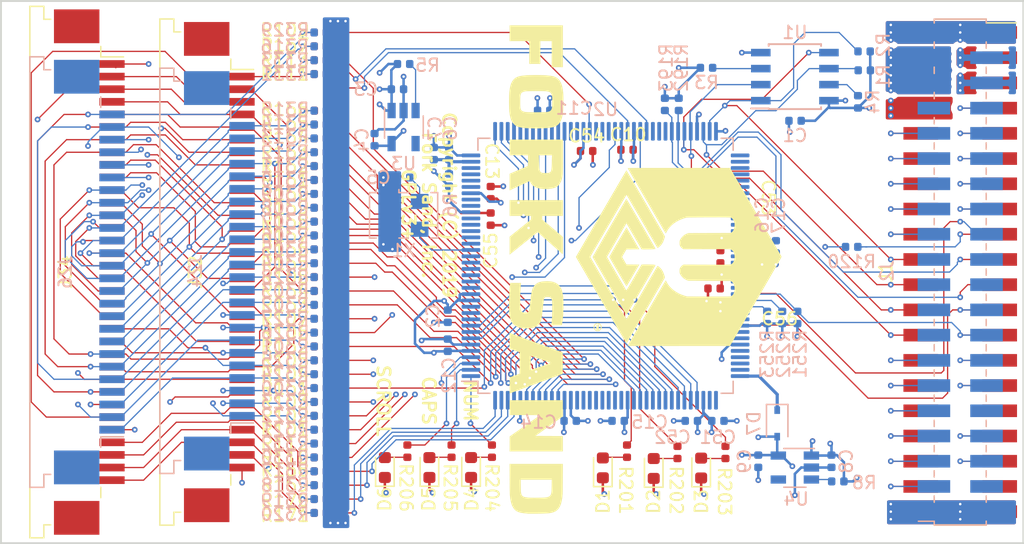
<source format=kicad_pcb>
(kicad_pcb (version 20171130) (host pcbnew 5.0.0-rc3-6a2723a~65~ubuntu16.04.1)

  (general
    (thickness 1.6)
    (drawings 8)
    (tracks 1729)
    (zones 0)
    (modules 130)
    (nets 127)
  )

  (page A4 portrait)
  (layers
    (0 F.Cu signal)
    (1 In1.Cu power)
    (2 In2.Cu mixed)
    (31 B.Cu signal)
    (32 B.Adhes user)
    (33 F.Adhes user)
    (34 B.Paste user)
    (35 F.Paste user)
    (36 B.SilkS user)
    (37 F.SilkS user)
    (38 B.Mask user)
    (39 F.Mask user)
    (40 Dwgs.User user)
    (41 Cmts.User user)
    (42 Eco1.User user)
    (43 Eco2.User user)
    (44 Edge.Cuts user)
    (45 Margin user)
    (46 B.CrtYd user)
    (47 F.CrtYd user)
    (48 B.Fab user)
    (49 F.Fab user)
  )

  (setup
    (last_trace_width 0.25)
    (trace_clearance 0.2)
    (zone_clearance 0.254)
    (zone_45_only no)
    (trace_min 0.1)
    (segment_width 0.2)
    (edge_width 0.15)
    (via_size 0.8)
    (via_drill 0.4)
    (via_min_size 0.45)
    (via_min_drill 0.2)
    (uvia_size 0.3)
    (uvia_drill 0.1)
    (uvias_allowed no)
    (uvia_min_size 0.2)
    (uvia_min_drill 0.1)
    (pcb_text_width 0.3)
    (pcb_text_size 1.5 1.5)
    (mod_edge_width 0.15)
    (mod_text_size 1 1)
    (mod_text_width 0.15)
    (pad_size 1.524 1.524)
    (pad_drill 0.762)
    (pad_to_mask_clearance 0.2)
    (aux_axis_origin 0 0)
    (visible_elements FFFFFF7F)
    (pcbplotparams
      (layerselection 0x010fc_ffffffff)
      (usegerberextensions false)
      (usegerberattributes false)
      (usegerberadvancedattributes false)
      (creategerberjobfile false)
      (excludeedgelayer true)
      (linewidth 0.100000)
      (plotframeref false)
      (viasonmask false)
      (mode 1)
      (useauxorigin false)
      (hpglpennumber 1)
      (hpglpenspeed 20)
      (hpglpendiameter 15.000000)
      (psnegative false)
      (psa4output false)
      (plotreference true)
      (plotvalue true)
      (plotinvisibletext false)
      (padsonsilk false)
      (subtractmaskfromsilk true)
      (outputformat 1)
      (mirror false)
      (drillshape 0)
      (scaleselection 1)
      (outputdirectory "Gerber/"))
  )

  (net 0 "")
  (net 1 /GPIO15)
  (net 2 /GPIO8)
  (net 3 /GPIO9)
  (net 4 /GPIO6)
  (net 5 /GPIO7)
  (net 6 /GPIO4)
  (net 7 /GPIO5)
  (net 8 /GPIO2)
  (net 9 /GPIO3)
  (net 10 /GPIO1)
  (net 11 /I2C0_SDA)
  (net 12 /I2C0_SCL)
  (net 13 /UART1_RX)
  (net 14 /QSPI1_DQ0_R)
  (net 15 /UART1_TX)
  (net 16 /QSPI1_CS0_R)
  (net 17 /QSPI1_DQ1_R)
  (net 18 /UART0_RX)
  (net 19 /QSPI1_SCK_R)
  (net 20 /UART0_TX)
  (net 21 /RESET_N)
  (net 22 /PWR_BTN_N)
  (net 23 /+5V_EXT)
  (net 24 /+12V_EXT)
  (net 25 /+1V8_EXT)
  (net 26 /ICE_SS)
  (net 27 /ICE_MISO)
  (net 28 Earth)
  (net 29 /ICE_MOSI)
  (net 30 /ICE_SCK)
  (net 31 "Net-(R3-Pad2)")
  (net 32 "Net-(R4-Pad2)")
  (net 33 "Net-(R5-Pad2)")
  (net 34 "Net-(C5-Pad1)")
  (net 35 "Net-(U2-Pad21)")
  (net 36 +3V3)
  (net 37 +1V2)
  (net 38 "Net-(C6-Pad2)")
  (net 39 "Net-(D1-Pad2)")
  (net 40 "Net-(D2-Pad2)")
  (net 41 "Net-(D3-Pad2)")
  (net 42 /DEBUG_TX)
  (net 43 /ICE_CRST_B)
  (net 44 /ICE_CDONE)
  (net 45 /INTERRUPT)
  (net 46 "Net-(R8-Pad2)")
  (net 47 "Net-(R101-Pad1)")
  (net 48 "Net-(R102-Pad1)")
  (net 49 "Net-(R103-Pad1)")
  (net 50 "Net-(R104-Pad1)")
  (net 51 "Net-(R105-Pad1)")
  (net 52 "Net-(R106-Pad1)")
  (net 53 "Net-(R107-Pad1)")
  (net 54 "Net-(R108-Pad1)")
  (net 55 "Net-(R109-Pad1)")
  (net 56 "Net-(R110-Pad1)")
  (net 57 "Net-(R111-Pad1)")
  (net 58 "Net-(R112-Pad1)")
  (net 59 "Net-(R113-Pad1)")
  (net 60 "Net-(R151-Pad1)")
  (net 61 "Net-(R152-Pad1)")
  (net 62 "Net-(R153-Pad1)")
  (net 63 "Net-(R154-Pad1)")
  (net 64 "Net-(R155-Pad1)")
  (net 65 "Net-(R156-Pad1)")
  (net 66 "Net-(R157-Pad1)")
  (net 67 "Net-(R158-Pad1)")
  (net 68 "Net-(R159-Pad1)")
  (net 69 "Net-(R160-Pad1)")
  (net 70 "Net-(R161-Pad1)")
  (net 71 "Net-(R162-Pad1)")
  (net 72 "Net-(R163-Pad1)")
  (net 73 "Net-(R164-Pad1)")
  (net 74 "Net-(R165-Pad1)")
  (net 75 "Net-(R166-Pad1)")
  (net 76 "Net-(R167-Pad1)")
  (net 77 "Net-(R168-Pad1)")
  (net 78 "Net-(R169-Pad1)")
  (net 79 "Net-(R170-Pad1)")
  (net 80 "Net-(R171-Pad1)")
  (net 81 /NUM_LOCK)
  (net 82 /CAPS_LOCK)
  (net 83 /SCROLL_LOCK)
  (net 84 "Net-(D4-Pad2)")
  (net 85 "Net-(D5-Pad2)")
  (net 86 "Net-(D6-Pad2)")
  (net 87 "Net-(D7-Pad1)")
  (net 88 /KBD_RC_21)
  (net 89 /KBD_RC_22)
  (net 90 /KBD_RC_23)
  (net 91 /KBD_RC_00)
  (net 92 /KBD_RC_24)
  (net 93 /KBD_RC_25)
  (net 94 /KBD_RC_01)
  (net 95 /KBD_RC_26)
  (net 96 /KBD_RC_27)
  (net 97 /KBD_RC_02)
  (net 98 /KBD_RC_03)
  (net 99 /KBD_RC_28)
  (net 100 /KBD_RC_04)
  (net 101 /KBD_RC_05)
  (net 102 /KBD_RC_06)
  (net 103 /KBD_RC_07)
  (net 104 /KBD_RC_08)
  (net 105 /KBD_RC_09)
  (net 106 /KBD_RC_10)
  (net 107 /KBD_RC_11)
  (net 108 /KBD_RC_12)
  (net 109 /KBD_RC_13)
  (net 110 /KBD_RC_14)
  (net 111 /KBD_RC_15)
  (net 112 /KBD_RC_16)
  (net 113 /KBD_RC_29)
  (net 114 /KBD_RC_30)
  (net 115 /KBD_RC_31)
  (net 116 /KBD_RC_32)
  (net 117 /KBD_RC_33)
  (net 118 "Net-(R120-Pad1)")
  (net 119 /KBD_RC_17)
  (net 120 /KBD_RC_18)
  (net 121 /KBD_RC_19)
  (net 122 /KBD_RC_20)
  (net 123 /DEBUG_LED1)
  (net 124 /DEBUG_LED2)
  (net 125 /DEBUG_LED3)
  (net 126 "Net-(C6-Pad1)")

  (net_class Default "This is the default net class."
    (clearance 0.2)
    (trace_width 0.25)
    (via_dia 0.8)
    (via_drill 0.4)
    (uvia_dia 0.3)
    (uvia_drill 0.1)
    (add_net "Net-(C6-Pad1)")
  )

  (net_class BigPower ""
    (clearance 0.2)
    (trace_width 0.45)
    (via_dia 0.45)
    (via_drill 0.2)
    (uvia_dia 0.3)
    (uvia_drill 0.1)
    (add_net /+5V_EXT)
  )

  (net_class Main ""
    (clearance 0.1)
    (trace_width 0.1)
    (via_dia 0.45)
    (via_drill 0.2)
    (uvia_dia 0.3)
    (uvia_drill 0.1)
    (add_net /CAPS_LOCK)
    (add_net /DEBUG_LED1)
    (add_net /DEBUG_LED2)
    (add_net /DEBUG_LED3)
    (add_net /DEBUG_TX)
    (add_net /GPIO1)
    (add_net /GPIO15)
    (add_net /GPIO2)
    (add_net /GPIO3)
    (add_net /GPIO4)
    (add_net /GPIO5)
    (add_net /GPIO6)
    (add_net /GPIO7)
    (add_net /GPIO8)
    (add_net /GPIO9)
    (add_net /I2C0_SCL)
    (add_net /I2C0_SDA)
    (add_net /ICE_CDONE)
    (add_net /ICE_CRST_B)
    (add_net /ICE_MISO)
    (add_net /ICE_MOSI)
    (add_net /ICE_SCK)
    (add_net /ICE_SS)
    (add_net /INTERRUPT)
    (add_net /KBD_RC_00)
    (add_net /KBD_RC_01)
    (add_net /KBD_RC_02)
    (add_net /KBD_RC_03)
    (add_net /KBD_RC_04)
    (add_net /KBD_RC_05)
    (add_net /KBD_RC_06)
    (add_net /KBD_RC_07)
    (add_net /KBD_RC_08)
    (add_net /KBD_RC_09)
    (add_net /KBD_RC_10)
    (add_net /KBD_RC_11)
    (add_net /KBD_RC_12)
    (add_net /KBD_RC_13)
    (add_net /KBD_RC_14)
    (add_net /KBD_RC_15)
    (add_net /KBD_RC_16)
    (add_net /KBD_RC_17)
    (add_net /KBD_RC_18)
    (add_net /KBD_RC_19)
    (add_net /KBD_RC_20)
    (add_net /KBD_RC_21)
    (add_net /KBD_RC_22)
    (add_net /KBD_RC_23)
    (add_net /KBD_RC_24)
    (add_net /KBD_RC_25)
    (add_net /KBD_RC_26)
    (add_net /KBD_RC_27)
    (add_net /KBD_RC_28)
    (add_net /KBD_RC_29)
    (add_net /KBD_RC_30)
    (add_net /KBD_RC_31)
    (add_net /KBD_RC_32)
    (add_net /KBD_RC_33)
    (add_net /NUM_LOCK)
    (add_net /PWR_BTN_N)
    (add_net /QSPI1_CS0_R)
    (add_net /QSPI1_DQ0_R)
    (add_net /QSPI1_DQ1_R)
    (add_net /QSPI1_SCK_R)
    (add_net /RESET_N)
    (add_net /SCROLL_LOCK)
    (add_net /UART0_RX)
    (add_net /UART0_TX)
    (add_net /UART1_RX)
    (add_net /UART1_TX)
    (add_net "Net-(C5-Pad1)")
    (add_net "Net-(C6-Pad2)")
    (add_net "Net-(D1-Pad2)")
    (add_net "Net-(D2-Pad2)")
    (add_net "Net-(D3-Pad2)")
    (add_net "Net-(D4-Pad2)")
    (add_net "Net-(D5-Pad2)")
    (add_net "Net-(D6-Pad2)")
    (add_net "Net-(D7-Pad1)")
    (add_net "Net-(R101-Pad1)")
    (add_net "Net-(R102-Pad1)")
    (add_net "Net-(R103-Pad1)")
    (add_net "Net-(R104-Pad1)")
    (add_net "Net-(R105-Pad1)")
    (add_net "Net-(R106-Pad1)")
    (add_net "Net-(R107-Pad1)")
    (add_net "Net-(R108-Pad1)")
    (add_net "Net-(R109-Pad1)")
    (add_net "Net-(R110-Pad1)")
    (add_net "Net-(R111-Pad1)")
    (add_net "Net-(R112-Pad1)")
    (add_net "Net-(R113-Pad1)")
    (add_net "Net-(R120-Pad1)")
    (add_net "Net-(R151-Pad1)")
    (add_net "Net-(R152-Pad1)")
    (add_net "Net-(R153-Pad1)")
    (add_net "Net-(R154-Pad1)")
    (add_net "Net-(R155-Pad1)")
    (add_net "Net-(R156-Pad1)")
    (add_net "Net-(R157-Pad1)")
    (add_net "Net-(R158-Pad1)")
    (add_net "Net-(R159-Pad1)")
    (add_net "Net-(R160-Pad1)")
    (add_net "Net-(R161-Pad1)")
    (add_net "Net-(R162-Pad1)")
    (add_net "Net-(R163-Pad1)")
    (add_net "Net-(R164-Pad1)")
    (add_net "Net-(R165-Pad1)")
    (add_net "Net-(R166-Pad1)")
    (add_net "Net-(R167-Pad1)")
    (add_net "Net-(R168-Pad1)")
    (add_net "Net-(R169-Pad1)")
    (add_net "Net-(R170-Pad1)")
    (add_net "Net-(R171-Pad1)")
    (add_net "Net-(R3-Pad2)")
    (add_net "Net-(R4-Pad2)")
    (add_net "Net-(R5-Pad2)")
    (add_net "Net-(R8-Pad2)")
    (add_net "Net-(U2-Pad21)")
  )

  (net_class Power ""
    (clearance 0.2)
    (trace_width 0.2)
    (via_dia 0.45)
    (via_drill 0.2)
    (uvia_dia 0.3)
    (uvia_drill 0.1)
    (add_net +1V2)
    (add_net +3V3)
    (add_net /+12V_EXT)
    (add_net /+1V8_EXT)
    (add_net Earth)
  )

  (module Connector_PinSocket_2.00mm:PinSocket_2x20_P2.00mm_Vertical_SMD (layer F.Cu) (tedit 5A19A41F) (tstamp 5C90EB29)
    (at 140.8 104.8)
    (descr "surface-mounted straight socket strip, 2x20, 2.00mm pitch, double cols (from Kicad 4.0.7), script generated")
    (tags "Surface mounted socket strip SMD 2x20 2.00mm double row")
    (path /5C823E9B)
    (attr smd)
    (fp_text reference J1 (at -5.9 0 -90) (layer F.SilkS)
      (effects (font (size 1 1) (thickness 0.15)))
    )
    (fp_text value Ext_conn (at -5.8 4.2 -90) (layer F.Fab)
      (effects (font (size 1 1) (thickness 0.15)))
    )
    (fp_line (start -2.06 -20.06) (end 2.06 -20.06) (layer F.SilkS) (width 0.12))
    (fp_line (start 2.06 -20.06) (end 2.06 -19.76) (layer F.SilkS) (width 0.12))
    (fp_line (start 2.06 -18.24) (end 2.06 -17.76) (layer F.SilkS) (width 0.12))
    (fp_line (start 2.06 -16.24) (end 2.06 -15.76) (layer F.SilkS) (width 0.12))
    (fp_line (start 2.06 -14.24) (end 2.06 -13.76) (layer F.SilkS) (width 0.12))
    (fp_line (start 2.06 -12.24) (end 2.06 -11.76) (layer F.SilkS) (width 0.12))
    (fp_line (start 2.06 -10.24) (end 2.06 -9.76) (layer F.SilkS) (width 0.12))
    (fp_line (start 2.06 -8.24) (end 2.06 -7.76) (layer F.SilkS) (width 0.12))
    (fp_line (start 2.06 -6.24) (end 2.06 -5.76) (layer F.SilkS) (width 0.12))
    (fp_line (start 2.06 -4.24) (end 2.06 -3.76) (layer F.SilkS) (width 0.12))
    (fp_line (start 2.06 -2.24) (end 2.06 -1.76) (layer F.SilkS) (width 0.12))
    (fp_line (start 2.06 -0.24) (end 2.06 0.24) (layer F.SilkS) (width 0.12))
    (fp_line (start 2.06 1.76) (end 2.06 2.24) (layer F.SilkS) (width 0.12))
    (fp_line (start 2.06 3.76) (end 2.06 4.24) (layer F.SilkS) (width 0.12))
    (fp_line (start 2.06 5.76) (end 2.06 6.24) (layer F.SilkS) (width 0.12))
    (fp_line (start 2.06 7.76) (end 2.06 8.24) (layer F.SilkS) (width 0.12))
    (fp_line (start 2.06 9.76) (end 2.06 10.24) (layer F.SilkS) (width 0.12))
    (fp_line (start 2.06 11.76) (end 2.06 12.24) (layer F.SilkS) (width 0.12))
    (fp_line (start 2.06 13.76) (end 2.06 14.24) (layer F.SilkS) (width 0.12))
    (fp_line (start 2.06 15.76) (end 2.06 16.24) (layer F.SilkS) (width 0.12))
    (fp_line (start 2.06 17.76) (end 2.06 18.24) (layer F.SilkS) (width 0.12))
    (fp_line (start 2.06 19.76) (end 2.06 20.06) (layer F.SilkS) (width 0.12))
    (fp_line (start -2.06 20.06) (end 2.06 20.06) (layer F.SilkS) (width 0.12))
    (fp_line (start -2.06 -20.06) (end -2.06 -19.76) (layer F.SilkS) (width 0.12))
    (fp_line (start -2.06 -18.24) (end -2.06 -17.76) (layer F.SilkS) (width 0.12))
    (fp_line (start -2.06 -16.24) (end -2.06 -15.76) (layer F.SilkS) (width 0.12))
    (fp_line (start -2.06 -14.24) (end -2.06 -13.76) (layer F.SilkS) (width 0.12))
    (fp_line (start -2.06 -12.24) (end -2.06 -11.76) (layer F.SilkS) (width 0.12))
    (fp_line (start -2.06 -10.24) (end -2.06 -9.76) (layer F.SilkS) (width 0.12))
    (fp_line (start -2.06 -8.24) (end -2.06 -7.76) (layer F.SilkS) (width 0.12))
    (fp_line (start -2.06 -6.24) (end -2.06 -5.76) (layer F.SilkS) (width 0.12))
    (fp_line (start -2.06 -4.24) (end -2.06 -3.76) (layer F.SilkS) (width 0.12))
    (fp_line (start -2.06 -2.24) (end -2.06 -1.76) (layer F.SilkS) (width 0.12))
    (fp_line (start -2.06 -0.24) (end -2.06 0.24) (layer F.SilkS) (width 0.12))
    (fp_line (start -2.06 1.76) (end -2.06 2.24) (layer F.SilkS) (width 0.12))
    (fp_line (start -2.06 3.76) (end -2.06 4.24) (layer F.SilkS) (width 0.12))
    (fp_line (start -2.06 5.76) (end -2.06 6.24) (layer F.SilkS) (width 0.12))
    (fp_line (start -2.06 7.76) (end -2.06 8.24) (layer F.SilkS) (width 0.12))
    (fp_line (start -2.06 9.76) (end -2.06 10.24) (layer F.SilkS) (width 0.12))
    (fp_line (start -2.06 11.76) (end -2.06 12.24) (layer F.SilkS) (width 0.12))
    (fp_line (start -2.06 13.76) (end -2.06 14.24) (layer F.SilkS) (width 0.12))
    (fp_line (start -2.06 15.76) (end -2.06 16.24) (layer F.SilkS) (width 0.12))
    (fp_line (start -2.06 17.76) (end -2.06 18.24) (layer F.SilkS) (width 0.12))
    (fp_line (start -2.06 19.76) (end -2.06 20.06) (layer F.SilkS) (width 0.12))
    (fp_line (start 2.06 -19.76) (end 4.44 -19.76) (layer F.SilkS) (width 0.12))
    (fp_line (start -2 -20) (end 1 -20) (layer F.Fab) (width 0.1))
    (fp_line (start 1 -20) (end 2 -19) (layer F.Fab) (width 0.1))
    (fp_line (start 2 -19) (end 2 20) (layer F.Fab) (width 0.1))
    (fp_line (start 2 20) (end -2 20) (layer F.Fab) (width 0.1))
    (fp_line (start -2 20) (end -2 -20) (layer F.Fab) (width 0.1))
    (fp_line (start -3 -19.25) (end -2 -19.25) (layer F.Fab) (width 0.1))
    (fp_line (start -2 -18.75) (end -3 -18.75) (layer F.Fab) (width 0.1))
    (fp_line (start -3 -18.75) (end -3 -19.25) (layer F.Fab) (width 0.1))
    (fp_line (start 2 -19.25) (end 3 -19.25) (layer F.Fab) (width 0.1))
    (fp_line (start 3 -19.25) (end 3 -18.75) (layer F.Fab) (width 0.1))
    (fp_line (start 3 -18.75) (end 2 -18.75) (layer F.Fab) (width 0.1))
    (fp_line (start -3 -17.25) (end -2 -17.25) (layer F.Fab) (width 0.1))
    (fp_line (start -2 -16.75) (end -3 -16.75) (layer F.Fab) (width 0.1))
    (fp_line (start -3 -16.75) (end -3 -17.25) (layer F.Fab) (width 0.1))
    (fp_line (start 2 -17.25) (end 3 -17.25) (layer F.Fab) (width 0.1))
    (fp_line (start 3 -17.25) (end 3 -16.75) (layer F.Fab) (width 0.1))
    (fp_line (start 3 -16.75) (end 2 -16.75) (layer F.Fab) (width 0.1))
    (fp_line (start -3 -15.25) (end -2 -15.25) (layer F.Fab) (width 0.1))
    (fp_line (start -2 -14.75) (end -3 -14.75) (layer F.Fab) (width 0.1))
    (fp_line (start -3 -14.75) (end -3 -15.25) (layer F.Fab) (width 0.1))
    (fp_line (start 2 -15.25) (end 3 -15.25) (layer F.Fab) (width 0.1))
    (fp_line (start 3 -15.25) (end 3 -14.75) (layer F.Fab) (width 0.1))
    (fp_line (start 3 -14.75) (end 2 -14.75) (layer F.Fab) (width 0.1))
    (fp_line (start -3 -13.25) (end -2 -13.25) (layer F.Fab) (width 0.1))
    (fp_line (start -2 -12.75) (end -3 -12.75) (layer F.Fab) (width 0.1))
    (fp_line (start -3 -12.75) (end -3 -13.25) (layer F.Fab) (width 0.1))
    (fp_line (start 2 -13.25) (end 3 -13.25) (layer F.Fab) (width 0.1))
    (fp_line (start 3 -13.25) (end 3 -12.75) (layer F.Fab) (width 0.1))
    (fp_line (start 3 -12.75) (end 2 -12.75) (layer F.Fab) (width 0.1))
    (fp_line (start -3 -11.25) (end -2 -11.25) (layer F.Fab) (width 0.1))
    (fp_line (start -2 -10.75) (end -3 -10.75) (layer F.Fab) (width 0.1))
    (fp_line (start -3 -10.75) (end -3 -11.25) (layer F.Fab) (width 0.1))
    (fp_line (start 2 -11.25) (end 3 -11.25) (layer F.Fab) (width 0.1))
    (fp_line (start 3 -11.25) (end 3 -10.75) (layer F.Fab) (width 0.1))
    (fp_line (start 3 -10.75) (end 2 -10.75) (layer F.Fab) (width 0.1))
    (fp_line (start -3 -9.25) (end -2 -9.25) (layer F.Fab) (width 0.1))
    (fp_line (start -2 -8.75) (end -3 -8.75) (layer F.Fab) (width 0.1))
    (fp_line (start -3 -8.75) (end -3 -9.25) (layer F.Fab) (width 0.1))
    (fp_line (start 2 -9.25) (end 3 -9.25) (layer F.Fab) (width 0.1))
    (fp_line (start 3 -9.25) (end 3 -8.75) (layer F.Fab) (width 0.1))
    (fp_line (start 3 -8.75) (end 2 -8.75) (layer F.Fab) (width 0.1))
    (fp_line (start -3 -7.25) (end -2 -7.25) (layer F.Fab) (width 0.1))
    (fp_line (start -2 -6.75) (end -3 -6.75) (layer F.Fab) (width 0.1))
    (fp_line (start -3 -6.75) (end -3 -7.25) (layer F.Fab) (width 0.1))
    (fp_line (start 2 -7.25) (end 3 -7.25) (layer F.Fab) (width 0.1))
    (fp_line (start 3 -7.25) (end 3 -6.75) (layer F.Fab) (width 0.1))
    (fp_line (start 3 -6.75) (end 2 -6.75) (layer F.Fab) (width 0.1))
    (fp_line (start -3 -5.25) (end -2 -5.25) (layer F.Fab) (width 0.1))
    (fp_line (start -2 -4.75) (end -3 -4.75) (layer F.Fab) (width 0.1))
    (fp_line (start -3 -4.75) (end -3 -5.25) (layer F.Fab) (width 0.1))
    (fp_line (start 2 -5.25) (end 3 -5.25) (layer F.Fab) (width 0.1))
    (fp_line (start 3 -5.25) (end 3 -4.75) (layer F.Fab) (width 0.1))
    (fp_line (start 3 -4.75) (end 2 -4.75) (layer F.Fab) (width 0.1))
    (fp_line (start -3 -3.25) (end -2 -3.25) (layer F.Fab) (width 0.1))
    (fp_line (start -2 -2.75) (end -3 -2.75) (layer F.Fab) (width 0.1))
    (fp_line (start -3 -2.75) (end -3 -3.25) (layer F.Fab) (width 0.1))
    (fp_line (start 2 -3.25) (end 3 -3.25) (layer F.Fab) (width 0.1))
    (fp_line (start 3 -3.25) (end 3 -2.75) (layer F.Fab) (width 0.1))
    (fp_line (start 3 -2.75) (end 2 -2.75) (layer F.Fab) (width 0.1))
    (fp_line (start -3 -1.25) (end -2 -1.25) (layer F.Fab) (width 0.1))
    (fp_line (start -2 -0.75) (end -3 -0.75) (layer F.Fab) (width 0.1))
    (fp_line (start -3 -0.75) (end -3 -1.25) (layer F.Fab) (width 0.1))
    (fp_line (start 2 -1.25) (end 3 -1.25) (layer F.Fab) (width 0.1))
    (fp_line (start 3 -1.25) (end 3 -0.75) (layer F.Fab) (width 0.1))
    (fp_line (start 3 -0.75) (end 2 -0.75) (layer F.Fab) (width 0.1))
    (fp_line (start -3 0.75) (end -2 0.75) (layer F.Fab) (width 0.1))
    (fp_line (start -2 1.25) (end -3 1.25) (layer F.Fab) (width 0.1))
    (fp_line (start -3 1.25) (end -3 0.75) (layer F.Fab) (width 0.1))
    (fp_line (start 2 0.75) (end 3 0.75) (layer F.Fab) (width 0.1))
    (fp_line (start 3 0.75) (end 3 1.25) (layer F.Fab) (width 0.1))
    (fp_line (start 3 1.25) (end 2 1.25) (layer F.Fab) (width 0.1))
    (fp_line (start -3 2.75) (end -2 2.75) (layer F.Fab) (width 0.1))
    (fp_line (start -2 3.25) (end -3 3.25) (layer F.Fab) (width 0.1))
    (fp_line (start -3 3.25) (end -3 2.75) (layer F.Fab) (width 0.1))
    (fp_line (start 2 2.75) (end 3 2.75) (layer F.Fab) (width 0.1))
    (fp_line (start 3 2.75) (end 3 3.25) (layer F.Fab) (width 0.1))
    (fp_line (start 3 3.25) (end 2 3.25) (layer F.Fab) (width 0.1))
    (fp_line (start -3 4.75) (end -2 4.75) (layer F.Fab) (width 0.1))
    (fp_line (start -2 5.25) (end -3 5.25) (layer F.Fab) (width 0.1))
    (fp_line (start -3 5.25) (end -3 4.75) (layer F.Fab) (width 0.1))
    (fp_line (start 2 4.75) (end 3 4.75) (layer F.Fab) (width 0.1))
    (fp_line (start 3 4.75) (end 3 5.25) (layer F.Fab) (width 0.1))
    (fp_line (start 3 5.25) (end 2 5.25) (layer F.Fab) (width 0.1))
    (fp_line (start -3 6.75) (end -2 6.75) (layer F.Fab) (width 0.1))
    (fp_line (start -2 7.25) (end -3 7.25) (layer F.Fab) (width 0.1))
    (fp_line (start -3 7.25) (end -3 6.75) (layer F.Fab) (width 0.1))
    (fp_line (start 2 6.75) (end 3 6.75) (layer F.Fab) (width 0.1))
    (fp_line (start 3 6.75) (end 3 7.25) (layer F.Fab) (width 0.1))
    (fp_line (start 3 7.25) (end 2 7.25) (layer F.Fab) (width 0.1))
    (fp_line (start -3 8.75) (end -2 8.75) (layer F.Fab) (width 0.1))
    (fp_line (start -2 9.25) (end -3 9.25) (layer F.Fab) (width 0.1))
    (fp_line (start -3 9.25) (end -3 8.75) (layer F.Fab) (width 0.1))
    (fp_line (start 2 8.75) (end 3 8.75) (layer F.Fab) (width 0.1))
    (fp_line (start 3 8.75) (end 3 9.25) (layer F.Fab) (width 0.1))
    (fp_line (start 3 9.25) (end 2 9.25) (layer F.Fab) (width 0.1))
    (fp_line (start -3 10.75) (end -2 10.75) (layer F.Fab) (width 0.1))
    (fp_line (start -2 11.25) (end -3 11.25) (layer F.Fab) (width 0.1))
    (fp_line (start -3 11.25) (end -3 10.75) (layer F.Fab) (width 0.1))
    (fp_line (start 2 10.75) (end 3 10.75) (layer F.Fab) (width 0.1))
    (fp_line (start 3 10.75) (end 3 11.25) (layer F.Fab) (width 0.1))
    (fp_line (start 3 11.25) (end 2 11.25) (layer F.Fab) (width 0.1))
    (fp_line (start -3 12.75) (end -2 12.75) (layer F.Fab) (width 0.1))
    (fp_line (start -2 13.25) (end -3 13.25) (layer F.Fab) (width 0.1))
    (fp_line (start -3 13.25) (end -3 12.75) (layer F.Fab) (width 0.1))
    (fp_line (start 2 12.75) (end 3 12.75) (layer F.Fab) (width 0.1))
    (fp_line (start 3 12.75) (end 3 13.25) (layer F.Fab) (width 0.1))
    (fp_line (start 3 13.25) (end 2 13.25) (layer F.Fab) (width 0.1))
    (fp_line (start -3 14.75) (end -2 14.75) (layer F.Fab) (width 0.1))
    (fp_line (start -2 15.25) (end -3 15.25) (layer F.Fab) (width 0.1))
    (fp_line (start -3 15.25) (end -3 14.75) (layer F.Fab) (width 0.1))
    (fp_line (start 2 14.75) (end 3 14.75) (layer F.Fab) (width 0.1))
    (fp_line (start 3 14.75) (end 3 15.25) (layer F.Fab) (width 0.1))
    (fp_line (start 3 15.25) (end 2 15.25) (layer F.Fab) (width 0.1))
    (fp_line (start -3 16.75) (end -2 16.75) (layer F.Fab) (width 0.1))
    (fp_line (start -2 17.25) (end -3 17.25) (layer F.Fab) (width 0.1))
    (fp_line (start -3 17.25) (end -3 16.75) (layer F.Fab) (width 0.1))
    (fp_line (start 2 16.75) (end 3 16.75) (layer F.Fab) (width 0.1))
    (fp_line (start 3 16.75) (end 3 17.25) (layer F.Fab) (width 0.1))
    (fp_line (start 3 17.25) (end 2 17.25) (layer F.Fab) (width 0.1))
    (fp_line (start -3 18.75) (end -2 18.75) (layer F.Fab) (width 0.1))
    (fp_line (start -2 19.25) (end -3 19.25) (layer F.Fab) (width 0.1))
    (fp_line (start -3 19.25) (end -3 18.75) (layer F.Fab) (width 0.1))
    (fp_line (start 2 18.75) (end 3 18.75) (layer F.Fab) (width 0.1))
    (fp_line (start 3 18.75) (end 3 19.25) (layer F.Fab) (width 0.1))
    (fp_line (start 3 19.25) (end 2 19.25) (layer F.Fab) (width 0.1))
    (fp_line (start -5 -20.5) (end 5 -20.5) (layer F.CrtYd) (width 0.05))
    (fp_line (start 5 -20.5) (end 5 20.5) (layer F.CrtYd) (width 0.05))
    (fp_line (start 5 20.5) (end -5 20.5) (layer F.CrtYd) (width 0.05))
    (fp_line (start -5 20.5) (end -5 -20.5) (layer F.CrtYd) (width 0.05))
    (fp_text user %R (at 0 0 90) (layer F.Fab)
      (effects (font (size 1 1) (thickness 0.15)))
    )
    (pad 1 smd rect (at 3.125 -19) (size 2.75 1) (layers F.Cu F.Paste F.Mask)
      (net 28 Earth))
    (pad 2 smd rect (at -3.125 -19) (size 2.75 1) (layers F.Cu F.Paste F.Mask)
      (net 28 Earth))
    (pad 3 smd rect (at 3.125 -17) (size 2.75 1) (layers F.Cu F.Paste F.Mask)
      (net 23 /+5V_EXT))
    (pad 4 smd rect (at -3.125 -17) (size 2.75 1) (layers F.Cu F.Paste F.Mask)
      (net 24 /+12V_EXT))
    (pad 5 smd rect (at 3.125 -15) (size 2.75 1) (layers F.Cu F.Paste F.Mask)
      (net 25 /+1V8_EXT))
    (pad 6 smd rect (at -3.125 -15) (size 2.75 1) (layers F.Cu F.Paste F.Mask)
      (net 24 /+12V_EXT))
    (pad 7 smd rect (at 3.125 -13) (size 2.75 1) (layers F.Cu F.Paste F.Mask)
      (net 1 /GPIO15))
    (pad 8 smd rect (at -3.125 -13) (size 2.75 1) (layers F.Cu F.Paste F.Mask)
      (net 36 +3V3))
    (pad 9 smd rect (at 3.125 -11) (size 2.75 1) (layers F.Cu F.Paste F.Mask)
      (net 2 /GPIO8))
    (pad 10 smd rect (at -3.125 -11) (size 2.75 1) (layers F.Cu F.Paste F.Mask)
      (net 3 /GPIO9))
    (pad 11 smd rect (at 3.125 -9) (size 2.75 1) (layers F.Cu F.Paste F.Mask)
      (net 4 /GPIO6))
    (pad 12 smd rect (at -3.125 -9) (size 2.75 1) (layers F.Cu F.Paste F.Mask)
      (net 5 /GPIO7))
    (pad 13 smd rect (at 3.125 -7) (size 2.75 1) (layers F.Cu F.Paste F.Mask)
      (net 6 /GPIO4))
    (pad 14 smd rect (at -3.125 -7) (size 2.75 1) (layers F.Cu F.Paste F.Mask)
      (net 7 /GPIO5))
    (pad 15 smd rect (at 3.125 -5) (size 2.75 1) (layers F.Cu F.Paste F.Mask)
      (net 8 /GPIO2))
    (pad 16 smd rect (at -3.125 -5) (size 2.75 1) (layers F.Cu F.Paste F.Mask)
      (net 9 /GPIO3))
    (pad 17 smd rect (at 3.125 -3) (size 2.75 1) (layers F.Cu F.Paste F.Mask)
      (net 42 /DEBUG_TX))
    (pad 18 smd rect (at -3.125 -3) (size 2.75 1) (layers F.Cu F.Paste F.Mask)
      (net 10 /GPIO1))
    (pad 19 smd rect (at 3.125 -1) (size 2.75 1) (layers F.Cu F.Paste F.Mask)
      (net 43 /ICE_CRST_B))
    (pad 20 smd rect (at -3.125 -1) (size 2.75 1) (layers F.Cu F.Paste F.Mask)
      (net 26 /ICE_SS))
    (pad 21 smd rect (at 3.125 1) (size 2.75 1) (layers F.Cu F.Paste F.Mask)
      (net 44 /ICE_CDONE))
    (pad 22 smd rect (at -3.125 1) (size 2.75 1) (layers F.Cu F.Paste F.Mask)
      (net 30 /ICE_SCK))
    (pad 23 smd rect (at 3.125 3) (size 2.75 1) (layers F.Cu F.Paste F.Mask)
      (net 11 /I2C0_SDA))
    (pad 24 smd rect (at -3.125 3) (size 2.75 1) (layers F.Cu F.Paste F.Mask)
      (net 29 /ICE_MOSI))
    (pad 25 smd rect (at 3.125 5) (size 2.75 1) (layers F.Cu F.Paste F.Mask)
      (net 12 /I2C0_SCL))
    (pad 26 smd rect (at -3.125 5) (size 2.75 1) (layers F.Cu F.Paste F.Mask)
      (net 27 /ICE_MISO))
    (pad 27 smd rect (at 3.125 7) (size 2.75 1) (layers F.Cu F.Paste F.Mask)
      (net 13 /UART1_RX))
    (pad 28 smd rect (at -3.125 7) (size 2.75 1) (layers F.Cu F.Paste F.Mask)
      (net 14 /QSPI1_DQ0_R))
    (pad 29 smd rect (at 3.125 9) (size 2.75 1) (layers F.Cu F.Paste F.Mask)
      (net 15 /UART1_TX))
    (pad 30 smd rect (at -3.125 9) (size 2.75 1) (layers F.Cu F.Paste F.Mask)
      (net 16 /QSPI1_CS0_R))
    (pad 31 smd rect (at 3.125 11) (size 2.75 1) (layers F.Cu F.Paste F.Mask))
    (pad 32 smd rect (at -3.125 11) (size 2.75 1) (layers F.Cu F.Paste F.Mask)
      (net 17 /QSPI1_DQ1_R))
    (pad 33 smd rect (at 3.125 13) (size 2.75 1) (layers F.Cu F.Paste F.Mask)
      (net 18 /UART0_RX))
    (pad 34 smd rect (at -3.125 13) (size 2.75 1) (layers F.Cu F.Paste F.Mask)
      (net 19 /QSPI1_SCK_R))
    (pad 35 smd rect (at 3.125 15) (size 2.75 1) (layers F.Cu F.Paste F.Mask)
      (net 20 /UART0_TX))
    (pad 36 smd rect (at -3.125 15) (size 2.75 1) (layers F.Cu F.Paste F.Mask)
      (net 21 /RESET_N))
    (pad 37 smd rect (at 3.125 17) (size 2.75 1) (layers F.Cu F.Paste F.Mask))
    (pad 38 smd rect (at -3.125 17) (size 2.75 1) (layers F.Cu F.Paste F.Mask)
      (net 22 /PWR_BTN_N))
    (pad 39 smd rect (at 3.125 19) (size 2.75 1) (layers F.Cu F.Paste F.Mask)
      (net 28 Earth))
    (pad 40 smd rect (at -3.125 19) (size 2.75 1) (layers F.Cu F.Paste F.Mask)
      (net 28 Earth))
    (model ${KISYS3DMOD}/Connector_PinSocket_2.00mm.3dshapes/PinSocket_2x20_P2.00mm_Vertical_SMD.wrl
      (at (xyz 0 0 0))
      (scale (xyz 1 1 1))
      (rotate (xyz 0 0 0))
    )
  )

  (module Connector_PinHeader_2.00mm:PinHeader_2x20_P2.00mm_Vertical_SMD (layer B.Cu) (tedit 59FED667) (tstamp 5C90EC04)
    (at 140.8 104.8)
    (descr "surface-mounted straight pin header, 2x20, 2.00mm pitch, double rows")
    (tags "Surface mounted pin header SMD 2x20 2.00mm double row")
    (path /5C82407E)
    (attr smd)
    (fp_text reference J2 (at -5.8 -0.1 -90) (layer B.SilkS)
      (effects (font (size 1 1) (thickness 0.15)) (justify mirror))
    )
    (fp_text value Carrier_conn (at -5.8 -5.7 -90) (layer B.Fab)
      (effects (font (size 1 1) (thickness 0.15)) (justify mirror))
    )
    (fp_line (start 2 -20) (end -2 -20) (layer B.Fab) (width 0.1))
    (fp_line (start -1.25 20) (end 2 20) (layer B.Fab) (width 0.1))
    (fp_line (start -2 -20) (end -2 19.25) (layer B.Fab) (width 0.1))
    (fp_line (start -2 19.25) (end -1.25 20) (layer B.Fab) (width 0.1))
    (fp_line (start 2 20) (end 2 -20) (layer B.Fab) (width 0.1))
    (fp_line (start -2 19.25) (end -2.875 19.25) (layer B.Fab) (width 0.1))
    (fp_line (start -2.875 19.25) (end -2.875 18.75) (layer B.Fab) (width 0.1))
    (fp_line (start -2.875 18.75) (end -2 18.75) (layer B.Fab) (width 0.1))
    (fp_line (start 2 19.25) (end 2.875 19.25) (layer B.Fab) (width 0.1))
    (fp_line (start 2.875 19.25) (end 2.875 18.75) (layer B.Fab) (width 0.1))
    (fp_line (start 2.875 18.75) (end 2 18.75) (layer B.Fab) (width 0.1))
    (fp_line (start -2 17.25) (end -2.875 17.25) (layer B.Fab) (width 0.1))
    (fp_line (start -2.875 17.25) (end -2.875 16.75) (layer B.Fab) (width 0.1))
    (fp_line (start -2.875 16.75) (end -2 16.75) (layer B.Fab) (width 0.1))
    (fp_line (start 2 17.25) (end 2.875 17.25) (layer B.Fab) (width 0.1))
    (fp_line (start 2.875 17.25) (end 2.875 16.75) (layer B.Fab) (width 0.1))
    (fp_line (start 2.875 16.75) (end 2 16.75) (layer B.Fab) (width 0.1))
    (fp_line (start -2 15.25) (end -2.875 15.25) (layer B.Fab) (width 0.1))
    (fp_line (start -2.875 15.25) (end -2.875 14.75) (layer B.Fab) (width 0.1))
    (fp_line (start -2.875 14.75) (end -2 14.75) (layer B.Fab) (width 0.1))
    (fp_line (start 2 15.25) (end 2.875 15.25) (layer B.Fab) (width 0.1))
    (fp_line (start 2.875 15.25) (end 2.875 14.75) (layer B.Fab) (width 0.1))
    (fp_line (start 2.875 14.75) (end 2 14.75) (layer B.Fab) (width 0.1))
    (fp_line (start -2 13.25) (end -2.875 13.25) (layer B.Fab) (width 0.1))
    (fp_line (start -2.875 13.25) (end -2.875 12.75) (layer B.Fab) (width 0.1))
    (fp_line (start -2.875 12.75) (end -2 12.75) (layer B.Fab) (width 0.1))
    (fp_line (start 2 13.25) (end 2.875 13.25) (layer B.Fab) (width 0.1))
    (fp_line (start 2.875 13.25) (end 2.875 12.75) (layer B.Fab) (width 0.1))
    (fp_line (start 2.875 12.75) (end 2 12.75) (layer B.Fab) (width 0.1))
    (fp_line (start -2 11.25) (end -2.875 11.25) (layer B.Fab) (width 0.1))
    (fp_line (start -2.875 11.25) (end -2.875 10.75) (layer B.Fab) (width 0.1))
    (fp_line (start -2.875 10.75) (end -2 10.75) (layer B.Fab) (width 0.1))
    (fp_line (start 2 11.25) (end 2.875 11.25) (layer B.Fab) (width 0.1))
    (fp_line (start 2.875 11.25) (end 2.875 10.75) (layer B.Fab) (width 0.1))
    (fp_line (start 2.875 10.75) (end 2 10.75) (layer B.Fab) (width 0.1))
    (fp_line (start -2 9.25) (end -2.875 9.25) (layer B.Fab) (width 0.1))
    (fp_line (start -2.875 9.25) (end -2.875 8.75) (layer B.Fab) (width 0.1))
    (fp_line (start -2.875 8.75) (end -2 8.75) (layer B.Fab) (width 0.1))
    (fp_line (start 2 9.25) (end 2.875 9.25) (layer B.Fab) (width 0.1))
    (fp_line (start 2.875 9.25) (end 2.875 8.75) (layer B.Fab) (width 0.1))
    (fp_line (start 2.875 8.75) (end 2 8.75) (layer B.Fab) (width 0.1))
    (fp_line (start -2 7.25) (end -2.875 7.25) (layer B.Fab) (width 0.1))
    (fp_line (start -2.875 7.25) (end -2.875 6.75) (layer B.Fab) (width 0.1))
    (fp_line (start -2.875 6.75) (end -2 6.75) (layer B.Fab) (width 0.1))
    (fp_line (start 2 7.25) (end 2.875 7.25) (layer B.Fab) (width 0.1))
    (fp_line (start 2.875 7.25) (end 2.875 6.75) (layer B.Fab) (width 0.1))
    (fp_line (start 2.875 6.75) (end 2 6.75) (layer B.Fab) (width 0.1))
    (fp_line (start -2 5.25) (end -2.875 5.25) (layer B.Fab) (width 0.1))
    (fp_line (start -2.875 5.25) (end -2.875 4.75) (layer B.Fab) (width 0.1))
    (fp_line (start -2.875 4.75) (end -2 4.75) (layer B.Fab) (width 0.1))
    (fp_line (start 2 5.25) (end 2.875 5.25) (layer B.Fab) (width 0.1))
    (fp_line (start 2.875 5.25) (end 2.875 4.75) (layer B.Fab) (width 0.1))
    (fp_line (start 2.875 4.75) (end 2 4.75) (layer B.Fab) (width 0.1))
    (fp_line (start -2 3.25) (end -2.875 3.25) (layer B.Fab) (width 0.1))
    (fp_line (start -2.875 3.25) (end -2.875 2.75) (layer B.Fab) (width 0.1))
    (fp_line (start -2.875 2.75) (end -2 2.75) (layer B.Fab) (width 0.1))
    (fp_line (start 2 3.25) (end 2.875 3.25) (layer B.Fab) (width 0.1))
    (fp_line (start 2.875 3.25) (end 2.875 2.75) (layer B.Fab) (width 0.1))
    (fp_line (start 2.875 2.75) (end 2 2.75) (layer B.Fab) (width 0.1))
    (fp_line (start -2 1.25) (end -2.875 1.25) (layer B.Fab) (width 0.1))
    (fp_line (start -2.875 1.25) (end -2.875 0.75) (layer B.Fab) (width 0.1))
    (fp_line (start -2.875 0.75) (end -2 0.75) (layer B.Fab) (width 0.1))
    (fp_line (start 2 1.25) (end 2.875 1.25) (layer B.Fab) (width 0.1))
    (fp_line (start 2.875 1.25) (end 2.875 0.75) (layer B.Fab) (width 0.1))
    (fp_line (start 2.875 0.75) (end 2 0.75) (layer B.Fab) (width 0.1))
    (fp_line (start -2 -0.75) (end -2.875 -0.75) (layer B.Fab) (width 0.1))
    (fp_line (start -2.875 -0.75) (end -2.875 -1.25) (layer B.Fab) (width 0.1))
    (fp_line (start -2.875 -1.25) (end -2 -1.25) (layer B.Fab) (width 0.1))
    (fp_line (start 2 -0.75) (end 2.875 -0.75) (layer B.Fab) (width 0.1))
    (fp_line (start 2.875 -0.75) (end 2.875 -1.25) (layer B.Fab) (width 0.1))
    (fp_line (start 2.875 -1.25) (end 2 -1.25) (layer B.Fab) (width 0.1))
    (fp_line (start -2 -2.75) (end -2.875 -2.75) (layer B.Fab) (width 0.1))
    (fp_line (start -2.875 -2.75) (end -2.875 -3.25) (layer B.Fab) (width 0.1))
    (fp_line (start -2.875 -3.25) (end -2 -3.25) (layer B.Fab) (width 0.1))
    (fp_line (start 2 -2.75) (end 2.875 -2.75) (layer B.Fab) (width 0.1))
    (fp_line (start 2.875 -2.75) (end 2.875 -3.25) (layer B.Fab) (width 0.1))
    (fp_line (start 2.875 -3.25) (end 2 -3.25) (layer B.Fab) (width 0.1))
    (fp_line (start -2 -4.75) (end -2.875 -4.75) (layer B.Fab) (width 0.1))
    (fp_line (start -2.875 -4.75) (end -2.875 -5.25) (layer B.Fab) (width 0.1))
    (fp_line (start -2.875 -5.25) (end -2 -5.25) (layer B.Fab) (width 0.1))
    (fp_line (start 2 -4.75) (end 2.875 -4.75) (layer B.Fab) (width 0.1))
    (fp_line (start 2.875 -4.75) (end 2.875 -5.25) (layer B.Fab) (width 0.1))
    (fp_line (start 2.875 -5.25) (end 2 -5.25) (layer B.Fab) (width 0.1))
    (fp_line (start -2 -6.75) (end -2.875 -6.75) (layer B.Fab) (width 0.1))
    (fp_line (start -2.875 -6.75) (end -2.875 -7.25) (layer B.Fab) (width 0.1))
    (fp_line (start -2.875 -7.25) (end -2 -7.25) (layer B.Fab) (width 0.1))
    (fp_line (start 2 -6.75) (end 2.875 -6.75) (layer B.Fab) (width 0.1))
    (fp_line (start 2.875 -6.75) (end 2.875 -7.25) (layer B.Fab) (width 0.1))
    (fp_line (start 2.875 -7.25) (end 2 -7.25) (layer B.Fab) (width 0.1))
    (fp_line (start -2 -8.75) (end -2.875 -8.75) (layer B.Fab) (width 0.1))
    (fp_line (start -2.875 -8.75) (end -2.875 -9.25) (layer B.Fab) (width 0.1))
    (fp_line (start -2.875 -9.25) (end -2 -9.25) (layer B.Fab) (width 0.1))
    (fp_line (start 2 -8.75) (end 2.875 -8.75) (layer B.Fab) (width 0.1))
    (fp_line (start 2.875 -8.75) (end 2.875 -9.25) (layer B.Fab) (width 0.1))
    (fp_line (start 2.875 -9.25) (end 2 -9.25) (layer B.Fab) (width 0.1))
    (fp_line (start -2 -10.75) (end -2.875 -10.75) (layer B.Fab) (width 0.1))
    (fp_line (start -2.875 -10.75) (end -2.875 -11.25) (layer B.Fab) (width 0.1))
    (fp_line (start -2.875 -11.25) (end -2 -11.25) (layer B.Fab) (width 0.1))
    (fp_line (start 2 -10.75) (end 2.875 -10.75) (layer B.Fab) (width 0.1))
    (fp_line (start 2.875 -10.75) (end 2.875 -11.25) (layer B.Fab) (width 0.1))
    (fp_line (start 2.875 -11.25) (end 2 -11.25) (layer B.Fab) (width 0.1))
    (fp_line (start -2 -12.75) (end -2.875 -12.75) (layer B.Fab) (width 0.1))
    (fp_line (start -2.875 -12.75) (end -2.875 -13.25) (layer B.Fab) (width 0.1))
    (fp_line (start -2.875 -13.25) (end -2 -13.25) (layer B.Fab) (width 0.1))
    (fp_line (start 2 -12.75) (end 2.875 -12.75) (layer B.Fab) (width 0.1))
    (fp_line (start 2.875 -12.75) (end 2.875 -13.25) (layer B.Fab) (width 0.1))
    (fp_line (start 2.875 -13.25) (end 2 -13.25) (layer B.Fab) (width 0.1))
    (fp_line (start -2 -14.75) (end -2.875 -14.75) (layer B.Fab) (width 0.1))
    (fp_line (start -2.875 -14.75) (end -2.875 -15.25) (layer B.Fab) (width 0.1))
    (fp_line (start -2.875 -15.25) (end -2 -15.25) (layer B.Fab) (width 0.1))
    (fp_line (start 2 -14.75) (end 2.875 -14.75) (layer B.Fab) (width 0.1))
    (fp_line (start 2.875 -14.75) (end 2.875 -15.25) (layer B.Fab) (width 0.1))
    (fp_line (start 2.875 -15.25) (end 2 -15.25) (layer B.Fab) (width 0.1))
    (fp_line (start -2 -16.75) (end -2.875 -16.75) (layer B.Fab) (width 0.1))
    (fp_line (start -2.875 -16.75) (end -2.875 -17.25) (layer B.Fab) (width 0.1))
    (fp_line (start -2.875 -17.25) (end -2 -17.25) (layer B.Fab) (width 0.1))
    (fp_line (start 2 -16.75) (end 2.875 -16.75) (layer B.Fab) (width 0.1))
    (fp_line (start 2.875 -16.75) (end 2.875 -17.25) (layer B.Fab) (width 0.1))
    (fp_line (start 2.875 -17.25) (end 2 -17.25) (layer B.Fab) (width 0.1))
    (fp_line (start -2 -18.75) (end -2.875 -18.75) (layer B.Fab) (width 0.1))
    (fp_line (start -2.875 -18.75) (end -2.875 -19.25) (layer B.Fab) (width 0.1))
    (fp_line (start -2.875 -19.25) (end -2 -19.25) (layer B.Fab) (width 0.1))
    (fp_line (start 2 -18.75) (end 2.875 -18.75) (layer B.Fab) (width 0.1))
    (fp_line (start 2.875 -18.75) (end 2.875 -19.25) (layer B.Fab) (width 0.1))
    (fp_line (start 2.875 -19.25) (end 2 -19.25) (layer B.Fab) (width 0.1))
    (fp_line (start -2.06 20.06) (end 2.06 20.06) (layer B.SilkS) (width 0.12))
    (fp_line (start -2.06 -20.06) (end 2.06 -20.06) (layer B.SilkS) (width 0.12))
    (fp_line (start -3.315 19.76) (end -2.06 19.76) (layer B.SilkS) (width 0.12))
    (fp_line (start -2.06 20.06) (end -2.06 19.76) (layer B.SilkS) (width 0.12))
    (fp_line (start 2.06 20.06) (end 2.06 19.76) (layer B.SilkS) (width 0.12))
    (fp_line (start -2.06 -19.76) (end -2.06 -20.06) (layer B.SilkS) (width 0.12))
    (fp_line (start 2.06 -19.76) (end 2.06 -20.06) (layer B.SilkS) (width 0.12))
    (fp_line (start -2.06 18.24) (end -2.06 17.76) (layer B.SilkS) (width 0.12))
    (fp_line (start 2.06 18.24) (end 2.06 17.76) (layer B.SilkS) (width 0.12))
    (fp_line (start -2.06 16.24) (end -2.06 15.76) (layer B.SilkS) (width 0.12))
    (fp_line (start 2.06 16.24) (end 2.06 15.76) (layer B.SilkS) (width 0.12))
    (fp_line (start -2.06 14.24) (end -2.06 13.76) (layer B.SilkS) (width 0.12))
    (fp_line (start 2.06 14.24) (end 2.06 13.76) (layer B.SilkS) (width 0.12))
    (fp_line (start -2.06 12.24) (end -2.06 11.76) (layer B.SilkS) (width 0.12))
    (fp_line (start 2.06 12.24) (end 2.06 11.76) (layer B.SilkS) (width 0.12))
    (fp_line (start -2.06 10.24) (end -2.06 9.76) (layer B.SilkS) (width 0.12))
    (fp_line (start 2.06 10.24) (end 2.06 9.76) (layer B.SilkS) (width 0.12))
    (fp_line (start -2.06 8.24) (end -2.06 7.76) (layer B.SilkS) (width 0.12))
    (fp_line (start 2.06 8.24) (end 2.06 7.76) (layer B.SilkS) (width 0.12))
    (fp_line (start -2.06 6.24) (end -2.06 5.76) (layer B.SilkS) (width 0.12))
    (fp_line (start 2.06 6.24) (end 2.06 5.76) (layer B.SilkS) (width 0.12))
    (fp_line (start -2.06 4.24) (end -2.06 3.76) (layer B.SilkS) (width 0.12))
    (fp_line (start 2.06 4.24) (end 2.06 3.76) (layer B.SilkS) (width 0.12))
    (fp_line (start -2.06 2.24) (end -2.06 1.76) (layer B.SilkS) (width 0.12))
    (fp_line (start 2.06 2.24) (end 2.06 1.76) (layer B.SilkS) (width 0.12))
    (fp_line (start -2.06 0.24) (end -2.06 -0.24) (layer B.SilkS) (width 0.12))
    (fp_line (start 2.06 0.24) (end 2.06 -0.24) (layer B.SilkS) (width 0.12))
    (fp_line (start -2.06 -1.76) (end -2.06 -2.24) (layer B.SilkS) (width 0.12))
    (fp_line (start 2.06 -1.76) (end 2.06 -2.24) (layer B.SilkS) (width 0.12))
    (fp_line (start -2.06 -3.76) (end -2.06 -4.24) (layer B.SilkS) (width 0.12))
    (fp_line (start 2.06 -3.76) (end 2.06 -4.24) (layer B.SilkS) (width 0.12))
    (fp_line (start -2.06 -5.76) (end -2.06 -6.24) (layer B.SilkS) (width 0.12))
    (fp_line (start 2.06 -5.76) (end 2.06 -6.24) (layer B.SilkS) (width 0.12))
    (fp_line (start -2.06 -7.76) (end -2.06 -8.24) (layer B.SilkS) (width 0.12))
    (fp_line (start 2.06 -7.76) (end 2.06 -8.24) (layer B.SilkS) (width 0.12))
    (fp_line (start -2.06 -9.76) (end -2.06 -10.24) (layer B.SilkS) (width 0.12))
    (fp_line (start 2.06 -9.76) (end 2.06 -10.24) (layer B.SilkS) (width 0.12))
    (fp_line (start -2.06 -11.76) (end -2.06 -12.24) (layer B.SilkS) (width 0.12))
    (fp_line (start 2.06 -11.76) (end 2.06 -12.24) (layer B.SilkS) (width 0.12))
    (fp_line (start -2.06 -13.76) (end -2.06 -14.24) (layer B.SilkS) (width 0.12))
    (fp_line (start 2.06 -13.76) (end 2.06 -14.24) (layer B.SilkS) (width 0.12))
    (fp_line (start -2.06 -15.76) (end -2.06 -16.24) (layer B.SilkS) (width 0.12))
    (fp_line (start 2.06 -15.76) (end 2.06 -16.24) (layer B.SilkS) (width 0.12))
    (fp_line (start -2.06 -17.76) (end -2.06 -18.24) (layer B.SilkS) (width 0.12))
    (fp_line (start 2.06 -17.76) (end 2.06 -18.24) (layer B.SilkS) (width 0.12))
    (fp_line (start -4.9 20.5) (end -4.9 -20.5) (layer B.CrtYd) (width 0.05))
    (fp_line (start -4.9 -20.5) (end 4.9 -20.5) (layer B.CrtYd) (width 0.05))
    (fp_line (start 4.9 -20.5) (end 4.9 20.5) (layer B.CrtYd) (width 0.05))
    (fp_line (start 4.9 20.5) (end -4.9 20.5) (layer B.CrtYd) (width 0.05))
    (fp_text user %R (at 0 0 -90) (layer B.Fab)
      (effects (font (size 1 1) (thickness 0.15)) (justify mirror))
    )
    (pad 1 smd rect (at -2.085 19) (size 2.58 1) (layers B.Cu B.Paste B.Mask)
      (net 28 Earth))
    (pad 2 smd rect (at 2.085 19) (size 2.58 1) (layers B.Cu B.Paste B.Mask)
      (net 28 Earth))
    (pad 3 smd rect (at -2.085 17) (size 2.58 1) (layers B.Cu B.Paste B.Mask)
      (net 22 /PWR_BTN_N))
    (pad 4 smd rect (at 2.085 17) (size 2.58 1) (layers B.Cu B.Paste B.Mask))
    (pad 5 smd rect (at -2.085 15) (size 2.58 1) (layers B.Cu B.Paste B.Mask)
      (net 21 /RESET_N))
    (pad 6 smd rect (at 2.085 15) (size 2.58 1) (layers B.Cu B.Paste B.Mask)
      (net 20 /UART0_TX))
    (pad 7 smd rect (at -2.085 13) (size 2.58 1) (layers B.Cu B.Paste B.Mask)
      (net 19 /QSPI1_SCK_R))
    (pad 8 smd rect (at 2.085 13) (size 2.58 1) (layers B.Cu B.Paste B.Mask)
      (net 18 /UART0_RX))
    (pad 9 smd rect (at -2.085 11) (size 2.58 1) (layers B.Cu B.Paste B.Mask)
      (net 17 /QSPI1_DQ1_R))
    (pad 10 smd rect (at 2.085 11) (size 2.58 1) (layers B.Cu B.Paste B.Mask))
    (pad 11 smd rect (at -2.085 9) (size 2.58 1) (layers B.Cu B.Paste B.Mask)
      (net 16 /QSPI1_CS0_R))
    (pad 12 smd rect (at 2.085 9) (size 2.58 1) (layers B.Cu B.Paste B.Mask)
      (net 15 /UART1_TX))
    (pad 13 smd rect (at -2.085 7) (size 2.58 1) (layers B.Cu B.Paste B.Mask)
      (net 14 /QSPI1_DQ0_R))
    (pad 14 smd rect (at 2.085 7) (size 2.58 1) (layers B.Cu B.Paste B.Mask)
      (net 13 /UART1_RX))
    (pad 15 smd rect (at -2.085 5) (size 2.58 1) (layers B.Cu B.Paste B.Mask))
    (pad 16 smd rect (at 2.085 5) (size 2.58 1) (layers B.Cu B.Paste B.Mask)
      (net 12 /I2C0_SCL))
    (pad 17 smd rect (at -2.085 3) (size 2.58 1) (layers B.Cu B.Paste B.Mask))
    (pad 18 smd rect (at 2.085 3) (size 2.58 1) (layers B.Cu B.Paste B.Mask)
      (net 11 /I2C0_SDA))
    (pad 19 smd rect (at -2.085 1) (size 2.58 1) (layers B.Cu B.Paste B.Mask))
    (pad 20 smd rect (at 2.085 1) (size 2.58 1) (layers B.Cu B.Paste B.Mask))
    (pad 21 smd rect (at -2.085 -1) (size 2.58 1) (layers B.Cu B.Paste B.Mask))
    (pad 22 smd rect (at 2.085 -1) (size 2.58 1) (layers B.Cu B.Paste B.Mask))
    (pad 23 smd rect (at -2.085 -3) (size 2.58 1) (layers B.Cu B.Paste B.Mask)
      (net 10 /GPIO1))
    (pad 24 smd rect (at 2.085 -3) (size 2.58 1) (layers B.Cu B.Paste B.Mask)
      (net 45 /INTERRUPT))
    (pad 25 smd rect (at -2.085 -5) (size 2.58 1) (layers B.Cu B.Paste B.Mask)
      (net 9 /GPIO3))
    (pad 26 smd rect (at 2.085 -5) (size 2.58 1) (layers B.Cu B.Paste B.Mask)
      (net 8 /GPIO2))
    (pad 27 smd rect (at -2.085 -7) (size 2.58 1) (layers B.Cu B.Paste B.Mask)
      (net 7 /GPIO5))
    (pad 28 smd rect (at 2.085 -7) (size 2.58 1) (layers B.Cu B.Paste B.Mask)
      (net 6 /GPIO4))
    (pad 29 smd rect (at -2.085 -9) (size 2.58 1) (layers B.Cu B.Paste B.Mask)
      (net 5 /GPIO7))
    (pad 30 smd rect (at 2.085 -9) (size 2.58 1) (layers B.Cu B.Paste B.Mask)
      (net 4 /GPIO6))
    (pad 31 smd rect (at -2.085 -11) (size 2.58 1) (layers B.Cu B.Paste B.Mask)
      (net 3 /GPIO9))
    (pad 32 smd rect (at 2.085 -11) (size 2.58 1) (layers B.Cu B.Paste B.Mask)
      (net 2 /GPIO8))
    (pad 33 smd rect (at -2.085 -13) (size 2.58 1) (layers B.Cu B.Paste B.Mask))
    (pad 34 smd rect (at 2.085 -13) (size 2.58 1) (layers B.Cu B.Paste B.Mask)
      (net 1 /GPIO15))
    (pad 35 smd rect (at -2.085 -15) (size 2.58 1) (layers B.Cu B.Paste B.Mask)
      (net 24 /+12V_EXT))
    (pad 36 smd rect (at 2.085 -15) (size 2.58 1) (layers B.Cu B.Paste B.Mask)
      (net 25 /+1V8_EXT))
    (pad 37 smd rect (at -2.085 -17) (size 2.58 1) (layers B.Cu B.Paste B.Mask)
      (net 24 /+12V_EXT))
    (pad 38 smd rect (at 2.085 -17) (size 2.58 1) (layers B.Cu B.Paste B.Mask)
      (net 23 /+5V_EXT))
    (pad 39 smd rect (at -2.085 -19) (size 2.58 1) (layers B.Cu B.Paste B.Mask)
      (net 28 Earth))
    (pad 40 smd rect (at 2.085 -19) (size 2.58 1) (layers B.Cu B.Paste B.Mask)
      (net 28 Earth))
    (model ${KISYS3DMOD}/Connector_PinHeader_2.00mm.3dshapes/PinHeader_2x20_P2.00mm_Vertical_SMD.wrl
      (at (xyz 0 0 0))
      (scale (xyz 1 1 1))
      (rotate (xyz 0 0 0))
    )
  )

  (module Package_QFP:TQFP-144_20x20mm_P0.5mm (layer B.Cu) (tedit 5B56F227) (tstamp 5C7BD0F7)
    (at 112.7 104.3)
    (descr "TQFP, 144 Pin (http://www.microsemi.com/index.php?option=com_docman&task=doc_download&gid=131095), generated with kicad-footprint-generator ipc_qfp_generator.py")
    (tags "TQFP QFP")
    (path /5C88C132)
    (attr smd)
    (fp_text reference U2 (at 0 -12.4) (layer B.SilkS)
      (effects (font (size 1 1) (thickness 0.15)) (justify mirror))
    )
    (fp_text value ICE40HX1K-TQ144 (at 0 -12.35) (layer B.Fab)
      (effects (font (size 1 1) (thickness 0.15)) (justify mirror))
    )
    (fp_line (start -9.16 10.11) (end -10.11 10.11) (layer B.SilkS) (width 0.12))
    (fp_line (start -10.11 10.11) (end -10.11 9.16) (layer B.SilkS) (width 0.12))
    (fp_line (start 9.16 10.11) (end 10.11 10.11) (layer B.SilkS) (width 0.12))
    (fp_line (start 10.11 10.11) (end 10.11 9.16) (layer B.SilkS) (width 0.12))
    (fp_line (start -9.16 -10.11) (end -10.11 -10.11) (layer B.SilkS) (width 0.12))
    (fp_line (start -10.11 -10.11) (end -10.11 -9.16) (layer B.SilkS) (width 0.12))
    (fp_line (start 9.16 -10.11) (end 10.11 -10.11) (layer B.SilkS) (width 0.12))
    (fp_line (start 10.11 -10.11) (end 10.11 -9.16) (layer B.SilkS) (width 0.12))
    (fp_line (start -10.11 9.16) (end -11.4 9.16) (layer B.SilkS) (width 0.12))
    (fp_line (start -9 10) (end 10 10) (layer B.Fab) (width 0.1))
    (fp_line (start 10 10) (end 10 -10) (layer B.Fab) (width 0.1))
    (fp_line (start 10 -10) (end -10 -10) (layer B.Fab) (width 0.1))
    (fp_line (start -10 -10) (end -10 9) (layer B.Fab) (width 0.1))
    (fp_line (start -10 9) (end -9 10) (layer B.Fab) (width 0.1))
    (fp_line (start 0 11.65) (end -9.15 11.65) (layer B.CrtYd) (width 0.05))
    (fp_line (start -9.15 11.65) (end -9.15 10.25) (layer B.CrtYd) (width 0.05))
    (fp_line (start -9.15 10.25) (end -10.25 10.25) (layer B.CrtYd) (width 0.05))
    (fp_line (start -10.25 10.25) (end -10.25 9.15) (layer B.CrtYd) (width 0.05))
    (fp_line (start -10.25 9.15) (end -11.65 9.15) (layer B.CrtYd) (width 0.05))
    (fp_line (start -11.65 9.15) (end -11.65 0) (layer B.CrtYd) (width 0.05))
    (fp_line (start 0 11.65) (end 9.15 11.65) (layer B.CrtYd) (width 0.05))
    (fp_line (start 9.15 11.65) (end 9.15 10.25) (layer B.CrtYd) (width 0.05))
    (fp_line (start 9.15 10.25) (end 10.25 10.25) (layer B.CrtYd) (width 0.05))
    (fp_line (start 10.25 10.25) (end 10.25 9.15) (layer B.CrtYd) (width 0.05))
    (fp_line (start 10.25 9.15) (end 11.65 9.15) (layer B.CrtYd) (width 0.05))
    (fp_line (start 11.65 9.15) (end 11.65 0) (layer B.CrtYd) (width 0.05))
    (fp_line (start 0 -11.65) (end -9.15 -11.65) (layer B.CrtYd) (width 0.05))
    (fp_line (start -9.15 -11.65) (end -9.15 -10.25) (layer B.CrtYd) (width 0.05))
    (fp_line (start -9.15 -10.25) (end -10.25 -10.25) (layer B.CrtYd) (width 0.05))
    (fp_line (start -10.25 -10.25) (end -10.25 -9.15) (layer B.CrtYd) (width 0.05))
    (fp_line (start -10.25 -9.15) (end -11.65 -9.15) (layer B.CrtYd) (width 0.05))
    (fp_line (start -11.65 -9.15) (end -11.65 0) (layer B.CrtYd) (width 0.05))
    (fp_line (start 0 -11.65) (end 9.15 -11.65) (layer B.CrtYd) (width 0.05))
    (fp_line (start 9.15 -11.65) (end 9.15 -10.25) (layer B.CrtYd) (width 0.05))
    (fp_line (start 9.15 -10.25) (end 10.25 -10.25) (layer B.CrtYd) (width 0.05))
    (fp_line (start 10.25 -10.25) (end 10.25 -9.15) (layer B.CrtYd) (width 0.05))
    (fp_line (start 10.25 -9.15) (end 11.65 -9.15) (layer B.CrtYd) (width 0.05))
    (fp_line (start 11.65 -9.15) (end 11.65 0) (layer B.CrtYd) (width 0.05))
    (fp_text user %R (at 0 0) (layer B.Fab)
      (effects (font (size 1 1) (thickness 0.15)) (justify mirror))
    )
    (pad 1 smd roundrect (at -10.6625 8.75) (size 1.475 0.3) (layers B.Cu B.Paste B.Mask) (roundrect_rratio 0.25)
      (net 81 /NUM_LOCK))
    (pad 2 smd roundrect (at -10.6625 8.25) (size 1.475 0.3) (layers B.Cu B.Paste B.Mask) (roundrect_rratio 0.25)
      (net 82 /CAPS_LOCK))
    (pad 3 smd roundrect (at -10.6625 7.75) (size 1.475 0.3) (layers B.Cu B.Paste B.Mask) (roundrect_rratio 0.25)
      (net 83 /SCROLL_LOCK))
    (pad 4 smd roundrect (at -10.6625 7.25) (size 1.475 0.3) (layers B.Cu B.Paste B.Mask) (roundrect_rratio 0.25)
      (net 118 "Net-(R120-Pad1)"))
    (pad 5 smd roundrect (at -10.6625 6.75) (size 1.475 0.3) (layers B.Cu B.Paste B.Mask) (roundrect_rratio 0.25)
      (net 28 Earth))
    (pad 6 smd roundrect (at -10.6625 6.25) (size 1.475 0.3) (layers B.Cu B.Paste B.Mask) (roundrect_rratio 0.25)
      (net 36 +3V3))
    (pad 7 smd roundrect (at -10.6625 5.75) (size 1.475 0.3) (layers B.Cu B.Paste B.Mask) (roundrect_rratio 0.25)
      (net 123 /DEBUG_LED1))
    (pad 8 smd roundrect (at -10.6625 5.25) (size 1.475 0.3) (layers B.Cu B.Paste B.Mask) (roundrect_rratio 0.25)
      (net 124 /DEBUG_LED2))
    (pad 9 smd roundrect (at -10.6625 4.75) (size 1.475 0.3) (layers B.Cu B.Paste B.Mask) (roundrect_rratio 0.25)
      (net 125 /DEBUG_LED3))
    (pad 10 smd roundrect (at -10.6625 4.25) (size 1.475 0.3) (layers B.Cu B.Paste B.Mask) (roundrect_rratio 0.25))
    (pad 11 smd roundrect (at -10.6625 3.75) (size 1.475 0.3) (layers B.Cu B.Paste B.Mask) (roundrect_rratio 0.25))
    (pad 12 smd roundrect (at -10.6625 3.25) (size 1.475 0.3) (layers B.Cu B.Paste B.Mask) (roundrect_rratio 0.25))
    (pad 13 smd roundrect (at -10.6625 2.75) (size 1.475 0.3) (layers B.Cu B.Paste B.Mask) (roundrect_rratio 0.25)
      (net 28 Earth))
    (pad 14 smd roundrect (at -10.6625 2.25) (size 1.475 0.3) (layers B.Cu B.Paste B.Mask) (roundrect_rratio 0.25)
      (net 28 Earth))
    (pad 15 smd roundrect (at -10.6625 1.75) (size 1.475 0.3) (layers B.Cu B.Paste B.Mask) (roundrect_rratio 0.25))
    (pad 16 smd roundrect (at -10.6625 1.25) (size 1.475 0.3) (layers B.Cu B.Paste B.Mask) (roundrect_rratio 0.25))
    (pad 17 smd roundrect (at -10.6625 0.75) (size 1.475 0.3) (layers B.Cu B.Paste B.Mask) (roundrect_rratio 0.25))
    (pad 18 smd roundrect (at -10.6625 0.25) (size 1.475 0.3) (layers B.Cu B.Paste B.Mask) (roundrect_rratio 0.25))
    (pad 19 smd roundrect (at -10.6625 -0.25) (size 1.475 0.3) (layers B.Cu B.Paste B.Mask) (roundrect_rratio 0.25))
    (pad 20 smd roundrect (at -10.6625 -0.75) (size 1.475 0.3) (layers B.Cu B.Paste B.Mask) (roundrect_rratio 0.25))
    (pad 21 smd roundrect (at -10.6625 -1.25) (size 1.475 0.3) (layers B.Cu B.Paste B.Mask) (roundrect_rratio 0.25)
      (net 35 "Net-(U2-Pad21)"))
    (pad 22 smd roundrect (at -10.6625 -1.75) (size 1.475 0.3) (layers B.Cu B.Paste B.Mask) (roundrect_rratio 0.25))
    (pad 23 smd roundrect (at -10.6625 -2.25) (size 1.475 0.3) (layers B.Cu B.Paste B.Mask) (roundrect_rratio 0.25))
    (pad 24 smd roundrect (at -10.6625 -2.75) (size 1.475 0.3) (layers B.Cu B.Paste B.Mask) (roundrect_rratio 0.25))
    (pad 25 smd roundrect (at -10.6625 -3.25) (size 1.475 0.3) (layers B.Cu B.Paste B.Mask) (roundrect_rratio 0.25))
    (pad 26 smd roundrect (at -10.6625 -3.75) (size 1.475 0.3) (layers B.Cu B.Paste B.Mask) (roundrect_rratio 0.25))
    (pad 27 smd roundrect (at -10.6625 -4.25) (size 1.475 0.3) (layers B.Cu B.Paste B.Mask) (roundrect_rratio 0.25)
      (net 37 +1V2))
    (pad 28 smd roundrect (at -10.6625 -4.75) (size 1.475 0.3) (layers B.Cu B.Paste B.Mask) (roundrect_rratio 0.25))
    (pad 29 smd roundrect (at -10.6625 -5.25) (size 1.475 0.3) (layers B.Cu B.Paste B.Mask) (roundrect_rratio 0.25))
    (pad 30 smd roundrect (at -10.6625 -5.75) (size 1.475 0.3) (layers B.Cu B.Paste B.Mask) (roundrect_rratio 0.25)
      (net 36 +3V3))
    (pad 31 smd roundrect (at -10.6625 -6.25) (size 1.475 0.3) (layers B.Cu B.Paste B.Mask) (roundrect_rratio 0.25))
    (pad 32 smd roundrect (at -10.6625 -6.75) (size 1.475 0.3) (layers B.Cu B.Paste B.Mask) (roundrect_rratio 0.25))
    (pad 33 smd roundrect (at -10.6625 -7.25) (size 1.475 0.3) (layers B.Cu B.Paste B.Mask) (roundrect_rratio 0.25))
    (pad 34 smd roundrect (at -10.6625 -7.75) (size 1.475 0.3) (layers B.Cu B.Paste B.Mask) (roundrect_rratio 0.25))
    (pad 35 smd roundrect (at -10.6625 -8.25) (size 1.475 0.3) (layers B.Cu B.Paste B.Mask) (roundrect_rratio 0.25)
      (net 38 "Net-(C6-Pad2)"))
    (pad 36 smd roundrect (at -10.6625 -8.75) (size 1.475 0.3) (layers B.Cu B.Paste B.Mask) (roundrect_rratio 0.25)
      (net 126 "Net-(C6-Pad1)"))
    (pad 37 smd roundrect (at -8.75 -10.6625) (size 0.3 1.475) (layers B.Cu B.Paste B.Mask) (roundrect_rratio 0.25)
      (net 47 "Net-(R101-Pad1)"))
    (pad 38 smd roundrect (at -8.25 -10.6625) (size 0.3 1.475) (layers B.Cu B.Paste B.Mask) (roundrect_rratio 0.25)
      (net 48 "Net-(R102-Pad1)"))
    (pad 39 smd roundrect (at -7.75 -10.6625) (size 0.3 1.475) (layers B.Cu B.Paste B.Mask) (roundrect_rratio 0.25)
      (net 49 "Net-(R103-Pad1)"))
    (pad 40 smd roundrect (at -7.25 -10.6625) (size 0.3 1.475) (layers B.Cu B.Paste B.Mask) (roundrect_rratio 0.25))
    (pad 41 smd roundrect (at -6.75 -10.6625) (size 0.3 1.475) (layers B.Cu B.Paste B.Mask) (roundrect_rratio 0.25)
      (net 50 "Net-(R104-Pad1)"))
    (pad 42 smd roundrect (at -6.25 -10.6625) (size 0.3 1.475) (layers B.Cu B.Paste B.Mask) (roundrect_rratio 0.25))
    (pad 43 smd roundrect (at -5.75 -10.6625) (size 0.3 1.475) (layers B.Cu B.Paste B.Mask) (roundrect_rratio 0.25))
    (pad 44 smd roundrect (at -5.25 -10.6625) (size 0.3 1.475) (layers B.Cu B.Paste B.Mask) (roundrect_rratio 0.25)
      (net 51 "Net-(R105-Pad1)"))
    (pad 45 smd roundrect (at -4.75 -10.6625) (size 0.3 1.475) (layers B.Cu B.Paste B.Mask) (roundrect_rratio 0.25)
      (net 52 "Net-(R106-Pad1)"))
    (pad 46 smd roundrect (at -4.25 -10.6625) (size 0.3 1.475) (layers B.Cu B.Paste B.Mask) (roundrect_rratio 0.25)
      (net 36 +3V3))
    (pad 47 smd roundrect (at -3.75 -10.6625) (size 0.3 1.475) (layers B.Cu B.Paste B.Mask) (roundrect_rratio 0.25)
      (net 53 "Net-(R107-Pad1)"))
    (pad 48 smd roundrect (at -3.25 -10.6625) (size 0.3 1.475) (layers B.Cu B.Paste B.Mask) (roundrect_rratio 0.25)
      (net 54 "Net-(R108-Pad1)"))
    (pad 49 smd roundrect (at -2.75 -10.6625) (size 0.3 1.475) (layers B.Cu B.Paste B.Mask) (roundrect_rratio 0.25))
    (pad 50 smd roundrect (at -2.25 -10.6625) (size 0.3 1.475) (layers B.Cu B.Paste B.Mask) (roundrect_rratio 0.25))
    (pad 51 smd roundrect (at -1.75 -10.6625) (size 0.3 1.475) (layers B.Cu B.Paste B.Mask) (roundrect_rratio 0.25)
      (net 37 +1V2))
    (pad 52 smd roundrect (at -1.25 -10.6625) (size 0.3 1.475) (layers B.Cu B.Paste B.Mask) (roundrect_rratio 0.25)
      (net 55 "Net-(R109-Pad1)"))
    (pad 53 smd roundrect (at -0.75 -10.6625) (size 0.3 1.475) (layers B.Cu B.Paste B.Mask) (roundrect_rratio 0.25))
    (pad 54 smd roundrect (at -0.25 -10.6625) (size 0.3 1.475) (layers B.Cu B.Paste B.Mask) (roundrect_rratio 0.25))
    (pad 55 smd roundrect (at 0.25 -10.6625) (size 0.3 1.475) (layers B.Cu B.Paste B.Mask) (roundrect_rratio 0.25))
    (pad 56 smd roundrect (at 0.75 -10.6625) (size 0.3 1.475) (layers B.Cu B.Paste B.Mask) (roundrect_rratio 0.25)
      (net 56 "Net-(R110-Pad1)"))
    (pad 57 smd roundrect (at 1.25 -10.6625) (size 0.3 1.475) (layers B.Cu B.Paste B.Mask) (roundrect_rratio 0.25)
      (net 36 +3V3))
    (pad 58 smd roundrect (at 1.75 -10.6625) (size 0.3 1.475) (layers B.Cu B.Paste B.Mask) (roundrect_rratio 0.25)
      (net 57 "Net-(R111-Pad1)"))
    (pad 59 smd roundrect (at 2.25 -10.6625) (size 0.3 1.475) (layers B.Cu B.Paste B.Mask) (roundrect_rratio 0.25)
      (net 28 Earth))
    (pad 60 smd roundrect (at 2.75 -10.6625) (size 0.3 1.475) (layers B.Cu B.Paste B.Mask) (roundrect_rratio 0.25)
      (net 58 "Net-(R112-Pad1)"))
    (pad 61 smd roundrect (at 3.25 -10.6625) (size 0.3 1.475) (layers B.Cu B.Paste B.Mask) (roundrect_rratio 0.25)
      (net 59 "Net-(R113-Pad1)"))
    (pad 62 smd roundrect (at 3.75 -10.6625) (size 0.3 1.475) (layers B.Cu B.Paste B.Mask) (roundrect_rratio 0.25))
    (pad 63 smd roundrect (at 4.25 -10.6625) (size 0.3 1.475) (layers B.Cu B.Paste B.Mask) (roundrect_rratio 0.25))
    (pad 64 smd roundrect (at 4.75 -10.6625) (size 0.3 1.475) (layers B.Cu B.Paste B.Mask) (roundrect_rratio 0.25))
    (pad 65 smd roundrect (at 5.25 -10.6625) (size 0.3 1.475) (layers B.Cu B.Paste B.Mask) (roundrect_rratio 0.25)
      (net 44 /ICE_CDONE))
    (pad 66 smd roundrect (at 5.75 -10.6625) (size 0.3 1.475) (layers B.Cu B.Paste B.Mask) (roundrect_rratio 0.25)
      (net 43 /ICE_CRST_B))
    (pad 67 smd roundrect (at 6.25 -10.6625) (size 0.3 1.475) (layers B.Cu B.Paste B.Mask) (roundrect_rratio 0.25)
      (net 29 /ICE_MOSI))
    (pad 68 smd roundrect (at 6.75 -10.6625) (size 0.3 1.475) (layers B.Cu B.Paste B.Mask) (roundrect_rratio 0.25)
      (net 27 /ICE_MISO))
    (pad 69 smd roundrect (at 7.25 -10.6625) (size 0.3 1.475) (layers B.Cu B.Paste B.Mask) (roundrect_rratio 0.25)
      (net 28 Earth))
    (pad 70 smd roundrect (at 7.75 -10.6625) (size 0.3 1.475) (layers B.Cu B.Paste B.Mask) (roundrect_rratio 0.25)
      (net 30 /ICE_SCK))
    (pad 71 smd roundrect (at 8.25 -10.6625) (size 0.3 1.475) (layers B.Cu B.Paste B.Mask) (roundrect_rratio 0.25)
      (net 26 /ICE_SS))
    (pad 72 smd roundrect (at 8.75 -10.6625) (size 0.3 1.475) (layers B.Cu B.Paste B.Mask) (roundrect_rratio 0.25)
      (net 36 +3V3))
    (pad 73 smd roundrect (at 10.6625 -8.75) (size 1.475 0.3) (layers B.Cu B.Paste B.Mask) (roundrect_rratio 0.25))
    (pad 74 smd roundrect (at 10.6625 -8.25) (size 1.475 0.3) (layers B.Cu B.Paste B.Mask) (roundrect_rratio 0.25))
    (pad 75 smd roundrect (at 10.6625 -7.75) (size 1.475 0.3) (layers B.Cu B.Paste B.Mask) (roundrect_rratio 0.25))
    (pad 76 smd roundrect (at 10.6625 -7.25) (size 1.475 0.3) (layers B.Cu B.Paste B.Mask) (roundrect_rratio 0.25))
    (pad 77 smd roundrect (at 10.6625 -6.75) (size 1.475 0.3) (layers B.Cu B.Paste B.Mask) (roundrect_rratio 0.25))
    (pad 78 smd roundrect (at 10.6625 -6.25) (size 1.475 0.3) (layers B.Cu B.Paste B.Mask) (roundrect_rratio 0.25))
    (pad 79 smd roundrect (at 10.6625 -5.75) (size 1.475 0.3) (layers B.Cu B.Paste B.Mask) (roundrect_rratio 0.25))
    (pad 80 smd roundrect (at 10.6625 -5.25) (size 1.475 0.3) (layers B.Cu B.Paste B.Mask) (roundrect_rratio 0.25))
    (pad 81 smd roundrect (at 10.6625 -4.75) (size 1.475 0.3) (layers B.Cu B.Paste B.Mask) (roundrect_rratio 0.25))
    (pad 82 smd roundrect (at 10.6625 -4.25) (size 1.475 0.3) (layers B.Cu B.Paste B.Mask) (roundrect_rratio 0.25))
    (pad 83 smd roundrect (at 10.6625 -3.75) (size 1.475 0.3) (layers B.Cu B.Paste B.Mask) (roundrect_rratio 0.25))
    (pad 84 smd roundrect (at 10.6625 -3.25) (size 1.475 0.3) (layers B.Cu B.Paste B.Mask) (roundrect_rratio 0.25))
    (pad 85 smd roundrect (at 10.6625 -2.75) (size 1.475 0.3) (layers B.Cu B.Paste B.Mask) (roundrect_rratio 0.25))
    (pad 86 smd roundrect (at 10.6625 -2.25) (size 1.475 0.3) (layers B.Cu B.Paste B.Mask) (roundrect_rratio 0.25)
      (net 28 Earth))
    (pad 87 smd roundrect (at 10.6625 -1.75) (size 1.475 0.3) (layers B.Cu B.Paste B.Mask) (roundrect_rratio 0.25))
    (pad 88 smd roundrect (at 10.6625 -1.25) (size 1.475 0.3) (layers B.Cu B.Paste B.Mask) (roundrect_rratio 0.25))
    (pad 89 smd roundrect (at 10.6625 -0.75) (size 1.475 0.3) (layers B.Cu B.Paste B.Mask) (roundrect_rratio 0.25)
      (net 25 /+1V8_EXT))
    (pad 90 smd roundrect (at 10.6625 -0.25) (size 1.475 0.3) (layers B.Cu B.Paste B.Mask) (roundrect_rratio 0.25))
    (pad 91 smd roundrect (at 10.6625 0.25) (size 1.475 0.3) (layers B.Cu B.Paste B.Mask) (roundrect_rratio 0.25))
    (pad 92 smd roundrect (at 10.6625 0.75) (size 1.475 0.3) (layers B.Cu B.Paste B.Mask) (roundrect_rratio 0.25)
      (net 37 +1V2))
    (pad 93 smd roundrect (at 10.6625 1.25) (size 1.475 0.3) (layers B.Cu B.Paste B.Mask) (roundrect_rratio 0.25))
    (pad 94 smd roundrect (at 10.6625 1.75) (size 1.475 0.3) (layers B.Cu B.Paste B.Mask) (roundrect_rratio 0.25))
    (pad 95 smd roundrect (at 10.6625 2.25) (size 1.475 0.3) (layers B.Cu B.Paste B.Mask) (roundrect_rratio 0.25)
      (net 12 /I2C0_SCL))
    (pad 96 smd roundrect (at 10.6625 2.75) (size 1.475 0.3) (layers B.Cu B.Paste B.Mask) (roundrect_rratio 0.25)
      (net 11 /I2C0_SDA))
    (pad 97 smd roundrect (at 10.6625 3.25) (size 1.475 0.3) (layers B.Cu B.Paste B.Mask) (roundrect_rratio 0.25)
      (net 45 /INTERRUPT))
    (pad 98 smd roundrect (at 10.6625 3.75) (size 1.475 0.3) (layers B.Cu B.Paste B.Mask) (roundrect_rratio 0.25))
    (pad 99 smd roundrect (at 10.6625 4.25) (size 1.475 0.3) (layers B.Cu B.Paste B.Mask) (roundrect_rratio 0.25))
    (pad 100 smd roundrect (at 10.6625 4.75) (size 1.475 0.3) (layers B.Cu B.Paste B.Mask) (roundrect_rratio 0.25)
      (net 25 /+1V8_EXT))
    (pad 101 smd roundrect (at 10.6625 5.25) (size 1.475 0.3) (layers B.Cu B.Paste B.Mask) (roundrect_rratio 0.25))
    (pad 102 smd roundrect (at 10.6625 5.75) (size 1.475 0.3) (layers B.Cu B.Paste B.Mask) (roundrect_rratio 0.25))
    (pad 103 smd roundrect (at 10.6625 6.25) (size 1.475 0.3) (layers B.Cu B.Paste B.Mask) (roundrect_rratio 0.25)
      (net 28 Earth))
    (pad 104 smd roundrect (at 10.6625 6.75) (size 1.475 0.3) (layers B.Cu B.Paste B.Mask) (roundrect_rratio 0.25))
    (pad 105 smd roundrect (at 10.6625 7.25) (size 1.475 0.3) (layers B.Cu B.Paste B.Mask) (roundrect_rratio 0.25))
    (pad 106 smd roundrect (at 10.6625 7.75) (size 1.475 0.3) (layers B.Cu B.Paste B.Mask) (roundrect_rratio 0.25))
    (pad 107 smd roundrect (at 10.6625 8.25) (size 1.475 0.3) (layers B.Cu B.Paste B.Mask) (roundrect_rratio 0.25))
    (pad 108 smd roundrect (at 10.6625 8.75) (size 1.475 0.3) (layers B.Cu B.Paste B.Mask) (roundrect_rratio 0.25)
      (net 87 "Net-(D7-Pad1)"))
    (pad 109 smd roundrect (at 8.75 10.6625) (size 0.3 1.475) (layers B.Cu B.Paste B.Mask) (roundrect_rratio 0.25))
    (pad 110 smd roundrect (at 8.25 10.6625) (size 0.3 1.475) (layers B.Cu B.Paste B.Mask) (roundrect_rratio 0.25))
    (pad 111 smd roundrect (at 7.75 10.6625) (size 0.3 1.475) (layers B.Cu B.Paste B.Mask) (roundrect_rratio 0.25)
      (net 37 +1V2))
    (pad 112 smd roundrect (at 7.25 10.6625) (size 0.3 1.475) (layers B.Cu B.Paste B.Mask) (roundrect_rratio 0.25)
      (net 60 "Net-(R151-Pad1)"))
    (pad 113 smd roundrect (at 6.75 10.6625) (size 0.3 1.475) (layers B.Cu B.Paste B.Mask) (roundrect_rratio 0.25)
      (net 61 "Net-(R152-Pad1)"))
    (pad 114 smd roundrect (at 6.25 10.6625) (size 0.3 1.475) (layers B.Cu B.Paste B.Mask) (roundrect_rratio 0.25)
      (net 62 "Net-(R153-Pad1)"))
    (pad 115 smd roundrect (at 5.75 10.6625) (size 0.3 1.475) (layers B.Cu B.Paste B.Mask) (roundrect_rratio 0.25)
      (net 63 "Net-(R154-Pad1)"))
    (pad 116 smd roundrect (at 5.25 10.6625) (size 0.3 1.475) (layers B.Cu B.Paste B.Mask) (roundrect_rratio 0.25)
      (net 64 "Net-(R155-Pad1)"))
    (pad 117 smd roundrect (at 4.75 10.6625) (size 0.3 1.475) (layers B.Cu B.Paste B.Mask) (roundrect_rratio 0.25)
      (net 65 "Net-(R156-Pad1)"))
    (pad 118 smd roundrect (at 4.25 10.6625) (size 0.3 1.475) (layers B.Cu B.Paste B.Mask) (roundrect_rratio 0.25)
      (net 66 "Net-(R157-Pad1)"))
    (pad 119 smd roundrect (at 3.75 10.6625) (size 0.3 1.475) (layers B.Cu B.Paste B.Mask) (roundrect_rratio 0.25)
      (net 67 "Net-(R158-Pad1)"))
    (pad 120 smd roundrect (at 3.25 10.6625) (size 0.3 1.475) (layers B.Cu B.Paste B.Mask) (roundrect_rratio 0.25)
      (net 68 "Net-(R159-Pad1)"))
    (pad 121 smd roundrect (at 2.75 10.6625) (size 0.3 1.475) (layers B.Cu B.Paste B.Mask) (roundrect_rratio 0.25)
      (net 69 "Net-(R160-Pad1)"))
    (pad 122 smd roundrect (at 2.25 10.6625) (size 0.3 1.475) (layers B.Cu B.Paste B.Mask) (roundrect_rratio 0.25)
      (net 70 "Net-(R161-Pad1)"))
    (pad 123 smd roundrect (at 1.75 10.6625) (size 0.3 1.475) (layers B.Cu B.Paste B.Mask) (roundrect_rratio 0.25)
      (net 36 +3V3))
    (pad 124 smd roundrect (at 1.25 10.6625) (size 0.3 1.475) (layers B.Cu B.Paste B.Mask) (roundrect_rratio 0.25))
    (pad 125 smd roundrect (at 0.75 10.6625) (size 0.3 1.475) (layers B.Cu B.Paste B.Mask) (roundrect_rratio 0.25))
    (pad 126 smd roundrect (at 0.25 10.6625) (size 0.3 1.475) (layers B.Cu B.Paste B.Mask) (roundrect_rratio 0.25))
    (pad 127 smd roundrect (at -0.25 10.6625) (size 0.3 1.475) (layers B.Cu B.Paste B.Mask) (roundrect_rratio 0.25))
    (pad 128 smd roundrect (at -0.75 10.6625) (size 0.3 1.475) (layers B.Cu B.Paste B.Mask) (roundrect_rratio 0.25))
    (pad 129 smd roundrect (at -1.25 10.6625) (size 0.3 1.475) (layers B.Cu B.Paste B.Mask) (roundrect_rratio 0.25))
    (pad 130 smd roundrect (at -1.75 10.6625) (size 0.3 1.475) (layers B.Cu B.Paste B.Mask) (roundrect_rratio 0.25))
    (pad 131 smd roundrect (at -2.25 10.6625) (size 0.3 1.475) (layers B.Cu B.Paste B.Mask) (roundrect_rratio 0.25))
    (pad 132 smd roundrect (at -2.75 10.6625) (size 0.3 1.475) (layers B.Cu B.Paste B.Mask) (roundrect_rratio 0.25)
      (net 28 Earth))
    (pad 133 smd roundrect (at -3.25 10.6625) (size 0.3 1.475) (layers B.Cu B.Paste B.Mask) (roundrect_rratio 0.25)
      (net 36 +3V3))
    (pad 134 smd roundrect (at -3.75 10.6625) (size 0.3 1.475) (layers B.Cu B.Paste B.Mask) (roundrect_rratio 0.25)
      (net 71 "Net-(R162-Pad1)"))
    (pad 135 smd roundrect (at -4.25 10.6625) (size 0.3 1.475) (layers B.Cu B.Paste B.Mask) (roundrect_rratio 0.25)
      (net 72 "Net-(R163-Pad1)"))
    (pad 136 smd roundrect (at -4.75 10.6625) (size 0.3 1.475) (layers B.Cu B.Paste B.Mask) (roundrect_rratio 0.25)
      (net 73 "Net-(R164-Pad1)"))
    (pad 137 smd roundrect (at -5.25 10.6625) (size 0.3 1.475) (layers B.Cu B.Paste B.Mask) (roundrect_rratio 0.25)
      (net 74 "Net-(R165-Pad1)"))
    (pad 138 smd roundrect (at -5.75 10.6625) (size 0.3 1.475) (layers B.Cu B.Paste B.Mask) (roundrect_rratio 0.25)
      (net 75 "Net-(R166-Pad1)"))
    (pad 139 smd roundrect (at -6.25 10.6625) (size 0.3 1.475) (layers B.Cu B.Paste B.Mask) (roundrect_rratio 0.25)
      (net 76 "Net-(R167-Pad1)"))
    (pad 140 smd roundrect (at -6.75 10.6625) (size 0.3 1.475) (layers B.Cu B.Paste B.Mask) (roundrect_rratio 0.25)
      (net 28 Earth))
    (pad 141 smd roundrect (at -7.25 10.6625) (size 0.3 1.475) (layers B.Cu B.Paste B.Mask) (roundrect_rratio 0.25)
      (net 77 "Net-(R168-Pad1)"))
    (pad 142 smd roundrect (at -7.75 10.6625) (size 0.3 1.475) (layers B.Cu B.Paste B.Mask) (roundrect_rratio 0.25)
      (net 78 "Net-(R169-Pad1)"))
    (pad 143 smd roundrect (at -8.25 10.6625) (size 0.3 1.475) (layers B.Cu B.Paste B.Mask) (roundrect_rratio 0.25)
      (net 79 "Net-(R170-Pad1)"))
    (pad 144 smd roundrect (at -8.75 10.6625) (size 0.3 1.475) (layers B.Cu B.Paste B.Mask) (roundrect_rratio 0.25)
      (net 80 "Net-(R171-Pad1)"))
    (model ${KISYS3DMOD}/Package_QFP.3dshapes/TQFP-144_20x20mm_P0.5mm.wrl
      (at (xyz 0 0 0))
      (scale (xyz 1 1 1))
      (rotate (xyz 0 0 0))
    )
  )

  (module Capacitor_SMD:C_0402_1005Metric (layer B.Cu) (tedit 5B301BBE) (tstamp 5C8761EE)
    (at 127.715 92.8)
    (descr "Capacitor SMD 0402 (1005 Metric), square (rectangular) end terminal, IPC_7351 nominal, (Body size source: http://www.tortai-tech.com/upload/download/2011102023233369053.pdf), generated with kicad-footprint-generator")
    (tags capacitor)
    (path /5C8C0B88)
    (attr smd)
    (fp_text reference C1 (at 0 1.17) (layer B.SilkS)
      (effects (font (size 1 1) (thickness 0.15)) (justify mirror))
    )
    (fp_text value "0.1 uF" (at -0.015 1) (layer B.Fab)
      (effects (font (size 1 1) (thickness 0.15)) (justify mirror))
    )
    (fp_line (start -0.5 -0.25) (end -0.5 0.25) (layer B.Fab) (width 0.1))
    (fp_line (start -0.5 0.25) (end 0.5 0.25) (layer B.Fab) (width 0.1))
    (fp_line (start 0.5 0.25) (end 0.5 -0.25) (layer B.Fab) (width 0.1))
    (fp_line (start 0.5 -0.25) (end -0.5 -0.25) (layer B.Fab) (width 0.1))
    (fp_line (start -0.93 -0.47) (end -0.93 0.47) (layer B.CrtYd) (width 0.05))
    (fp_line (start -0.93 0.47) (end 0.93 0.47) (layer B.CrtYd) (width 0.05))
    (fp_line (start 0.93 0.47) (end 0.93 -0.47) (layer B.CrtYd) (width 0.05))
    (fp_line (start 0.93 -0.47) (end -0.93 -0.47) (layer B.CrtYd) (width 0.05))
    (fp_text user %R (at 0 0) (layer B.Fab)
      (effects (font (size 0.25 0.25) (thickness 0.04)) (justify mirror))
    )
    (pad 1 smd roundrect (at -0.485 0) (size 0.59 0.64) (layers B.Cu B.Paste B.Mask) (roundrect_rratio 0.25)
      (net 28 Earth))
    (pad 2 smd roundrect (at 0.485 0) (size 0.59 0.64) (layers B.Cu B.Paste B.Mask) (roundrect_rratio 0.25)
      (net 36 +3V3))
    (model ${KISYS3DMOD}/Capacitor_SMD.3dshapes/C_0402_1005Metric.wrl
      (at (xyz 0 0 0))
      (scale (xyz 1 1 1))
      (rotate (xyz 0 0 0))
    )
  )

  (module Capacitor_SMD:C_0402_1005Metric (layer B.Cu) (tedit 5B301BBE) (tstamp 5C8761FD)
    (at 100.2 108.3 270)
    (descr "Capacitor SMD 0402 (1005 Metric), square (rectangular) end terminal, IPC_7351 nominal, (Body size source: http://www.tortai-tech.com/upload/download/2011102023233369053.pdf), generated with kicad-footprint-generator")
    (tags capacitor)
    (path /5C8F4C9D)
    (attr smd)
    (fp_text reference C2 (at 0 1.17 270) (layer B.SilkS)
      (effects (font (size 1 1) (thickness 0.15)) (justify mirror))
    )
    (fp_text value "0.1 uF" (at 5.7 1.2 270) (layer B.Fab)
      (effects (font (size 1 1) (thickness 0.15)) (justify mirror))
    )
    (fp_text user %R (at 0 0 270) (layer B.Fab)
      (effects (font (size 0.25 0.25) (thickness 0.04)) (justify mirror))
    )
    (fp_line (start 0.93 -0.47) (end -0.93 -0.47) (layer B.CrtYd) (width 0.05))
    (fp_line (start 0.93 0.47) (end 0.93 -0.47) (layer B.CrtYd) (width 0.05))
    (fp_line (start -0.93 0.47) (end 0.93 0.47) (layer B.CrtYd) (width 0.05))
    (fp_line (start -0.93 -0.47) (end -0.93 0.47) (layer B.CrtYd) (width 0.05))
    (fp_line (start 0.5 -0.25) (end -0.5 -0.25) (layer B.Fab) (width 0.1))
    (fp_line (start 0.5 0.25) (end 0.5 -0.25) (layer B.Fab) (width 0.1))
    (fp_line (start -0.5 0.25) (end 0.5 0.25) (layer B.Fab) (width 0.1))
    (fp_line (start -0.5 -0.25) (end -0.5 0.25) (layer B.Fab) (width 0.1))
    (pad 2 smd roundrect (at 0.485 0 270) (size 0.59 0.64) (layers B.Cu B.Paste B.Mask) (roundrect_rratio 0.25)
      (net 36 +3V3))
    (pad 1 smd roundrect (at -0.485 0 270) (size 0.59 0.64) (layers B.Cu B.Paste B.Mask) (roundrect_rratio 0.25)
      (net 28 Earth))
    (model ${KISYS3DMOD}/Capacitor_SMD.3dshapes/C_0402_1005Metric.wrl
      (at (xyz 0 0 0))
      (scale (xyz 1 1 1))
      (rotate (xyz 0 0 0))
    )
  )

  (module Resistor_SMD:R_0402_1005Metric (layer B.Cu) (tedit 5B301BBD) (tstamp 5C87620C)
    (at 133.2 88.8 180)
    (descr "Resistor SMD 0402 (1005 Metric), square (rectangular) end terminal, IPC_7351 nominal, (Body size source: http://www.tortai-tech.com/upload/download/2011102023233369053.pdf), generated with kicad-footprint-generator")
    (tags resistor)
    (path /5C91AA23)
    (attr smd)
    (fp_text reference R1 (at -1.5 -0.5 270) (layer B.SilkS)
      (effects (font (size 1 1) (thickness 0.15)) (justify mirror))
    )
    (fp_text value 10K (at 0 -1.17 180) (layer B.Fab)
      (effects (font (size 1 1) (thickness 0.15)) (justify mirror))
    )
    (fp_line (start -0.5 -0.25) (end -0.5 0.25) (layer B.Fab) (width 0.1))
    (fp_line (start -0.5 0.25) (end 0.5 0.25) (layer B.Fab) (width 0.1))
    (fp_line (start 0.5 0.25) (end 0.5 -0.25) (layer B.Fab) (width 0.1))
    (fp_line (start 0.5 -0.25) (end -0.5 -0.25) (layer B.Fab) (width 0.1))
    (fp_line (start -0.93 -0.47) (end -0.93 0.47) (layer B.CrtYd) (width 0.05))
    (fp_line (start -0.93 0.47) (end 0.93 0.47) (layer B.CrtYd) (width 0.05))
    (fp_line (start 0.93 0.47) (end 0.93 -0.47) (layer B.CrtYd) (width 0.05))
    (fp_line (start 0.93 -0.47) (end -0.93 -0.47) (layer B.CrtYd) (width 0.05))
    (fp_text user %R (at 0 0 180) (layer B.Fab)
      (effects (font (size 0.25 0.25) (thickness 0.04)) (justify mirror))
    )
    (pad 1 smd roundrect (at -0.485 0 180) (size 0.59 0.64) (layers B.Cu B.Paste B.Mask) (roundrect_rratio 0.25)
      (net 36 +3V3))
    (pad 2 smd roundrect (at 0.485 0 180) (size 0.59 0.64) (layers B.Cu B.Paste B.Mask) (roundrect_rratio 0.25)
      (net 30 /ICE_SCK))
    (model ${KISYS3DMOD}/Resistor_SMD.3dshapes/R_0402_1005Metric.wrl
      (at (xyz 0 0 0))
      (scale (xyz 1 1 1))
      (rotate (xyz 0 0 0))
    )
  )

  (module Resistor_SMD:R_0402_1005Metric (layer B.Cu) (tedit 5B301BBD) (tstamp 5C87621B)
    (at 133.185 87.3 180)
    (descr "Resistor SMD 0402 (1005 Metric), square (rectangular) end terminal, IPC_7351 nominal, (Body size source: http://www.tortai-tech.com/upload/download/2011102023233369053.pdf), generated with kicad-footprint-generator")
    (tags resistor)
    (path /5C9268A8)
    (attr smd)
    (fp_text reference R2 (at -1.515 0.5 270) (layer B.SilkS)
      (effects (font (size 1 1) (thickness 0.15)) (justify mirror))
    )
    (fp_text value 10K (at 0.485 1.5 180) (layer B.Fab)
      (effects (font (size 1 1) (thickness 0.15)) (justify mirror))
    )
    (fp_text user %R (at 0 0 180) (layer B.Fab)
      (effects (font (size 0.25 0.25) (thickness 0.04)) (justify mirror))
    )
    (fp_line (start 0.93 -0.47) (end -0.93 -0.47) (layer B.CrtYd) (width 0.05))
    (fp_line (start 0.93 0.47) (end 0.93 -0.47) (layer B.CrtYd) (width 0.05))
    (fp_line (start -0.93 0.47) (end 0.93 0.47) (layer B.CrtYd) (width 0.05))
    (fp_line (start -0.93 -0.47) (end -0.93 0.47) (layer B.CrtYd) (width 0.05))
    (fp_line (start 0.5 -0.25) (end -0.5 -0.25) (layer B.Fab) (width 0.1))
    (fp_line (start 0.5 0.25) (end 0.5 -0.25) (layer B.Fab) (width 0.1))
    (fp_line (start -0.5 0.25) (end 0.5 0.25) (layer B.Fab) (width 0.1))
    (fp_line (start -0.5 -0.25) (end -0.5 0.25) (layer B.Fab) (width 0.1))
    (pad 2 smd roundrect (at 0.485 0 180) (size 0.59 0.64) (layers B.Cu B.Paste B.Mask) (roundrect_rratio 0.25)
      (net 26 /ICE_SS))
    (pad 1 smd roundrect (at -0.485 0 180) (size 0.59 0.64) (layers B.Cu B.Paste B.Mask) (roundrect_rratio 0.25)
      (net 36 +3V3))
    (model ${KISYS3DMOD}/Resistor_SMD.3dshapes/R_0402_1005Metric.wrl
      (at (xyz 0 0 0))
      (scale (xyz 1 1 1))
      (rotate (xyz 0 0 0))
    )
  )

  (module Resistor_SMD:R_0402_1005Metric (layer B.Cu) (tedit 5B301BBD) (tstamp 5C8DB39E)
    (at 120.7 88.6)
    (descr "Resistor SMD 0402 (1005 Metric), square (rectangular) end terminal, IPC_7351 nominal, (Body size source: http://www.tortai-tech.com/upload/download/2011102023233369053.pdf), generated with kicad-footprint-generator")
    (tags resistor)
    (path /5C92A795)
    (attr smd)
    (fp_text reference R3 (at 0 1.17) (layer B.SilkS)
      (effects (font (size 1 1) (thickness 0.15)) (justify mirror))
    )
    (fp_text value 10K (at 0 -1.17) (layer B.Fab)
      (effects (font (size 1 1) (thickness 0.15)) (justify mirror))
    )
    (fp_line (start -0.5 -0.25) (end -0.5 0.25) (layer B.Fab) (width 0.1))
    (fp_line (start -0.5 0.25) (end 0.5 0.25) (layer B.Fab) (width 0.1))
    (fp_line (start 0.5 0.25) (end 0.5 -0.25) (layer B.Fab) (width 0.1))
    (fp_line (start 0.5 -0.25) (end -0.5 -0.25) (layer B.Fab) (width 0.1))
    (fp_line (start -0.93 -0.47) (end -0.93 0.47) (layer B.CrtYd) (width 0.05))
    (fp_line (start -0.93 0.47) (end 0.93 0.47) (layer B.CrtYd) (width 0.05))
    (fp_line (start 0.93 0.47) (end 0.93 -0.47) (layer B.CrtYd) (width 0.05))
    (fp_line (start 0.93 -0.47) (end -0.93 -0.47) (layer B.CrtYd) (width 0.05))
    (fp_text user %R (at 0 0) (layer B.Fab)
      (effects (font (size 0.25 0.25) (thickness 0.04)) (justify mirror))
    )
    (pad 1 smd roundrect (at -0.485 0) (size 0.59 0.64) (layers B.Cu B.Paste B.Mask) (roundrect_rratio 0.25)
      (net 36 +3V3))
    (pad 2 smd roundrect (at 0.485 0) (size 0.59 0.64) (layers B.Cu B.Paste B.Mask) (roundrect_rratio 0.25)
      (net 31 "Net-(R3-Pad2)"))
    (model ${KISYS3DMOD}/Resistor_SMD.3dshapes/R_0402_1005Metric.wrl
      (at (xyz 0 0 0))
      (scale (xyz 1 1 1))
      (rotate (xyz 0 0 0))
    )
  )

  (module Resistor_SMD:R_0402_1005Metric (layer B.Cu) (tedit 5B301BBD) (tstamp 5C876239)
    (at 132.7 91.3 90)
    (descr "Resistor SMD 0402 (1005 Metric), square (rectangular) end terminal, IPC_7351 nominal, (Body size source: http://www.tortai-tech.com/upload/download/2011102023233369053.pdf), generated with kicad-footprint-generator")
    (tags resistor)
    (path /5C92E76C)
    (attr smd)
    (fp_text reference R4 (at 0 1.17 90) (layer B.SilkS)
      (effects (font (size 1 1) (thickness 0.15)) (justify mirror))
    )
    (fp_text value 10K (at -3 0 90) (layer B.Fab)
      (effects (font (size 1 1) (thickness 0.15)) (justify mirror))
    )
    (fp_text user %R (at 0 0 90) (layer B.Fab)
      (effects (font (size 0.25 0.25) (thickness 0.04)) (justify mirror))
    )
    (fp_line (start 0.93 -0.47) (end -0.93 -0.47) (layer B.CrtYd) (width 0.05))
    (fp_line (start 0.93 0.47) (end 0.93 -0.47) (layer B.CrtYd) (width 0.05))
    (fp_line (start -0.93 0.47) (end 0.93 0.47) (layer B.CrtYd) (width 0.05))
    (fp_line (start -0.93 -0.47) (end -0.93 0.47) (layer B.CrtYd) (width 0.05))
    (fp_line (start 0.5 -0.25) (end -0.5 -0.25) (layer B.Fab) (width 0.1))
    (fp_line (start 0.5 0.25) (end 0.5 -0.25) (layer B.Fab) (width 0.1))
    (fp_line (start -0.5 0.25) (end 0.5 0.25) (layer B.Fab) (width 0.1))
    (fp_line (start -0.5 -0.25) (end -0.5 0.25) (layer B.Fab) (width 0.1))
    (pad 2 smd roundrect (at 0.485 0 90) (size 0.59 0.64) (layers B.Cu B.Paste B.Mask) (roundrect_rratio 0.25)
      (net 32 "Net-(R4-Pad2)"))
    (pad 1 smd roundrect (at -0.485 0 90) (size 0.59 0.64) (layers B.Cu B.Paste B.Mask) (roundrect_rratio 0.25)
      (net 36 +3V3))
    (model ${KISYS3DMOD}/Resistor_SMD.3dshapes/R_0402_1005Metric.wrl
      (at (xyz 0 0 0))
      (scale (xyz 1 1 1))
      (rotate (xyz 0 0 0))
    )
  )

  (module Package_SO:SOIC-8_3.9x4.9mm_P1.27mm (layer B.Cu) (tedit 5A02F2D3) (tstamp 5C87623A)
    (at 127.7 89.3)
    (descr "8-Lead Plastic Small Outline (SN) - Narrow, 3.90 mm Body [SOIC] (see Microchip Packaging Specification 00000049BS.pdf)")
    (tags "SOIC 1.27")
    (path /5C7C448A)
    (attr smd)
    (fp_text reference U1 (at 0 -3.5) (layer B.SilkS)
      (effects (font (size 1 1) (thickness 0.15)) (justify mirror))
    )
    (fp_text value MX25R3235FM1xx1 (at 0 -3.5) (layer B.Fab)
      (effects (font (size 1 1) (thickness 0.15)) (justify mirror))
    )
    (fp_text user %R (at 0 0) (layer B.Fab)
      (effects (font (size 1 1) (thickness 0.15)) (justify mirror))
    )
    (fp_line (start -0.95 2.45) (end 1.95 2.45) (layer B.Fab) (width 0.1))
    (fp_line (start 1.95 2.45) (end 1.95 -2.45) (layer B.Fab) (width 0.1))
    (fp_line (start 1.95 -2.45) (end -1.95 -2.45) (layer B.Fab) (width 0.1))
    (fp_line (start -1.95 -2.45) (end -1.95 1.45) (layer B.Fab) (width 0.1))
    (fp_line (start -1.95 1.45) (end -0.95 2.45) (layer B.Fab) (width 0.1))
    (fp_line (start -3.73 2.7) (end -3.73 -2.7) (layer B.CrtYd) (width 0.05))
    (fp_line (start 3.73 2.7) (end 3.73 -2.7) (layer B.CrtYd) (width 0.05))
    (fp_line (start -3.73 2.7) (end 3.73 2.7) (layer B.CrtYd) (width 0.05))
    (fp_line (start -3.73 -2.7) (end 3.73 -2.7) (layer B.CrtYd) (width 0.05))
    (fp_line (start -2.075 2.575) (end -2.075 2.525) (layer B.SilkS) (width 0.15))
    (fp_line (start 2.075 2.575) (end 2.075 2.43) (layer B.SilkS) (width 0.15))
    (fp_line (start 2.075 -2.575) (end 2.075 -2.43) (layer B.SilkS) (width 0.15))
    (fp_line (start -2.075 -2.575) (end -2.075 -2.43) (layer B.SilkS) (width 0.15))
    (fp_line (start -2.075 2.575) (end 2.075 2.575) (layer B.SilkS) (width 0.15))
    (fp_line (start -2.075 -2.575) (end 2.075 -2.575) (layer B.SilkS) (width 0.15))
    (fp_line (start -2.075 2.525) (end -3.475 2.525) (layer B.SilkS) (width 0.15))
    (pad 1 smd rect (at -2.7 1.905) (size 1.55 0.6) (layers B.Cu B.Paste B.Mask)
      (net 26 /ICE_SS))
    (pad 2 smd rect (at -2.7 0.635) (size 1.55 0.6) (layers B.Cu B.Paste B.Mask)
      (net 27 /ICE_MISO))
    (pad 3 smd rect (at -2.7 -0.635) (size 1.55 0.6) (layers B.Cu B.Paste B.Mask)
      (net 31 "Net-(R3-Pad2)"))
    (pad 4 smd rect (at -2.7 -1.905) (size 1.55 0.6) (layers B.Cu B.Paste B.Mask)
      (net 28 Earth))
    (pad 5 smd rect (at 2.7 -1.905) (size 1.55 0.6) (layers B.Cu B.Paste B.Mask)
      (net 29 /ICE_MOSI))
    (pad 6 smd rect (at 2.7 -0.635) (size 1.55 0.6) (layers B.Cu B.Paste B.Mask)
      (net 30 /ICE_SCK))
    (pad 7 smd rect (at 2.7 0.635) (size 1.55 0.6) (layers B.Cu B.Paste B.Mask)
      (net 32 "Net-(R4-Pad2)"))
    (pad 8 smd rect (at 2.7 1.905) (size 1.55 0.6) (layers B.Cu B.Paste B.Mask)
      (net 36 +3V3))
    (model ${KISYS3DMOD}/Package_SO.3dshapes/SOIC-8_3.9x4.9mm_P1.27mm.wrl
      (at (xyz 0 0 0))
      (scale (xyz 1 1 1))
      (rotate (xyz 0 0 0))
    )
  )

  (module Capacitor_SMD:C_0402_1005Metric (layer B.Cu) (tedit 5B301BBE) (tstamp 5C92310A)
    (at 96.215 90.3 180)
    (descr "Capacitor SMD 0402 (1005 Metric), square (rectangular) end terminal, IPC_7351 nominal, (Body size source: http://www.tortai-tech.com/upload/download/2011102023233369053.pdf), generated with kicad-footprint-generator")
    (tags capacitor)
    (path /5C97D988)
    (attr smd)
    (fp_text reference C3 (at 2.515 0 180) (layer B.SilkS)
      (effects (font (size 1 1) (thickness 0.15)) (justify mirror))
    )
    (fp_text value "1 uF" (at 3.515 -1.17 180) (layer B.Fab)
      (effects (font (size 1 1) (thickness 0.15)) (justify mirror))
    )
    (fp_text user %R (at 0 0 180) (layer B.Fab)
      (effects (font (size 0.25 0.25) (thickness 0.04)) (justify mirror))
    )
    (fp_line (start 0.93 -0.47) (end -0.93 -0.47) (layer B.CrtYd) (width 0.05))
    (fp_line (start 0.93 0.47) (end 0.93 -0.47) (layer B.CrtYd) (width 0.05))
    (fp_line (start -0.93 0.47) (end 0.93 0.47) (layer B.CrtYd) (width 0.05))
    (fp_line (start -0.93 -0.47) (end -0.93 0.47) (layer B.CrtYd) (width 0.05))
    (fp_line (start 0.5 -0.25) (end -0.5 -0.25) (layer B.Fab) (width 0.1))
    (fp_line (start 0.5 0.25) (end 0.5 -0.25) (layer B.Fab) (width 0.1))
    (fp_line (start -0.5 0.25) (end 0.5 0.25) (layer B.Fab) (width 0.1))
    (fp_line (start -0.5 -0.25) (end -0.5 0.25) (layer B.Fab) (width 0.1))
    (pad 2 smd roundrect (at 0.485 0 180) (size 0.59 0.64) (layers B.Cu B.Paste B.Mask) (roundrect_rratio 0.25)
      (net 23 /+5V_EXT))
    (pad 1 smd roundrect (at -0.485 0 180) (size 0.59 0.64) (layers B.Cu B.Paste B.Mask) (roundrect_rratio 0.25)
      (net 28 Earth))
    (model ${KISYS3DMOD}/Capacitor_SMD.3dshapes/C_0402_1005Metric.wrl
      (at (xyz 0 0 0))
      (scale (xyz 1 1 1))
      (rotate (xyz 0 0 0))
    )
  )

  (module Capacitor_SMD:C_0402_1005Metric (layer B.Cu) (tedit 5B301BBE) (tstamp 5C923119)
    (at 94.4 94.3 270)
    (descr "Capacitor SMD 0402 (1005 Metric), square (rectangular) end terminal, IPC_7351 nominal, (Body size source: http://www.tortai-tech.com/upload/download/2011102023233369053.pdf), generated with kicad-footprint-generator")
    (tags capacitor)
    (path /5C978969)
    (attr smd)
    (fp_text reference C4 (at 0.03 1 270) (layer B.SilkS)
      (effects (font (size 1 1) (thickness 0.15)) (justify mirror))
    )
    (fp_text value "1 uF" (at 1.03 1 270) (layer B.Fab)
      (effects (font (size 1 1) (thickness 0.15)) (justify mirror))
    )
    (fp_line (start -0.5 -0.25) (end -0.5 0.25) (layer B.Fab) (width 0.1))
    (fp_line (start -0.5 0.25) (end 0.5 0.25) (layer B.Fab) (width 0.1))
    (fp_line (start 0.5 0.25) (end 0.5 -0.25) (layer B.Fab) (width 0.1))
    (fp_line (start 0.5 -0.25) (end -0.5 -0.25) (layer B.Fab) (width 0.1))
    (fp_line (start -0.93 -0.47) (end -0.93 0.47) (layer B.CrtYd) (width 0.05))
    (fp_line (start -0.93 0.47) (end 0.93 0.47) (layer B.CrtYd) (width 0.05))
    (fp_line (start 0.93 0.47) (end 0.93 -0.47) (layer B.CrtYd) (width 0.05))
    (fp_line (start 0.93 -0.47) (end -0.93 -0.47) (layer B.CrtYd) (width 0.05))
    (fp_text user %R (at 0 0 270) (layer B.Fab)
      (effects (font (size 0.25 0.25) (thickness 0.04)) (justify mirror))
    )
    (pad 1 smd roundrect (at -0.485 0 270) (size 0.59 0.64) (layers B.Cu B.Paste B.Mask) (roundrect_rratio 0.25)
      (net 28 Earth))
    (pad 2 smd roundrect (at 0.485 0 270) (size 0.59 0.64) (layers B.Cu B.Paste B.Mask) (roundrect_rratio 0.25)
      (net 37 +1V2))
    (model ${KISYS3DMOD}/Capacitor_SMD.3dshapes/C_0402_1005Metric.wrl
      (at (xyz 0 0 0))
      (scale (xyz 1 1 1))
      (rotate (xyz 0 0 0))
    )
  )

  (module Resistor_SMD:R_0402_1005Metric (layer B.Cu) (tedit 5B301BBD) (tstamp 5C923128)
    (at 96.7 88.3)
    (descr "Resistor SMD 0402 (1005 Metric), square (rectangular) end terminal, IPC_7351 nominal, (Body size source: http://www.tortai-tech.com/upload/download/2011102023233369053.pdf), generated with kicad-footprint-generator")
    (tags resistor)
    (path /5C9B8C07)
    (attr smd)
    (fp_text reference R5 (at 1.9 0.1) (layer B.SilkS)
      (effects (font (size 1 1) (thickness 0.15)) (justify mirror))
    )
    (fp_text value 10K (at 0 -1.17) (layer B.Fab)
      (effects (font (size 1 1) (thickness 0.15)) (justify mirror))
    )
    (fp_line (start -0.5 -0.25) (end -0.5 0.25) (layer B.Fab) (width 0.1))
    (fp_line (start -0.5 0.25) (end 0.5 0.25) (layer B.Fab) (width 0.1))
    (fp_line (start 0.5 0.25) (end 0.5 -0.25) (layer B.Fab) (width 0.1))
    (fp_line (start 0.5 -0.25) (end -0.5 -0.25) (layer B.Fab) (width 0.1))
    (fp_line (start -0.93 -0.47) (end -0.93 0.47) (layer B.CrtYd) (width 0.05))
    (fp_line (start -0.93 0.47) (end 0.93 0.47) (layer B.CrtYd) (width 0.05))
    (fp_line (start 0.93 0.47) (end 0.93 -0.47) (layer B.CrtYd) (width 0.05))
    (fp_line (start 0.93 -0.47) (end -0.93 -0.47) (layer B.CrtYd) (width 0.05))
    (fp_text user %R (at 0 0) (layer B.Fab)
      (effects (font (size 0.25 0.25) (thickness 0.04)) (justify mirror))
    )
    (pad 1 smd roundrect (at -0.485 0) (size 0.59 0.64) (layers B.Cu B.Paste B.Mask) (roundrect_rratio 0.25)
      (net 23 /+5V_EXT))
    (pad 2 smd roundrect (at 0.485 0) (size 0.59 0.64) (layers B.Cu B.Paste B.Mask) (roundrect_rratio 0.25)
      (net 33 "Net-(R5-Pad2)"))
    (model ${KISYS3DMOD}/Resistor_SMD.3dshapes/R_0402_1005Metric.wrl
      (at (xyz 0 0 0))
      (scale (xyz 1 1 1))
      (rotate (xyz 0 0 0))
    )
  )

  (module Package_TO_SOT_SMD:TSOT-23-5 (layer B.Cu) (tedit 5A02FF57) (tstamp 5C92313D)
    (at 96.7 93.3 270)
    (descr "5-pin TSOT23 package, http://cds.linear.com/docs/en/packaging/SOT_5_05-08-1635.pdf")
    (tags TSOT-23-5)
    (path /5C9782F3)
    (attr smd)
    (fp_text reference U3 (at 2.9 0 180) (layer B.SilkS)
      (effects (font (size 1 1) (thickness 0.15)) (justify mirror))
    )
    (fp_text value NCV8114ASN120T1G (at -3 0) (layer B.Fab)
      (effects (font (size 1 1) (thickness 0.15)) (justify mirror))
    )
    (fp_text user %R (at 0 0 180) (layer B.Fab)
      (effects (font (size 0.5 0.5) (thickness 0.075)) (justify mirror))
    )
    (fp_line (start -0.88 -1.56) (end 0.88 -1.56) (layer B.SilkS) (width 0.12))
    (fp_line (start 0.88 1.51) (end -1.55 1.51) (layer B.SilkS) (width 0.12))
    (fp_line (start -0.88 1) (end -0.43 1.45) (layer B.Fab) (width 0.1))
    (fp_line (start 0.88 1.45) (end -0.43 1.45) (layer B.Fab) (width 0.1))
    (fp_line (start -0.88 1) (end -0.88 -1.45) (layer B.Fab) (width 0.1))
    (fp_line (start 0.88 -1.45) (end -0.88 -1.45) (layer B.Fab) (width 0.1))
    (fp_line (start 0.88 1.45) (end 0.88 -1.45) (layer B.Fab) (width 0.1))
    (fp_line (start -2.17 1.7) (end 2.17 1.7) (layer B.CrtYd) (width 0.05))
    (fp_line (start -2.17 1.7) (end -2.17 -1.7) (layer B.CrtYd) (width 0.05))
    (fp_line (start 2.17 -1.7) (end 2.17 1.7) (layer B.CrtYd) (width 0.05))
    (fp_line (start 2.17 -1.7) (end -2.17 -1.7) (layer B.CrtYd) (width 0.05))
    (pad 1 smd rect (at -1.31 0.95 270) (size 1.22 0.65) (layers B.Cu B.Paste B.Mask)
      (net 23 /+5V_EXT))
    (pad 2 smd rect (at -1.31 0 270) (size 1.22 0.65) (layers B.Cu B.Paste B.Mask)
      (net 28 Earth))
    (pad 3 smd rect (at -1.31 -0.95 270) (size 1.22 0.65) (layers B.Cu B.Paste B.Mask)
      (net 33 "Net-(R5-Pad2)"))
    (pad 4 smd rect (at 1.31 -0.95 270) (size 1.22 0.65) (layers B.Cu B.Paste B.Mask))
    (pad 5 smd rect (at 1.31 0.95 270) (size 1.22 0.65) (layers B.Cu B.Paste B.Mask)
      (net 37 +1V2))
    (model ${KISYS3DMOD}/Package_TO_SOT_SMD.3dshapes/TSOT-23-5.wrl
      (at (xyz 0 0 0))
      (scale (xyz 1 1 1))
      (rotate (xyz 0 0 0))
    )
  )

  (module Connector_FFC-FPC:TE_2-84953-4_1x24-1MP_P1.0mm_Horizontal (layer B.Cu) (tedit 5AEE14E3) (tstamp 5C9C58BC)
    (at 82.1 104.7 90)
    (descr "TE FPC connector, 24 top-side contacts, 1.0mm pitch, 1.0mm height, SMT, http://www.te.com/commerce/DocumentDelivery/DDEController?Action=srchrtrv&DocNm=84953&DocType=Customer+Drawing&DocLang=English&DocFormat=pdf&PartCntxt=84953-4")
    (tags "te fpc 84953")
    (path /5C7E40CC)
    (attr smd)
    (fp_text reference J24 (at 0 -1.9 270) (layer B.SilkS)
      (effects (font (size 1 1) (thickness 0.15)) (justify mirror))
    )
    (fp_text value Conn_01x24 (at 0 -3.5 270) (layer B.Fab)
      (effects (font (size 1 1) (thickness 0.15)) (justify mirror))
    )
    (fp_line (start -14.935 0.8) (end 14.935 0.8) (layer B.Fab) (width 0.1))
    (fp_line (start 14.935 0.8) (end 14.935 -3.71) (layer B.Fab) (width 0.1))
    (fp_line (start 14.935 -3.71) (end 15.96 -3.71) (layer B.Fab) (width 0.1))
    (fp_line (start 15.96 -3.71) (end 15.96 -4.6) (layer B.Fab) (width 0.1))
    (fp_line (start 15.96 -4.6) (end -15.96 -4.6) (layer B.Fab) (width 0.1))
    (fp_line (start -15.96 -4.6) (end -15.96 -3.71) (layer B.Fab) (width 0.1))
    (fp_line (start -15.96 -3.71) (end -14.935 -3.71) (layer B.Fab) (width 0.1))
    (fp_line (start -14.935 -3.71) (end -14.935 0.8) (layer B.Fab) (width 0.1))
    (fp_line (start -12 0.8) (end -11.5 -0.2) (layer B.Fab) (width 0.1))
    (fp_line (start -11.5 -0.2) (end -11 0.8) (layer B.Fab) (width 0.1))
    (fp_line (start 14.935 -4.6) (end 14.935 -5.61) (layer B.Fab) (width 0.1))
    (fp_line (start 14.935 -5.61) (end 15.96 -5.61) (layer B.Fab) (width 0.1))
    (fp_line (start 15.96 -5.61) (end 15.96 -6.5) (layer B.Fab) (width 0.1))
    (fp_line (start 15.96 -6.5) (end -15.96 -6.5) (layer B.Fab) (width 0.1))
    (fp_line (start -15.96 -6.5) (end -15.96 -5.61) (layer B.Fab) (width 0.1))
    (fp_line (start -15.96 -5.61) (end -14.935 -5.61) (layer B.Fab) (width 0.1))
    (fp_line (start -14.935 -5.61) (end -14.935 -4.6) (layer B.Fab) (width 0.1))
    (fp_line (start 15.045 -3.06) (end 15.045 -3.6) (layer B.SilkS) (width 0.12))
    (fp_line (start 15.045 -3.6) (end 16.07 -3.6) (layer B.SilkS) (width 0.12))
    (fp_line (start 16.07 -3.6) (end 16.07 -4.71) (layer B.SilkS) (width 0.12))
    (fp_line (start 16.07 -4.71) (end -16.07 -4.71) (layer B.SilkS) (width 0.12))
    (fp_line (start -16.07 -4.71) (end -16.07 -3.6) (layer B.SilkS) (width 0.12))
    (fp_line (start -16.07 -3.6) (end -15.045 -3.6) (layer B.SilkS) (width 0.12))
    (fp_line (start -15.045 -3.6) (end -15.045 -3.06) (layer B.SilkS) (width 0.12))
    (fp_line (start -12.89 0.91) (end -12.065 0.91) (layer B.SilkS) (width 0.12))
    (fp_line (start -12.065 0.91) (end -12.065 2.71) (layer B.SilkS) (width 0.12))
    (fp_line (start 12.065 0.91) (end 12.89 0.91) (layer B.SilkS) (width 0.12))
    (fp_line (start -16.46 3.3) (end -16.46 -7) (layer B.CrtYd) (width 0.05))
    (fp_line (start -16.46 -7) (end 16.46 -7) (layer B.CrtYd) (width 0.05))
    (fp_line (start 16.46 -7) (end 16.46 3.3) (layer B.CrtYd) (width 0.05))
    (fp_line (start 16.46 3.3) (end -16.46 3.3) (layer B.CrtYd) (width 0.05))
    (fp_text user %R (at 0 -1.9 270) (layer B.Fab)
      (effects (font (size 1 1) (thickness 0.15)) (justify mirror))
    )
    (pad 1 smd rect (at -11.5 1.8 90) (size 0.61 2) (layers B.Cu B.Paste B.Mask)
      (net 88 /KBD_RC_21))
    (pad 2 smd rect (at -10.5 1.8 90) (size 0.61 2) (layers B.Cu B.Paste B.Mask)
      (net 89 /KBD_RC_22))
    (pad 3 smd rect (at -9.5 1.8 90) (size 0.61 2) (layers B.Cu B.Paste B.Mask)
      (net 90 /KBD_RC_23))
    (pad 4 smd rect (at -8.5 1.8 90) (size 0.61 2) (layers B.Cu B.Paste B.Mask)
      (net 91 /KBD_RC_00))
    (pad 5 smd rect (at -7.5 1.8 90) (size 0.61 2) (layers B.Cu B.Paste B.Mask)
      (net 92 /KBD_RC_24))
    (pad 6 smd rect (at -6.5 1.8 90) (size 0.61 2) (layers B.Cu B.Paste B.Mask)
      (net 93 /KBD_RC_25))
    (pad 7 smd rect (at -5.5 1.8 90) (size 0.61 2) (layers B.Cu B.Paste B.Mask)
      (net 94 /KBD_RC_01))
    (pad 8 smd rect (at -4.5 1.8 90) (size 0.61 2) (layers B.Cu B.Paste B.Mask)
      (net 95 /KBD_RC_26))
    (pad 9 smd rect (at -3.5 1.8 90) (size 0.61 2) (layers B.Cu B.Paste B.Mask)
      (net 96 /KBD_RC_27))
    (pad 10 smd rect (at -2.5 1.8 90) (size 0.61 2) (layers B.Cu B.Paste B.Mask)
      (net 97 /KBD_RC_02))
    (pad 11 smd rect (at -1.5 1.8 90) (size 0.61 2) (layers B.Cu B.Paste B.Mask)
      (net 98 /KBD_RC_03))
    (pad 12 smd rect (at -0.5 1.8 90) (size 0.61 2) (layers B.Cu B.Paste B.Mask)
      (net 99 /KBD_RC_28))
    (pad 13 smd rect (at 0.5 1.8 90) (size 0.61 2) (layers B.Cu B.Paste B.Mask)
      (net 100 /KBD_RC_04))
    (pad 14 smd rect (at 1.5 1.8 90) (size 0.61 2) (layers B.Cu B.Paste B.Mask)
      (net 101 /KBD_RC_05))
    (pad 15 smd rect (at 2.5 1.8 90) (size 0.61 2) (layers B.Cu B.Paste B.Mask)
      (net 102 /KBD_RC_06))
    (pad 16 smd rect (at 3.5 1.8 90) (size 0.61 2) (layers B.Cu B.Paste B.Mask)
      (net 103 /KBD_RC_07))
    (pad 17 smd rect (at 4.5 1.8 90) (size 0.61 2) (layers B.Cu B.Paste B.Mask)
      (net 104 /KBD_RC_08))
    (pad 18 smd rect (at 5.5 1.8 90) (size 0.61 2) (layers B.Cu B.Paste B.Mask)
      (net 105 /KBD_RC_09))
    (pad 19 smd rect (at 6.5 1.8 90) (size 0.61 2) (layers B.Cu B.Paste B.Mask)
      (net 106 /KBD_RC_10))
    (pad 20 smd rect (at 7.5 1.8 90) (size 0.61 2) (layers B.Cu B.Paste B.Mask)
      (net 107 /KBD_RC_11))
    (pad 21 smd rect (at 8.5 1.8 90) (size 0.61 2) (layers B.Cu B.Paste B.Mask)
      (net 108 /KBD_RC_12))
    (pad 22 smd rect (at 9.5 1.8 90) (size 0.61 2) (layers B.Cu B.Paste B.Mask)
      (net 109 /KBD_RC_13))
    (pad 23 smd rect (at 10.5 1.8 90) (size 0.61 2) (layers B.Cu B.Paste B.Mask)
      (net 110 /KBD_RC_14))
    (pad 24 smd rect (at 11.5 1.8 90) (size 0.61 2) (layers B.Cu B.Paste B.Mask)
      (net 111 /KBD_RC_15))
    (pad MP smd rect (at -14.49 -1 90) (size 2.68 3.6) (layers B.Cu B.Paste B.Mask))
    (pad MP smd rect (at 14.49 -1 90) (size 2.68 3.6) (layers B.Cu B.Paste B.Mask))
    (model ${KISYS3DMOD}/Connector_FFC-FPC.3dshapes/TE_2-84953-4_1x24-1MP_P1.0mm_Horizontal.wrl
      (at (xyz 0 0 0))
      (scale (xyz 1 1 1))
      (rotate (xyz 0 0 0))
    )
  )

  (module Connector_FFC-FPC:TE_2-84953-6_1x26-1MP_P1.0mm_Horizontal (layer B.Cu) (tedit 5AEE14E3) (tstamp 5C93E49F)
    (at 71.8 104.8 90)
    (descr "TE FPC connector, 26 top-side contacts, 1.0mm pitch, 1.0mm height, SMT, http://www.te.com/commerce/DocumentDelivery/DDEController?Action=srchrtrv&DocNm=84953&DocType=Customer+Drawing&DocLang=English&DocFormat=pdf&PartCntxt=84953-4")
    (tags "te fpc 84953")
    (path /5C7E4343)
    (attr smd)
    (fp_text reference J26 (at 0 -1.9 270) (layer B.SilkS)
      (effects (font (size 1 1) (thickness 0.15)) (justify mirror))
    )
    (fp_text value Conn_01x26 (at 0 -3.6 270) (layer B.Fab)
      (effects (font (size 1 1) (thickness 0.15)) (justify mirror))
    )
    (fp_text user %R (at 0 -1.9 270) (layer B.Fab)
      (effects (font (size 1 1) (thickness 0.15)) (justify mirror))
    )
    (fp_line (start 17.46 3.3) (end -17.46 3.3) (layer B.CrtYd) (width 0.05))
    (fp_line (start 17.46 -7) (end 17.46 3.3) (layer B.CrtYd) (width 0.05))
    (fp_line (start -17.46 -7) (end 17.46 -7) (layer B.CrtYd) (width 0.05))
    (fp_line (start -17.46 3.3) (end -17.46 -7) (layer B.CrtYd) (width 0.05))
    (fp_line (start 13.065 0.91) (end 13.89 0.91) (layer B.SilkS) (width 0.12))
    (fp_line (start -13.065 0.91) (end -13.065 2.71) (layer B.SilkS) (width 0.12))
    (fp_line (start -13.89 0.91) (end -13.065 0.91) (layer B.SilkS) (width 0.12))
    (fp_line (start -16.045 -3.6) (end -16.045 -3.06) (layer B.SilkS) (width 0.12))
    (fp_line (start -17.07 -3.6) (end -16.045 -3.6) (layer B.SilkS) (width 0.12))
    (fp_line (start -17.07 -4.71) (end -17.07 -3.6) (layer B.SilkS) (width 0.12))
    (fp_line (start 17.07 -4.71) (end -17.07 -4.71) (layer B.SilkS) (width 0.12))
    (fp_line (start 17.07 -3.6) (end 17.07 -4.71) (layer B.SilkS) (width 0.12))
    (fp_line (start 16.045 -3.6) (end 17.07 -3.6) (layer B.SilkS) (width 0.12))
    (fp_line (start 16.045 -3.06) (end 16.045 -3.6) (layer B.SilkS) (width 0.12))
    (fp_line (start -15.935 -5.61) (end -15.935 -4.6) (layer B.Fab) (width 0.1))
    (fp_line (start -16.96 -5.61) (end -15.935 -5.61) (layer B.Fab) (width 0.1))
    (fp_line (start -16.96 -6.5) (end -16.96 -5.61) (layer B.Fab) (width 0.1))
    (fp_line (start 16.96 -6.5) (end -16.96 -6.5) (layer B.Fab) (width 0.1))
    (fp_line (start 16.96 -5.61) (end 16.96 -6.5) (layer B.Fab) (width 0.1))
    (fp_line (start 15.935 -5.61) (end 16.96 -5.61) (layer B.Fab) (width 0.1))
    (fp_line (start 15.935 -4.6) (end 15.935 -5.61) (layer B.Fab) (width 0.1))
    (fp_line (start -12.5 -0.2) (end -12 0.8) (layer B.Fab) (width 0.1))
    (fp_line (start -13 0.8) (end -12.5 -0.2) (layer B.Fab) (width 0.1))
    (fp_line (start -15.935 -3.71) (end -15.935 0.8) (layer B.Fab) (width 0.1))
    (fp_line (start -16.96 -3.71) (end -15.935 -3.71) (layer B.Fab) (width 0.1))
    (fp_line (start -16.96 -4.6) (end -16.96 -3.71) (layer B.Fab) (width 0.1))
    (fp_line (start 16.96 -4.6) (end -16.96 -4.6) (layer B.Fab) (width 0.1))
    (fp_line (start 16.96 -3.71) (end 16.96 -4.6) (layer B.Fab) (width 0.1))
    (fp_line (start 15.935 -3.71) (end 16.96 -3.71) (layer B.Fab) (width 0.1))
    (fp_line (start 15.935 0.8) (end 15.935 -3.71) (layer B.Fab) (width 0.1))
    (fp_line (start -15.935 0.8) (end 15.935 0.8) (layer B.Fab) (width 0.1))
    (pad MP smd rect (at 15.49 -1 90) (size 2.68 3.6) (layers B.Cu B.Paste B.Mask))
    (pad MP smd rect (at -15.49 -1 90) (size 2.68 3.6) (layers B.Cu B.Paste B.Mask))
    (pad 26 smd rect (at 12.5 1.8 90) (size 0.61 2) (layers B.Cu B.Paste B.Mask)
      (net 113 /KBD_RC_29))
    (pad 25 smd rect (at 11.5 1.8 90) (size 0.61 2) (layers B.Cu B.Paste B.Mask)
      (net 99 /KBD_RC_28))
    (pad 24 smd rect (at 10.5 1.8 90) (size 0.61 2) (layers B.Cu B.Paste B.Mask)
      (net 96 /KBD_RC_27))
    (pad 23 smd rect (at 9.5 1.8 90) (size 0.61 2) (layers B.Cu B.Paste B.Mask)
      (net 95 /KBD_RC_26))
    (pad 22 smd rect (at 8.5 1.8 90) (size 0.61 2) (layers B.Cu B.Paste B.Mask)
      (net 93 /KBD_RC_25))
    (pad 21 smd rect (at 7.5 1.8 90) (size 0.61 2) (layers B.Cu B.Paste B.Mask)
      (net 92 /KBD_RC_24))
    (pad 20 smd rect (at 6.5 1.8 90) (size 0.61 2) (layers B.Cu B.Paste B.Mask)
      (net 90 /KBD_RC_23))
    (pad 19 smd rect (at 5.5 1.8 90) (size 0.61 2) (layers B.Cu B.Paste B.Mask)
      (net 89 /KBD_RC_22))
    (pad 18 smd rect (at 4.5 1.8 90) (size 0.61 2) (layers B.Cu B.Paste B.Mask)
      (net 88 /KBD_RC_21))
    (pad 17 smd rect (at 3.5 1.8 90) (size 0.61 2) (layers B.Cu B.Paste B.Mask)
      (net 112 /KBD_RC_16))
    (pad 16 smd rect (at 2.5 1.8 90) (size 0.61 2) (layers B.Cu B.Paste B.Mask)
      (net 111 /KBD_RC_15))
    (pad 15 smd rect (at 1.5 1.8 90) (size 0.61 2) (layers B.Cu B.Paste B.Mask)
      (net 110 /KBD_RC_14))
    (pad 14 smd rect (at 0.5 1.8 90) (size 0.61 2) (layers B.Cu B.Paste B.Mask)
      (net 109 /KBD_RC_13))
    (pad 13 smd rect (at -0.5 1.8 90) (size 0.61 2) (layers B.Cu B.Paste B.Mask)
      (net 108 /KBD_RC_12))
    (pad 12 smd rect (at -1.5 1.8 90) (size 0.61 2) (layers B.Cu B.Paste B.Mask)
      (net 107 /KBD_RC_11))
    (pad 11 smd rect (at -2.5 1.8 90) (size 0.61 2) (layers B.Cu B.Paste B.Mask)
      (net 106 /KBD_RC_10))
    (pad 10 smd rect (at -3.5 1.8 90) (size 0.61 2) (layers B.Cu B.Paste B.Mask)
      (net 105 /KBD_RC_09))
    (pad 9 smd rect (at -4.5 1.8 90) (size 0.61 2) (layers B.Cu B.Paste B.Mask)
      (net 104 /KBD_RC_08))
    (pad 8 smd rect (at -5.5 1.8 90) (size 0.61 2) (layers B.Cu B.Paste B.Mask)
      (net 103 /KBD_RC_07))
    (pad 7 smd rect (at -6.5 1.8 90) (size 0.61 2) (layers B.Cu B.Paste B.Mask)
      (net 102 /KBD_RC_06))
    (pad 6 smd rect (at -7.5 1.8 90) (size 0.61 2) (layers B.Cu B.Paste B.Mask)
      (net 101 /KBD_RC_05))
    (pad 5 smd rect (at -8.5 1.8 90) (size 0.61 2) (layers B.Cu B.Paste B.Mask)
      (net 100 /KBD_RC_04))
    (pad 4 smd rect (at -9.5 1.8 90) (size 0.61 2) (layers B.Cu B.Paste B.Mask)
      (net 98 /KBD_RC_03))
    (pad 3 smd rect (at -10.5 1.8 90) (size 0.61 2) (layers B.Cu B.Paste B.Mask)
      (net 97 /KBD_RC_02))
    (pad 2 smd rect (at -11.5 1.8 90) (size 0.61 2) (layers B.Cu B.Paste B.Mask)
      (net 94 /KBD_RC_01))
    (pad 1 smd rect (at -12.5 1.8 90) (size 0.61 2) (layers B.Cu B.Paste B.Mask)
      (net 91 /KBD_RC_00))
    (model ${KISYS3DMOD}/Connector_FFC-FPC.3dshapes/TE_2-84953-6_1x26-1MP_P1.0mm_Horizontal.wrl
      (at (xyz 0 0 0))
      (scale (xyz 1 1 1))
      (rotate (xyz 0 0 0))
    )
  )

  (module Capacitor_SMD:C_0402_1005Metric (layer B.Cu) (tedit 5B301BBE) (tstamp 5C94C58C)
    (at 96.7 97.3 180)
    (descr "Capacitor SMD 0402 (1005 Metric), square (rectangular) end terminal, IPC_7351 nominal, (Body size source: http://www.tortai-tech.com/upload/download/2011102023233369053.pdf), generated with kicad-footprint-generator")
    (tags capacitor)
    (path /5CDCFDE6)
    (attr smd)
    (fp_text reference C5 (at 2 0) (layer B.SilkS)
      (effects (font (size 1 1) (thickness 0.15)) (justify mirror))
    )
    (fp_text value "0.1 uF" (at 0 -1.17 180) (layer B.Fab)
      (effects (font (size 1 1) (thickness 0.15)) (justify mirror))
    )
    (fp_line (start -0.5 -0.25) (end -0.5 0.25) (layer B.Fab) (width 0.1))
    (fp_line (start -0.5 0.25) (end 0.5 0.25) (layer B.Fab) (width 0.1))
    (fp_line (start 0.5 0.25) (end 0.5 -0.25) (layer B.Fab) (width 0.1))
    (fp_line (start 0.5 -0.25) (end -0.5 -0.25) (layer B.Fab) (width 0.1))
    (fp_line (start -0.93 -0.47) (end -0.93 0.47) (layer B.CrtYd) (width 0.05))
    (fp_line (start -0.93 0.47) (end 0.93 0.47) (layer B.CrtYd) (width 0.05))
    (fp_line (start 0.93 0.47) (end 0.93 -0.47) (layer B.CrtYd) (width 0.05))
    (fp_line (start 0.93 -0.47) (end -0.93 -0.47) (layer B.CrtYd) (width 0.05))
    (fp_text user %R (at 0 0 180) (layer B.Fab)
      (effects (font (size 0.25 0.25) (thickness 0.04)) (justify mirror))
    )
    (pad 1 smd roundrect (at -0.485 0 180) (size 0.59 0.64) (layers B.Cu B.Paste B.Mask) (roundrect_rratio 0.25)
      (net 34 "Net-(C5-Pad1)"))
    (pad 2 smd roundrect (at 0.485 0 180) (size 0.59 0.64) (layers B.Cu B.Paste B.Mask) (roundrect_rratio 0.25)
      (net 36 +3V3))
    (model ${KISYS3DMOD}/Capacitor_SMD.3dshapes/C_0402_1005Metric.wrl
      (at (xyz 0 0 0))
      (scale (xyz 1 1 1))
      (rotate (xyz 0 0 0))
    )
  )

  (module Oscillator:Oscillator_SMD_EuroQuartz_XO53-4Pin_5.0x3.2mm (layer B.Cu) (tedit 58CD3345) (tstamp 5C94C5B0)
    (at 96.7 100.3)
    (descr "Miniature Crystal Clock Oscillator EuroQuartz XO53 series, http://cdn-reichelt.de/documents/datenblatt/B400/XO53.pdf, 5.0x3.2mm^2 package")
    (tags "SMD SMT crystal oscillator")
    (path /5CDC274E)
    (attr smd)
    (fp_text reference X1 (at 0 2.8) (layer B.SilkS)
      (effects (font (size 1 1) (thickness 0.15)) (justify mirror))
    )
    (fp_text value XO53 (at -4 0 90) (layer B.Fab)
      (effects (font (size 1 1) (thickness 0.15)) (justify mirror))
    )
    (fp_text user %R (at 0 0) (layer B.Fab)
      (effects (font (size 1 1) (thickness 0.15)) (justify mirror))
    )
    (fp_line (start -2.4 1.6) (end 2.4 1.6) (layer B.Fab) (width 0.1))
    (fp_line (start 2.4 1.6) (end 2.5 1.5) (layer B.Fab) (width 0.1))
    (fp_line (start 2.5 1.5) (end 2.5 -1.5) (layer B.Fab) (width 0.1))
    (fp_line (start 2.5 -1.5) (end 2.4 -1.6) (layer B.Fab) (width 0.1))
    (fp_line (start 2.4 -1.6) (end -2.4 -1.6) (layer B.Fab) (width 0.1))
    (fp_line (start -2.4 -1.6) (end -2.5 -1.5) (layer B.Fab) (width 0.1))
    (fp_line (start -2.5 -1.5) (end -2.5 1.5) (layer B.Fab) (width 0.1))
    (fp_line (start -2.5 1.5) (end -2.4 1.6) (layer B.Fab) (width 0.1))
    (fp_line (start -2.5 -0.6) (end -1.5 -1.6) (layer B.Fab) (width 0.1))
    (fp_line (start 2.17 1.8) (end 2.7 1.8) (layer B.SilkS) (width 0.12))
    (fp_line (start 2.7 1.8) (end 2.7 -1.8) (layer B.SilkS) (width 0.12))
    (fp_line (start 2.7 -1.8) (end 2.17 -1.8) (layer B.SilkS) (width 0.12))
    (fp_line (start -0.37 1.8) (end 0.37 1.8) (layer B.SilkS) (width 0.12))
    (fp_line (start -2.17 -2.04) (end -2.17 -1.8) (layer B.SilkS) (width 0.12))
    (fp_line (start -2.17 -1.8) (end -2.7 -1.8) (layer B.SilkS) (width 0.12))
    (fp_line (start -2.7 -1.8) (end -2.7 1.8) (layer B.SilkS) (width 0.12))
    (fp_line (start -2.7 1.8) (end -2.17 1.8) (layer B.SilkS) (width 0.12))
    (fp_line (start 0.37 -1.8) (end -0.37 -1.8) (layer B.SilkS) (width 0.12))
    (fp_line (start -0.37 -1.8) (end -0.37 -2.04) (layer B.SilkS) (width 0.12))
    (fp_line (start -2.8 2) (end -2.8 -2) (layer B.CrtYd) (width 0.05))
    (fp_line (start -2.8 -2) (end 2.8 -2) (layer B.CrtYd) (width 0.05))
    (fp_line (start 2.8 -2) (end 2.8 2) (layer B.CrtYd) (width 0.05))
    (fp_line (start 2.8 2) (end -2.8 2) (layer B.CrtYd) (width 0.05))
    (fp_circle (center 0 0) (end 0.5 0) (layer B.Adhes) (width 0.1))
    (fp_circle (center 0 0) (end 0.416667 0) (layer B.Adhes) (width 0.166667))
    (fp_circle (center 0 0) (end 0.266667 0) (layer B.Adhes) (width 0.166667))
    (fp_circle (center 0 0) (end 0.116667 0) (layer B.Adhes) (width 0.233333))
    (pad 1 smd rect (at -1.27 -1.1) (size 1.4 1.2) (layers B.Cu B.Paste B.Mask)
      (net 36 +3V3))
    (pad 2 smd rect (at 1.27 -1.1) (size 1.4 1.2) (layers B.Cu B.Paste B.Mask)
      (net 34 "Net-(C5-Pad1)"))
    (pad 3 smd rect (at 1.27 1.1) (size 1.4 1.2) (layers B.Cu B.Paste B.Mask)
      (net 35 "Net-(U2-Pad21)"))
    (pad 4 smd rect (at -1.27 1.1) (size 1.4 1.2) (layers B.Cu B.Paste B.Mask)
      (net 36 +3V3))
    (model ${KISYS3DMOD}/Oscillator.3dshapes/Oscillator_SMD_EuroQuartz_XO53-4Pin_5.0x3.2mm.wrl
      (at (xyz 0 0 0))
      (scale (xyz 1 1 1))
      (rotate (xyz 0 0 0))
    )
  )

  (module Capacitor_SMD:C_0402_1005Metric (layer B.Cu) (tedit 5B301BBE) (tstamp 5C9C06B2)
    (at 100.3 95.4 270)
    (descr "Capacitor SMD 0402 (1005 Metric), square (rectangular) end terminal, IPC_7351 nominal, (Body size source: http://www.tortai-tech.com/upload/download/2011102023233369053.pdf), generated with kicad-footprint-generator")
    (tags capacitor)
    (path /5C924E20)
    (attr smd)
    (fp_text reference C6 (at -2 -0.1 270) (layer B.SilkS)
      (effects (font (size 1 1) (thickness 0.15)) (justify mirror))
    )
    (fp_text value "0.1 uF" (at -3.5 -0.2 270) (layer B.Fab)
      (effects (font (size 1 1) (thickness 0.15)) (justify mirror))
    )
    (fp_text user %R (at 0 0 270) (layer B.Fab)
      (effects (font (size 0.25 0.25) (thickness 0.04)) (justify mirror))
    )
    (fp_line (start 0.93 -0.47) (end -0.93 -0.47) (layer B.CrtYd) (width 0.05))
    (fp_line (start 0.93 0.47) (end 0.93 -0.47) (layer B.CrtYd) (width 0.05))
    (fp_line (start -0.93 0.47) (end 0.93 0.47) (layer B.CrtYd) (width 0.05))
    (fp_line (start -0.93 -0.47) (end -0.93 0.47) (layer B.CrtYd) (width 0.05))
    (fp_line (start 0.5 -0.25) (end -0.5 -0.25) (layer B.Fab) (width 0.1))
    (fp_line (start 0.5 0.25) (end 0.5 -0.25) (layer B.Fab) (width 0.1))
    (fp_line (start -0.5 0.25) (end 0.5 0.25) (layer B.Fab) (width 0.1))
    (fp_line (start -0.5 -0.25) (end -0.5 0.25) (layer B.Fab) (width 0.1))
    (pad 2 smd roundrect (at 0.485 0 270) (size 0.59 0.64) (layers B.Cu B.Paste B.Mask) (roundrect_rratio 0.25)
      (net 38 "Net-(C6-Pad2)"))
    (pad 1 smd roundrect (at -0.485 0 270) (size 0.59 0.64) (layers B.Cu B.Paste B.Mask) (roundrect_rratio 0.25)
      (net 126 "Net-(C6-Pad1)"))
    (model ${KISYS3DMOD}/Capacitor_SMD.3dshapes/C_0402_1005Metric.wrl
      (at (xyz 0 0 0))
      (scale (xyz 1 1 1))
      (rotate (xyz 0 0 0))
    )
  )

  (module Capacitor_SMD:C_0402_1005Metric (layer B.Cu) (tedit 5B301BBE) (tstamp 5C9C06C1)
    (at 99.1 95.4 270)
    (descr "Capacitor SMD 0402 (1005 Metric), square (rectangular) end terminal, IPC_7351 nominal, (Body size source: http://www.tortai-tech.com/upload/download/2011102023233369053.pdf), generated with kicad-footprint-generator")
    (tags capacitor)
    (path /5C98CFE1)
    (attr smd)
    (fp_text reference C7 (at -2 -0.1 270) (layer B.SilkS)
      (effects (font (size 1 1) (thickness 0.15)) (justify mirror))
    )
    (fp_text value "10 uF" (at -2.8 -0.1 270) (layer B.Fab)
      (effects (font (size 1 1) (thickness 0.15)) (justify mirror))
    )
    (fp_line (start -0.5 -0.25) (end -0.5 0.25) (layer B.Fab) (width 0.1))
    (fp_line (start -0.5 0.25) (end 0.5 0.25) (layer B.Fab) (width 0.1))
    (fp_line (start 0.5 0.25) (end 0.5 -0.25) (layer B.Fab) (width 0.1))
    (fp_line (start 0.5 -0.25) (end -0.5 -0.25) (layer B.Fab) (width 0.1))
    (fp_line (start -0.93 -0.47) (end -0.93 0.47) (layer B.CrtYd) (width 0.05))
    (fp_line (start -0.93 0.47) (end 0.93 0.47) (layer B.CrtYd) (width 0.05))
    (fp_line (start 0.93 0.47) (end 0.93 -0.47) (layer B.CrtYd) (width 0.05))
    (fp_line (start 0.93 -0.47) (end -0.93 -0.47) (layer B.CrtYd) (width 0.05))
    (fp_text user %R (at 0 0 270) (layer B.Fab)
      (effects (font (size 0.25 0.25) (thickness 0.04)) (justify mirror))
    )
    (pad 1 smd roundrect (at -0.485 0 270) (size 0.59 0.64) (layers B.Cu B.Paste B.Mask) (roundrect_rratio 0.25)
      (net 126 "Net-(C6-Pad1)"))
    (pad 2 smd roundrect (at 0.485 0 270) (size 0.59 0.64) (layers B.Cu B.Paste B.Mask) (roundrect_rratio 0.25)
      (net 38 "Net-(C6-Pad2)"))
    (model ${KISYS3DMOD}/Capacitor_SMD.3dshapes/C_0402_1005Metric.wrl
      (at (xyz 0 0 0))
      (scale (xyz 1 1 1))
      (rotate (xyz 0 0 0))
    )
  )

  (module Capacitor_SMD:C_0402_1005Metric (layer B.Cu) (tedit 5B301BBE) (tstamp 5C9C06D0)
    (at 130.6 119.8 90)
    (descr "Capacitor SMD 0402 (1005 Metric), square (rectangular) end terminal, IPC_7351 nominal, (Body size source: http://www.tortai-tech.com/upload/download/2011102023233369053.pdf), generated with kicad-footprint-generator")
    (tags capacitor)
    (path /5DA85126)
    (attr smd)
    (fp_text reference C8 (at 0 1.17 90) (layer B.SilkS)
      (effects (font (size 1 1) (thickness 0.15)) (justify mirror))
    )
    (fp_text value "1 uF" (at 0.7 1.2 90) (layer B.Fab)
      (effects (font (size 1 1) (thickness 0.15)) (justify mirror))
    )
    (fp_line (start -0.5 -0.25) (end -0.5 0.25) (layer B.Fab) (width 0.1))
    (fp_line (start -0.5 0.25) (end 0.5 0.25) (layer B.Fab) (width 0.1))
    (fp_line (start 0.5 0.25) (end 0.5 -0.25) (layer B.Fab) (width 0.1))
    (fp_line (start 0.5 -0.25) (end -0.5 -0.25) (layer B.Fab) (width 0.1))
    (fp_line (start -0.93 -0.47) (end -0.93 0.47) (layer B.CrtYd) (width 0.05))
    (fp_line (start -0.93 0.47) (end 0.93 0.47) (layer B.CrtYd) (width 0.05))
    (fp_line (start 0.93 0.47) (end 0.93 -0.47) (layer B.CrtYd) (width 0.05))
    (fp_line (start 0.93 -0.47) (end -0.93 -0.47) (layer B.CrtYd) (width 0.05))
    (fp_text user %R (at 0 0 90) (layer B.Fab)
      (effects (font (size 0.25 0.25) (thickness 0.04)) (justify mirror))
    )
    (pad 1 smd roundrect (at -0.485 0 90) (size 0.59 0.64) (layers B.Cu B.Paste B.Mask) (roundrect_rratio 0.25)
      (net 28 Earth))
    (pad 2 smd roundrect (at 0.485 0 90) (size 0.59 0.64) (layers B.Cu B.Paste B.Mask) (roundrect_rratio 0.25)
      (net 23 /+5V_EXT))
    (model ${KISYS3DMOD}/Capacitor_SMD.3dshapes/C_0402_1005Metric.wrl
      (at (xyz 0 0 0))
      (scale (xyz 1 1 1))
      (rotate (xyz 0 0 0))
    )
  )

  (module Capacitor_SMD:C_0402_1005Metric (layer B.Cu) (tedit 5B301BBE) (tstamp 5C9C06DF)
    (at 124.8 119.8 90)
    (descr "Capacitor SMD 0402 (1005 Metric), square (rectangular) end terminal, IPC_7351 nominal, (Body size source: http://www.tortai-tech.com/upload/download/2011102023233369053.pdf), generated with kicad-footprint-generator")
    (tags capacitor)
    (path /5DA8511F)
    (attr smd)
    (fp_text reference C9 (at 0 -1.1 90) (layer B.SilkS)
      (effects (font (size 1 1) (thickness 0.15)) (justify mirror))
    )
    (fp_text value "1 uF" (at 0 -1.17 90) (layer B.Fab)
      (effects (font (size 1 1) (thickness 0.15)) (justify mirror))
    )
    (fp_text user %R (at 0 0 90) (layer B.Fab)
      (effects (font (size 0.25 0.25) (thickness 0.04)) (justify mirror))
    )
    (fp_line (start 0.93 -0.47) (end -0.93 -0.47) (layer B.CrtYd) (width 0.05))
    (fp_line (start 0.93 0.47) (end 0.93 -0.47) (layer B.CrtYd) (width 0.05))
    (fp_line (start -0.93 0.47) (end 0.93 0.47) (layer B.CrtYd) (width 0.05))
    (fp_line (start -0.93 -0.47) (end -0.93 0.47) (layer B.CrtYd) (width 0.05))
    (fp_line (start 0.5 -0.25) (end -0.5 -0.25) (layer B.Fab) (width 0.1))
    (fp_line (start 0.5 0.25) (end 0.5 -0.25) (layer B.Fab) (width 0.1))
    (fp_line (start -0.5 0.25) (end 0.5 0.25) (layer B.Fab) (width 0.1))
    (fp_line (start -0.5 -0.25) (end -0.5 0.25) (layer B.Fab) (width 0.1))
    (pad 2 smd roundrect (at 0.485 0 90) (size 0.59 0.64) (layers B.Cu B.Paste B.Mask) (roundrect_rratio 0.25)
      (net 36 +3V3))
    (pad 1 smd roundrect (at -0.485 0 90) (size 0.59 0.64) (layers B.Cu B.Paste B.Mask) (roundrect_rratio 0.25)
      (net 28 Earth))
    (model ${KISYS3DMOD}/Capacitor_SMD.3dshapes/C_0402_1005Metric.wrl
      (at (xyz 0 0 0))
      (scale (xyz 1 1 1))
      (rotate (xyz 0 0 0))
    )
  )

  (module Capacitor_SMD:C_0402_1005Metric (layer F.Cu) (tedit 5B301BBE) (tstamp 5C9AF573)
    (at 114.4 95.1 180)
    (descr "Capacitor SMD 0402 (1005 Metric), square (rectangular) end terminal, IPC_7351 nominal, (Body size source: http://www.tortai-tech.com/upload/download/2011102023233369053.pdf), generated with kicad-footprint-generator")
    (tags capacitor)
    (path /5C82EF63)
    (attr smd)
    (fp_text reference C10 (at -0.1 1.2 180) (layer F.SilkS)
      (effects (font (size 1 1) (thickness 0.15)))
    )
    (fp_text value "0.1 uF" (at -1.4 -1.2 180) (layer F.Fab)
      (effects (font (size 1 1) (thickness 0.15)))
    )
    (fp_line (start -0.5 0.25) (end -0.5 -0.25) (layer F.Fab) (width 0.1))
    (fp_line (start -0.5 -0.25) (end 0.5 -0.25) (layer F.Fab) (width 0.1))
    (fp_line (start 0.5 -0.25) (end 0.5 0.25) (layer F.Fab) (width 0.1))
    (fp_line (start 0.5 0.25) (end -0.5 0.25) (layer F.Fab) (width 0.1))
    (fp_line (start -0.93 0.47) (end -0.93 -0.47) (layer F.CrtYd) (width 0.05))
    (fp_line (start -0.93 -0.47) (end 0.93 -0.47) (layer F.CrtYd) (width 0.05))
    (fp_line (start 0.93 -0.47) (end 0.93 0.47) (layer F.CrtYd) (width 0.05))
    (fp_line (start 0.93 0.47) (end -0.93 0.47) (layer F.CrtYd) (width 0.05))
    (fp_text user %R (at 0 0 180) (layer F.Fab)
      (effects (font (size 0.25 0.25) (thickness 0.04)))
    )
    (pad 1 smd roundrect (at -0.485 0 180) (size 0.59 0.64) (layers F.Cu F.Paste F.Mask) (roundrect_rratio 0.25)
      (net 28 Earth))
    (pad 2 smd roundrect (at 0.485 0 180) (size 0.59 0.64) (layers F.Cu F.Paste F.Mask) (roundrect_rratio 0.25)
      (net 36 +3V3))
    (model ${KISYS3DMOD}/Capacitor_SMD.3dshapes/C_0402_1005Metric.wrl
      (at (xyz 0 0 0))
      (scale (xyz 1 1 1))
      (rotate (xyz 0 0 0))
    )
  )

  (module Capacitor_SMD:C_0402_1005Metric (layer B.Cu) (tedit 5B301BBE) (tstamp 5C9C06FD)
    (at 107.8 92)
    (descr "Capacitor SMD 0402 (1005 Metric), square (rectangular) end terminal, IPC_7351 nominal, (Body size source: http://www.tortai-tech.com/upload/download/2011102023233369053.pdf), generated with kicad-footprint-generator")
    (tags capacitor)
    (path /5C8834C5)
    (attr smd)
    (fp_text reference C11 (at 2.4 -0.2) (layer B.SilkS)
      (effects (font (size 1 1) (thickness 0.15)) (justify mirror))
    )
    (fp_text value "0.1 uF" (at 3.4 -0.2) (layer B.Fab)
      (effects (font (size 1 1) (thickness 0.15)) (justify mirror))
    )
    (fp_text user %R (at 0 0) (layer B.Fab)
      (effects (font (size 0.25 0.25) (thickness 0.04)) (justify mirror))
    )
    (fp_line (start 0.93 -0.47) (end -0.93 -0.47) (layer B.CrtYd) (width 0.05))
    (fp_line (start 0.93 0.47) (end 0.93 -0.47) (layer B.CrtYd) (width 0.05))
    (fp_line (start -0.93 0.47) (end 0.93 0.47) (layer B.CrtYd) (width 0.05))
    (fp_line (start -0.93 -0.47) (end -0.93 0.47) (layer B.CrtYd) (width 0.05))
    (fp_line (start 0.5 -0.25) (end -0.5 -0.25) (layer B.Fab) (width 0.1))
    (fp_line (start 0.5 0.25) (end 0.5 -0.25) (layer B.Fab) (width 0.1))
    (fp_line (start -0.5 0.25) (end 0.5 0.25) (layer B.Fab) (width 0.1))
    (fp_line (start -0.5 -0.25) (end -0.5 0.25) (layer B.Fab) (width 0.1))
    (pad 2 smd roundrect (at 0.485 0) (size 0.59 0.64) (layers B.Cu B.Paste B.Mask) (roundrect_rratio 0.25)
      (net 36 +3V3))
    (pad 1 smd roundrect (at -0.485 0) (size 0.59 0.64) (layers B.Cu B.Paste B.Mask) (roundrect_rratio 0.25)
      (net 28 Earth))
    (model ${KISYS3DMOD}/Capacitor_SMD.3dshapes/C_0402_1005Metric.wrl
      (at (xyz 0 0 0))
      (scale (xyz 1 1 1))
      (rotate (xyz 0 0 0))
    )
  )

  (module Capacitor_SMD:C_0402_1005Metric (layer B.Cu) (tedit 5B301BBE) (tstamp 5C9C070C)
    (at 100.2 110.6 90)
    (descr "Capacitor SMD 0402 (1005 Metric), square (rectangular) end terminal, IPC_7351 nominal, (Body size source: http://www.tortai-tech.com/upload/download/2011102023233369053.pdf), generated with kicad-footprint-generator")
    (tags capacitor)
    (path /5CC842F7)
    (attr smd)
    (fp_text reference C12 (at -2.4 0.1 90) (layer B.SilkS)
      (effects (font (size 1 1) (thickness 0.15)) (justify mirror))
    )
    (fp_text value "0.1 uF" (at -3.4 0.1 90) (layer B.Fab)
      (effects (font (size 1 1) (thickness 0.15)) (justify mirror))
    )
    (fp_line (start -0.5 -0.25) (end -0.5 0.25) (layer B.Fab) (width 0.1))
    (fp_line (start -0.5 0.25) (end 0.5 0.25) (layer B.Fab) (width 0.1))
    (fp_line (start 0.5 0.25) (end 0.5 -0.25) (layer B.Fab) (width 0.1))
    (fp_line (start 0.5 -0.25) (end -0.5 -0.25) (layer B.Fab) (width 0.1))
    (fp_line (start -0.93 -0.47) (end -0.93 0.47) (layer B.CrtYd) (width 0.05))
    (fp_line (start -0.93 0.47) (end 0.93 0.47) (layer B.CrtYd) (width 0.05))
    (fp_line (start 0.93 0.47) (end 0.93 -0.47) (layer B.CrtYd) (width 0.05))
    (fp_line (start 0.93 -0.47) (end -0.93 -0.47) (layer B.CrtYd) (width 0.05))
    (fp_text user %R (at 0 0 90) (layer B.Fab)
      (effects (font (size 0.25 0.25) (thickness 0.04)) (justify mirror))
    )
    (pad 1 smd roundrect (at -0.485 0 90) (size 0.59 0.64) (layers B.Cu B.Paste B.Mask) (roundrect_rratio 0.25)
      (net 28 Earth))
    (pad 2 smd roundrect (at 0.485 0 90) (size 0.59 0.64) (layers B.Cu B.Paste B.Mask) (roundrect_rratio 0.25)
      (net 36 +3V3))
    (model ${KISYS3DMOD}/Capacitor_SMD.3dshapes/C_0402_1005Metric.wrl
      (at (xyz 0 0 0))
      (scale (xyz 1 1 1))
      (rotate (xyz 0 0 0))
    )
  )

  (module Capacitor_SMD:C_0402_1005Metric (layer F.Cu) (tedit 5C8E1FE6) (tstamp 5C9C071B)
    (at 103.6 98.5 270)
    (descr "Capacitor SMD 0402 (1005 Metric), square (rectangular) end terminal, IPC_7351 nominal, (Body size source: http://www.tortai-tech.com/upload/download/2011102023233369053.pdf), generated with kicad-footprint-generator")
    (tags capacitor)
    (path /5CC84305)
    (attr smd)
    (fp_text reference C13 (at -2.5 -0.1 270 unlocked) (layer F.SilkS)
      (effects (font (size 1 1) (thickness 0.15)))
    )
    (fp_text value "0.1 uF" (at -3.4 -0.1 270) (layer F.Fab)
      (effects (font (size 1 1) (thickness 0.15)))
    )
    (fp_text user %R (at 0 0 270) (layer F.Fab)
      (effects (font (size 0.25 0.25) (thickness 0.04)))
    )
    (fp_line (start 0.93 0.47) (end -0.93 0.47) (layer F.CrtYd) (width 0.05))
    (fp_line (start 0.93 -0.47) (end 0.93 0.47) (layer F.CrtYd) (width 0.05))
    (fp_line (start -0.93 -0.47) (end 0.93 -0.47) (layer F.CrtYd) (width 0.05))
    (fp_line (start -0.93 0.47) (end -0.93 -0.47) (layer F.CrtYd) (width 0.05))
    (fp_line (start 0.5 0.25) (end -0.5 0.25) (layer F.Fab) (width 0.1))
    (fp_line (start 0.5 -0.25) (end 0.5 0.25) (layer F.Fab) (width 0.1))
    (fp_line (start -0.5 -0.25) (end 0.5 -0.25) (layer F.Fab) (width 0.1))
    (fp_line (start -0.5 0.25) (end -0.5 -0.25) (layer F.Fab) (width 0.1))
    (pad 2 smd roundrect (at 0.485 0 270) (size 0.59 0.64) (layers F.Cu F.Paste F.Mask) (roundrect_rratio 0.25)
      (net 36 +3V3))
    (pad 1 smd roundrect (at -0.485 0 270) (size 0.59 0.64) (layers F.Cu F.Paste F.Mask) (roundrect_rratio 0.25)
      (net 28 Earth))
    (model ${KISYS3DMOD}/Capacitor_SMD.3dshapes/C_0402_1005Metric.wrl
      (at (xyz 0 0 0))
      (scale (xyz 1 1 1))
      (rotate (xyz 0 0 0))
    )
  )

  (module Capacitor_SMD:C_0402_1005Metric (layer B.Cu) (tedit 5B301BBE) (tstamp 5C9C072A)
    (at 109.9 116.6 180)
    (descr "Capacitor SMD 0402 (1005 Metric), square (rectangular) end terminal, IPC_7351 nominal, (Body size source: http://www.tortai-tech.com/upload/download/2011102023233369053.pdf), generated with kicad-footprint-generator")
    (tags capacitor)
    (path /5CB48841)
    (attr smd)
    (fp_text reference C14 (at 2.5 -0.1 180) (layer B.SilkS)
      (effects (font (size 1 1) (thickness 0.15)) (justify mirror))
    )
    (fp_text value "0.1 uF" (at 3.6 -0.1 180) (layer B.Fab)
      (effects (font (size 1 1) (thickness 0.15)) (justify mirror))
    )
    (fp_line (start -0.5 -0.25) (end -0.5 0.25) (layer B.Fab) (width 0.1))
    (fp_line (start -0.5 0.25) (end 0.5 0.25) (layer B.Fab) (width 0.1))
    (fp_line (start 0.5 0.25) (end 0.5 -0.25) (layer B.Fab) (width 0.1))
    (fp_line (start 0.5 -0.25) (end -0.5 -0.25) (layer B.Fab) (width 0.1))
    (fp_line (start -0.93 -0.47) (end -0.93 0.47) (layer B.CrtYd) (width 0.05))
    (fp_line (start -0.93 0.47) (end 0.93 0.47) (layer B.CrtYd) (width 0.05))
    (fp_line (start 0.93 0.47) (end 0.93 -0.47) (layer B.CrtYd) (width 0.05))
    (fp_line (start 0.93 -0.47) (end -0.93 -0.47) (layer B.CrtYd) (width 0.05))
    (fp_text user %R (at 0 0 180) (layer B.Fab)
      (effects (font (size 0.25 0.25) (thickness 0.04)) (justify mirror))
    )
    (pad 1 smd roundrect (at -0.485 0 180) (size 0.59 0.64) (layers B.Cu B.Paste B.Mask) (roundrect_rratio 0.25)
      (net 28 Earth))
    (pad 2 smd roundrect (at 0.485 0 180) (size 0.59 0.64) (layers B.Cu B.Paste B.Mask) (roundrect_rratio 0.25)
      (net 36 +3V3))
    (model ${KISYS3DMOD}/Capacitor_SMD.3dshapes/C_0402_1005Metric.wrl
      (at (xyz 0 0 0))
      (scale (xyz 1 1 1))
      (rotate (xyz 0 0 0))
    )
  )

  (module Capacitor_SMD:C_0402_1005Metric (layer B.Cu) (tedit 5B301BBE) (tstamp 5C9C0739)
    (at 113.7 116.6)
    (descr "Capacitor SMD 0402 (1005 Metric), square (rectangular) end terminal, IPC_7351 nominal, (Body size source: http://www.tortai-tech.com/upload/download/2011102023233369053.pdf), generated with kicad-footprint-generator")
    (tags capacitor)
    (path /5CB4884F)
    (attr smd)
    (fp_text reference C15 (at 2.5 0.1) (layer B.SilkS)
      (effects (font (size 1 1) (thickness 0.15)) (justify mirror))
    )
    (fp_text value "0.1 uF" (at 3.6 0.1) (layer B.Fab)
      (effects (font (size 1 1) (thickness 0.15)) (justify mirror))
    )
    (fp_text user %R (at 0 0) (layer B.Fab)
      (effects (font (size 0.25 0.25) (thickness 0.04)) (justify mirror))
    )
    (fp_line (start 0.93 -0.47) (end -0.93 -0.47) (layer B.CrtYd) (width 0.05))
    (fp_line (start 0.93 0.47) (end 0.93 -0.47) (layer B.CrtYd) (width 0.05))
    (fp_line (start -0.93 0.47) (end 0.93 0.47) (layer B.CrtYd) (width 0.05))
    (fp_line (start -0.93 -0.47) (end -0.93 0.47) (layer B.CrtYd) (width 0.05))
    (fp_line (start 0.5 -0.25) (end -0.5 -0.25) (layer B.Fab) (width 0.1))
    (fp_line (start 0.5 0.25) (end 0.5 -0.25) (layer B.Fab) (width 0.1))
    (fp_line (start -0.5 0.25) (end 0.5 0.25) (layer B.Fab) (width 0.1))
    (fp_line (start -0.5 -0.25) (end -0.5 0.25) (layer B.Fab) (width 0.1))
    (pad 2 smd roundrect (at 0.485 0) (size 0.59 0.64) (layers B.Cu B.Paste B.Mask) (roundrect_rratio 0.25)
      (net 36 +3V3))
    (pad 1 smd roundrect (at -0.485 0) (size 0.59 0.64) (layers B.Cu B.Paste B.Mask) (roundrect_rratio 0.25)
      (net 28 Earth))
    (model ${KISYS3DMOD}/Capacitor_SMD.3dshapes/C_0402_1005Metric.wrl
      (at (xyz 0 0 0))
      (scale (xyz 1 1 1))
      (rotate (xyz 0 0 0))
    )
  )

  (module Capacitor_SMD:C_0402_1005Metric (layer B.Cu) (tedit 5B301BBE) (tstamp 5C9C0748)
    (at 125.1 102.785 270)
    (descr "Capacitor SMD 0402 (1005 Metric), square (rectangular) end terminal, IPC_7351 nominal, (Body size source: http://www.tortai-tech.com/upload/download/2011102023233369053.pdf), generated with kicad-footprint-generator")
    (tags capacitor)
    (path /5D226EAA)
    (attr smd)
    (fp_text reference C16 (at -2.5 0 270) (layer B.SilkS)
      (effects (font (size 1 1) (thickness 0.15)) (justify mirror))
    )
    (fp_text value "0.1 uF" (at -3.6 0 270) (layer B.Fab)
      (effects (font (size 1 1) (thickness 0.15)) (justify mirror))
    )
    (fp_text user %R (at 0 0 270) (layer B.Fab)
      (effects (font (size 0.25 0.25) (thickness 0.04)) (justify mirror))
    )
    (fp_line (start 0.93 -0.47) (end -0.93 -0.47) (layer B.CrtYd) (width 0.05))
    (fp_line (start 0.93 0.47) (end 0.93 -0.47) (layer B.CrtYd) (width 0.05))
    (fp_line (start -0.93 0.47) (end 0.93 0.47) (layer B.CrtYd) (width 0.05))
    (fp_line (start -0.93 -0.47) (end -0.93 0.47) (layer B.CrtYd) (width 0.05))
    (fp_line (start 0.5 -0.25) (end -0.5 -0.25) (layer B.Fab) (width 0.1))
    (fp_line (start 0.5 0.25) (end 0.5 -0.25) (layer B.Fab) (width 0.1))
    (fp_line (start -0.5 0.25) (end 0.5 0.25) (layer B.Fab) (width 0.1))
    (fp_line (start -0.5 -0.25) (end -0.5 0.25) (layer B.Fab) (width 0.1))
    (pad 2 smd roundrect (at 0.485 0 270) (size 0.59 0.64) (layers B.Cu B.Paste B.Mask) (roundrect_rratio 0.25)
      (net 25 /+1V8_EXT))
    (pad 1 smd roundrect (at -0.485 0 270) (size 0.59 0.64) (layers B.Cu B.Paste B.Mask) (roundrect_rratio 0.25)
      (net 28 Earth))
    (model ${KISYS3DMOD}/Capacitor_SMD.3dshapes/C_0402_1005Metric.wrl
      (at (xyz 0 0 0))
      (scale (xyz 1 1 1))
      (rotate (xyz 0 0 0))
    )
  )

  (module Capacitor_SMD:C_0402_1005Metric (layer B.Cu) (tedit 5B301BBE) (tstamp 5C9C0757)
    (at 126.2 102.8 270)
    (descr "Capacitor SMD 0402 (1005 Metric), square (rectangular) end terminal, IPC_7351 nominal, (Body size source: http://www.tortai-tech.com/upload/download/2011102023233369053.pdf), generated with kicad-footprint-generator")
    (tags capacitor)
    (path /5D226EB8)
    (attr smd)
    (fp_text reference C17 (at -2.5 -0.2 270) (layer B.SilkS)
      (effects (font (size 1 1) (thickness 0.15)) (justify mirror))
    )
    (fp_text value "0.1 uF" (at -3.6 -0.2 270) (layer B.Fab)
      (effects (font (size 1 1) (thickness 0.15)) (justify mirror))
    )
    (fp_line (start -0.5 -0.25) (end -0.5 0.25) (layer B.Fab) (width 0.1))
    (fp_line (start -0.5 0.25) (end 0.5 0.25) (layer B.Fab) (width 0.1))
    (fp_line (start 0.5 0.25) (end 0.5 -0.25) (layer B.Fab) (width 0.1))
    (fp_line (start 0.5 -0.25) (end -0.5 -0.25) (layer B.Fab) (width 0.1))
    (fp_line (start -0.93 -0.47) (end -0.93 0.47) (layer B.CrtYd) (width 0.05))
    (fp_line (start -0.93 0.47) (end 0.93 0.47) (layer B.CrtYd) (width 0.05))
    (fp_line (start 0.93 0.47) (end 0.93 -0.47) (layer B.CrtYd) (width 0.05))
    (fp_line (start 0.93 -0.47) (end -0.93 -0.47) (layer B.CrtYd) (width 0.05))
    (fp_text user %R (at 0 0 270) (layer B.Fab)
      (effects (font (size 0.25 0.25) (thickness 0.04)) (justify mirror))
    )
    (pad 1 smd roundrect (at -0.485 0 270) (size 0.59 0.64) (layers B.Cu B.Paste B.Mask) (roundrect_rratio 0.25)
      (net 28 Earth))
    (pad 2 smd roundrect (at 0.485 0 270) (size 0.59 0.64) (layers B.Cu B.Paste B.Mask) (roundrect_rratio 0.25)
      (net 25 /+1V8_EXT))
    (model ${KISYS3DMOD}/Capacitor_SMD.3dshapes/C_0402_1005Metric.wrl
      (at (xyz 0 0 0))
      (scale (xyz 1 1 1))
      (rotate (xyz 0 0 0))
    )
  )

  (module Diode_SMD:D_0603_1608Metric (layer F.Cu) (tedit 5B301BBE) (tstamp 5C9C8B3D)
    (at 112.486098 120.325827 90)
    (descr "Diode SMD 0603 (1608 Metric), square (rectangular) end terminal, IPC_7351 nominal, (Body size source: http://www.tortai-tech.com/upload/download/2011102023233369053.pdf), generated with kicad-footprint-generator")
    (tags diode)
    (path /5C89610F)
    (attr smd)
    (fp_text reference D1 (at -2.674173 0.013902 -90) (layer F.SilkS)
      (effects (font (size 1 1) (thickness 0.15)))
    )
    (fp_text value TO-1608BC-MYF (at 2.025827 1.713902 90) (layer F.Fab)
      (effects (font (size 1 1) (thickness 0.15)))
    )
    (fp_line (start 0.8 -0.4) (end -0.5 -0.4) (layer F.Fab) (width 0.1))
    (fp_line (start -0.5 -0.4) (end -0.8 -0.1) (layer F.Fab) (width 0.1))
    (fp_line (start -0.8 -0.1) (end -0.8 0.4) (layer F.Fab) (width 0.1))
    (fp_line (start -0.8 0.4) (end 0.8 0.4) (layer F.Fab) (width 0.1))
    (fp_line (start 0.8 0.4) (end 0.8 -0.4) (layer F.Fab) (width 0.1))
    (fp_line (start 0.8 -0.735) (end -1.485 -0.735) (layer F.SilkS) (width 0.12))
    (fp_line (start -1.485 -0.735) (end -1.485 0.735) (layer F.SilkS) (width 0.12))
    (fp_line (start -1.485 0.735) (end 0.8 0.735) (layer F.SilkS) (width 0.12))
    (fp_line (start -1.48 0.73) (end -1.48 -0.73) (layer F.CrtYd) (width 0.05))
    (fp_line (start -1.48 -0.73) (end 1.48 -0.73) (layer F.CrtYd) (width 0.05))
    (fp_line (start 1.48 -0.73) (end 1.48 0.73) (layer F.CrtYd) (width 0.05))
    (fp_line (start 1.48 0.73) (end -1.48 0.73) (layer F.CrtYd) (width 0.05))
    (fp_text user %R (at 0 0 90) (layer F.Fab)
      (effects (font (size 0.4 0.4) (thickness 0.06)))
    )
    (pad 1 smd roundrect (at -0.7875 0 90) (size 0.875 0.95) (layers F.Cu F.Paste F.Mask) (roundrect_rratio 0.25)
      (net 28 Earth))
    (pad 2 smd roundrect (at 0.7875 0 90) (size 0.875 0.95) (layers F.Cu F.Paste F.Mask) (roundrect_rratio 0.25)
      (net 39 "Net-(D1-Pad2)"))
    (model ${KISYS3DMOD}/Diode_SMD.3dshapes/D_0603_1608Metric.wrl
      (at (xyz 0 0 0))
      (scale (xyz 1 1 1))
      (rotate (xyz 0 0 0))
    )
  )

  (module Diode_SMD:D_0603_1608Metric (layer F.Cu) (tedit 5B301BBE) (tstamp 5C9C077D)
    (at 116.516961 120.37424 90)
    (descr "Diode SMD 0603 (1608 Metric), square (rectangular) end terminal, IPC_7351 nominal, (Body size source: http://www.tortai-tech.com/upload/download/2011102023233369053.pdf), generated with kicad-footprint-generator")
    (tags diode)
    (path /5C89611F)
    (attr smd)
    (fp_text reference D2 (at -2.62576 -0.016961 -90) (layer F.SilkS)
      (effects (font (size 1 1) (thickness 0.15)))
    )
    (fp_text value TO-1608BC-MYF (at 2.07424 1.683039 90) (layer F.Fab)
      (effects (font (size 1 1) (thickness 0.15)))
    )
    (fp_text user %R (at 0 0 90) (layer F.Fab)
      (effects (font (size 0.4 0.4) (thickness 0.06)))
    )
    (fp_line (start 1.48 0.73) (end -1.48 0.73) (layer F.CrtYd) (width 0.05))
    (fp_line (start 1.48 -0.73) (end 1.48 0.73) (layer F.CrtYd) (width 0.05))
    (fp_line (start -1.48 -0.73) (end 1.48 -0.73) (layer F.CrtYd) (width 0.05))
    (fp_line (start -1.48 0.73) (end -1.48 -0.73) (layer F.CrtYd) (width 0.05))
    (fp_line (start -1.485 0.735) (end 0.8 0.735) (layer F.SilkS) (width 0.12))
    (fp_line (start -1.485 -0.735) (end -1.485 0.735) (layer F.SilkS) (width 0.12))
    (fp_line (start 0.8 -0.735) (end -1.485 -0.735) (layer F.SilkS) (width 0.12))
    (fp_line (start 0.8 0.4) (end 0.8 -0.4) (layer F.Fab) (width 0.1))
    (fp_line (start -0.8 0.4) (end 0.8 0.4) (layer F.Fab) (width 0.1))
    (fp_line (start -0.8 -0.1) (end -0.8 0.4) (layer F.Fab) (width 0.1))
    (fp_line (start -0.5 -0.4) (end -0.8 -0.1) (layer F.Fab) (width 0.1))
    (fp_line (start 0.8 -0.4) (end -0.5 -0.4) (layer F.Fab) (width 0.1))
    (pad 2 smd roundrect (at 0.7875 0 90) (size 0.875 0.95) (layers F.Cu F.Paste F.Mask) (roundrect_rratio 0.25)
      (net 40 "Net-(D2-Pad2)"))
    (pad 1 smd roundrect (at -0.7875 0 90) (size 0.875 0.95) (layers F.Cu F.Paste F.Mask) (roundrect_rratio 0.25)
      (net 28 Earth))
    (model ${KISYS3DMOD}/Diode_SMD.3dshapes/D_0603_1608Metric.wrl
      (at (xyz 0 0 0))
      (scale (xyz 1 1 1))
      (rotate (xyz 0 0 0))
    )
  )

  (module Diode_SMD:D_0603_1608Metric (layer F.Cu) (tedit 5B301BBE) (tstamp 5C9C0790)
    (at 120.274367 120.339848 90)
    (descr "Diode SMD 0603 (1608 Metric), square (rectangular) end terminal, IPC_7351 nominal, (Body size source: http://www.tortai-tech.com/upload/download/2011102023233369053.pdf), generated with kicad-footprint-generator")
    (tags diode)
    (path /5C89612F)
    (attr smd)
    (fp_text reference D3 (at -2.660152 0.025633 -90) (layer F.SilkS)
      (effects (font (size 1 1) (thickness 0.15)))
    )
    (fp_text value TO-1608BC-MYF (at 2.039848 1.425633 90) (layer F.Fab)
      (effects (font (size 1 1) (thickness 0.15)))
    )
    (fp_text user %R (at 0 0 90) (layer F.Fab)
      (effects (font (size 0.4 0.4) (thickness 0.06)))
    )
    (fp_line (start 1.48 0.73) (end -1.48 0.73) (layer F.CrtYd) (width 0.05))
    (fp_line (start 1.48 -0.73) (end 1.48 0.73) (layer F.CrtYd) (width 0.05))
    (fp_line (start -1.48 -0.73) (end 1.48 -0.73) (layer F.CrtYd) (width 0.05))
    (fp_line (start -1.48 0.73) (end -1.48 -0.73) (layer F.CrtYd) (width 0.05))
    (fp_line (start -1.485 0.735) (end 0.8 0.735) (layer F.SilkS) (width 0.12))
    (fp_line (start -1.485 -0.735) (end -1.485 0.735) (layer F.SilkS) (width 0.12))
    (fp_line (start 0.8 -0.735) (end -1.485 -0.735) (layer F.SilkS) (width 0.12))
    (fp_line (start 0.8 0.4) (end 0.8 -0.4) (layer F.Fab) (width 0.1))
    (fp_line (start -0.8 0.4) (end 0.8 0.4) (layer F.Fab) (width 0.1))
    (fp_line (start -0.8 -0.1) (end -0.8 0.4) (layer F.Fab) (width 0.1))
    (fp_line (start -0.5 -0.4) (end -0.8 -0.1) (layer F.Fab) (width 0.1))
    (fp_line (start 0.8 -0.4) (end -0.5 -0.4) (layer F.Fab) (width 0.1))
    (pad 2 smd roundrect (at 0.7875 0 90) (size 0.875 0.95) (layers F.Cu F.Paste F.Mask) (roundrect_rratio 0.25)
      (net 41 "Net-(D3-Pad2)"))
    (pad 1 smd roundrect (at -0.7875 0 90) (size 0.875 0.95) (layers F.Cu F.Paste F.Mask) (roundrect_rratio 0.25)
      (net 28 Earth))
    (model ${KISYS3DMOD}/Diode_SMD.3dshapes/D_0603_1608Metric.wrl
      (at (xyz 0 0 0))
      (scale (xyz 1 1 1))
      (rotate (xyz 0 0 0))
    )
  )

  (module Resistor_SMD:R_0402_1005Metric (layer B.Cu) (tedit 5B301BBD) (tstamp 5C9C079F)
    (at 100.3 97.5 90)
    (descr "Resistor SMD 0402 (1005 Metric), square (rectangular) end terminal, IPC_7351 nominal, (Body size source: http://www.tortai-tech.com/upload/download/2011102023233369053.pdf), generated with kicad-footprint-generator")
    (tags resistor)
    (path /5C9DC8D2)
    (attr smd)
    (fp_text reference R6 (at -2 0.1 90) (layer B.SilkS)
      (effects (font (size 1 1) (thickness 0.15)) (justify mirror))
    )
    (fp_text value 100 (at -2.4 0 90) (layer B.Fab)
      (effects (font (size 1 1) (thickness 0.15)) (justify mirror))
    )
    (fp_text user %R (at 0 0 90) (layer B.Fab)
      (effects (font (size 0.25 0.25) (thickness 0.04)) (justify mirror))
    )
    (fp_line (start 0.93 -0.47) (end -0.93 -0.47) (layer B.CrtYd) (width 0.05))
    (fp_line (start 0.93 0.47) (end 0.93 -0.47) (layer B.CrtYd) (width 0.05))
    (fp_line (start -0.93 0.47) (end 0.93 0.47) (layer B.CrtYd) (width 0.05))
    (fp_line (start -0.93 -0.47) (end -0.93 0.47) (layer B.CrtYd) (width 0.05))
    (fp_line (start 0.5 -0.25) (end -0.5 -0.25) (layer B.Fab) (width 0.1))
    (fp_line (start 0.5 0.25) (end 0.5 -0.25) (layer B.Fab) (width 0.1))
    (fp_line (start -0.5 0.25) (end 0.5 0.25) (layer B.Fab) (width 0.1))
    (fp_line (start -0.5 -0.25) (end -0.5 0.25) (layer B.Fab) (width 0.1))
    (pad 2 smd roundrect (at 0.485 0 90) (size 0.59 0.64) (layers B.Cu B.Paste B.Mask) (roundrect_rratio 0.25)
      (net 38 "Net-(C6-Pad2)"))
    (pad 1 smd roundrect (at -0.485 0 90) (size 0.59 0.64) (layers B.Cu B.Paste B.Mask) (roundrect_rratio 0.25)
      (net 37 +1V2))
    (model ${KISYS3DMOD}/Resistor_SMD.3dshapes/R_0402_1005Metric.wrl
      (at (xyz 0 0 0))
      (scale (xyz 1 1 1))
      (rotate (xyz 0 0 0))
    )
  )

  (module Resistor_SMD:R_0402_1005Metric (layer B.Cu) (tedit 5B301BBD) (tstamp 5C9C07AE)
    (at 131.1 121.4 180)
    (descr "Resistor SMD 0402 (1005 Metric), square (rectangular) end terminal, IPC_7351 nominal, (Body size source: http://www.tortai-tech.com/upload/download/2011102023233369053.pdf), generated with kicad-footprint-generator")
    (tags resistor)
    (path /5DA8513C)
    (attr smd)
    (fp_text reference R8 (at -2.1 -0.1 180) (layer B.SilkS)
      (effects (font (size 1 1) (thickness 0.15)) (justify mirror))
    )
    (fp_text value 10K (at -2.6 -0.1 180) (layer B.Fab)
      (effects (font (size 1 1) (thickness 0.15)) (justify mirror))
    )
    (fp_text user %R (at 0 0 180) (layer B.Fab)
      (effects (font (size 0.25 0.25) (thickness 0.04)) (justify mirror))
    )
    (fp_line (start 0.93 -0.47) (end -0.93 -0.47) (layer B.CrtYd) (width 0.05))
    (fp_line (start 0.93 0.47) (end 0.93 -0.47) (layer B.CrtYd) (width 0.05))
    (fp_line (start -0.93 0.47) (end 0.93 0.47) (layer B.CrtYd) (width 0.05))
    (fp_line (start -0.93 -0.47) (end -0.93 0.47) (layer B.CrtYd) (width 0.05))
    (fp_line (start 0.5 -0.25) (end -0.5 -0.25) (layer B.Fab) (width 0.1))
    (fp_line (start 0.5 0.25) (end 0.5 -0.25) (layer B.Fab) (width 0.1))
    (fp_line (start -0.5 0.25) (end 0.5 0.25) (layer B.Fab) (width 0.1))
    (fp_line (start -0.5 -0.25) (end -0.5 0.25) (layer B.Fab) (width 0.1))
    (pad 2 smd roundrect (at 0.485 0 180) (size 0.59 0.64) (layers B.Cu B.Paste B.Mask) (roundrect_rratio 0.25)
      (net 46 "Net-(R8-Pad2)"))
    (pad 1 smd roundrect (at -0.485 0 180) (size 0.59 0.64) (layers B.Cu B.Paste B.Mask) (roundrect_rratio 0.25)
      (net 23 /+5V_EXT))
    (model ${KISYS3DMOD}/Resistor_SMD.3dshapes/R_0402_1005Metric.wrl
      (at (xyz 0 0 0))
      (scale (xyz 1 1 1))
      (rotate (xyz 0 0 0))
    )
  )

  (module Resistor_SMD:R_0402_1005Metric (layer F.Cu) (tedit 5B301BBD) (tstamp 5C87DB9B)
    (at 90.1 117.3 180)
    (descr "Resistor SMD 0402 (1005 Metric), square (rectangular) end terminal, IPC_7351 nominal, (Body size source: http://www.tortai-tech.com/upload/download/2011102023233369053.pdf), generated with kicad-footprint-generator")
    (tags resistor)
    (path /5C8DC40C)
    (attr smd)
    (fp_text reference R101 (at 2.8 0 180) (layer F.SilkS)
      (effects (font (size 1 1) (thickness 0.15)))
    )
    (fp_text value 300 (at -2.5 0 180) (layer F.Fab)
      (effects (font (size 1 1) (thickness 0.15)))
    )
    (fp_line (start -0.5 0.25) (end -0.5 -0.25) (layer F.Fab) (width 0.1))
    (fp_line (start -0.5 -0.25) (end 0.5 -0.25) (layer F.Fab) (width 0.1))
    (fp_line (start 0.5 -0.25) (end 0.5 0.25) (layer F.Fab) (width 0.1))
    (fp_line (start 0.5 0.25) (end -0.5 0.25) (layer F.Fab) (width 0.1))
    (fp_line (start -0.93 0.47) (end -0.93 -0.47) (layer F.CrtYd) (width 0.05))
    (fp_line (start -0.93 -0.47) (end 0.93 -0.47) (layer F.CrtYd) (width 0.05))
    (fp_line (start 0.93 -0.47) (end 0.93 0.47) (layer F.CrtYd) (width 0.05))
    (fp_line (start 0.93 0.47) (end -0.93 0.47) (layer F.CrtYd) (width 0.05))
    (fp_text user %R (at 0 0 180) (layer F.Fab)
      (effects (font (size 0.25 0.25) (thickness 0.04)))
    )
    (pad 1 smd roundrect (at -0.485 0 180) (size 0.59 0.64) (layers F.Cu F.Paste F.Mask) (roundrect_rratio 0.25)
      (net 47 "Net-(R101-Pad1)"))
    (pad 2 smd roundrect (at 0.485 0 180) (size 0.59 0.64) (layers F.Cu F.Paste F.Mask) (roundrect_rratio 0.25)
      (net 88 /KBD_RC_21))
    (model ${KISYS3DMOD}/Resistor_SMD.3dshapes/R_0402_1005Metric.wrl
      (at (xyz 0 0 0))
      (scale (xyz 1 1 1))
      (rotate (xyz 0 0 0))
    )
  )

  (module Resistor_SMD:R_0402_1005Metric (layer F.Cu) (tedit 5B301BBD) (tstamp 5C87D979)
    (at 90.1 116.2 180)
    (descr "Resistor SMD 0402 (1005 Metric), square (rectangular) end terminal, IPC_7351 nominal, (Body size source: http://www.tortai-tech.com/upload/download/2011102023233369053.pdf), generated with kicad-footprint-generator")
    (tags resistor)
    (path /5C92A602)
    (attr smd)
    (fp_text reference R102 (at 2.8 0 180) (layer F.SilkS)
      (effects (font (size 1 1) (thickness 0.15)))
    )
    (fp_text value 300 (at -2.5 0 180) (layer F.Fab)
      (effects (font (size 1 1) (thickness 0.15)))
    )
    (fp_line (start -0.5 0.25) (end -0.5 -0.25) (layer F.Fab) (width 0.1))
    (fp_line (start -0.5 -0.25) (end 0.5 -0.25) (layer F.Fab) (width 0.1))
    (fp_line (start 0.5 -0.25) (end 0.5 0.25) (layer F.Fab) (width 0.1))
    (fp_line (start 0.5 0.25) (end -0.5 0.25) (layer F.Fab) (width 0.1))
    (fp_line (start -0.93 0.47) (end -0.93 -0.47) (layer F.CrtYd) (width 0.05))
    (fp_line (start -0.93 -0.47) (end 0.93 -0.47) (layer F.CrtYd) (width 0.05))
    (fp_line (start 0.93 -0.47) (end 0.93 0.47) (layer F.CrtYd) (width 0.05))
    (fp_line (start 0.93 0.47) (end -0.93 0.47) (layer F.CrtYd) (width 0.05))
    (fp_text user %R (at 0 0 180) (layer F.Fab)
      (effects (font (size 0.25 0.25) (thickness 0.04)))
    )
    (pad 1 smd roundrect (at -0.485 0 180) (size 0.59 0.64) (layers F.Cu F.Paste F.Mask) (roundrect_rratio 0.25)
      (net 48 "Net-(R102-Pad1)"))
    (pad 2 smd roundrect (at 0.485 0 180) (size 0.59 0.64) (layers F.Cu F.Paste F.Mask) (roundrect_rratio 0.25)
      (net 89 /KBD_RC_22))
    (model ${KISYS3DMOD}/Resistor_SMD.3dshapes/R_0402_1005Metric.wrl
      (at (xyz 0 0 0))
      (scale (xyz 1 1 1))
      (rotate (xyz 0 0 0))
    )
  )

  (module Resistor_SMD:R_0402_1005Metric (layer F.Cu) (tedit 5B301BBD) (tstamp 5C87D87D)
    (at 90.1 115.1 180)
    (descr "Resistor SMD 0402 (1005 Metric), square (rectangular) end terminal, IPC_7351 nominal, (Body size source: http://www.tortai-tech.com/upload/download/2011102023233369053.pdf), generated with kicad-footprint-generator")
    (tags resistor)
    (path /5C911F72)
    (attr smd)
    (fp_text reference R103 (at 2.8 0 180) (layer F.SilkS)
      (effects (font (size 1 1) (thickness 0.15)))
    )
    (fp_text value 300 (at -2.5 0 180) (layer F.Fab)
      (effects (font (size 1 1) (thickness 0.15)))
    )
    (fp_text user %R (at 0 0 180) (layer F.Fab)
      (effects (font (size 0.25 0.25) (thickness 0.04)))
    )
    (fp_line (start 0.93 0.47) (end -0.93 0.47) (layer F.CrtYd) (width 0.05))
    (fp_line (start 0.93 -0.47) (end 0.93 0.47) (layer F.CrtYd) (width 0.05))
    (fp_line (start -0.93 -0.47) (end 0.93 -0.47) (layer F.CrtYd) (width 0.05))
    (fp_line (start -0.93 0.47) (end -0.93 -0.47) (layer F.CrtYd) (width 0.05))
    (fp_line (start 0.5 0.25) (end -0.5 0.25) (layer F.Fab) (width 0.1))
    (fp_line (start 0.5 -0.25) (end 0.5 0.25) (layer F.Fab) (width 0.1))
    (fp_line (start -0.5 -0.25) (end 0.5 -0.25) (layer F.Fab) (width 0.1))
    (fp_line (start -0.5 0.25) (end -0.5 -0.25) (layer F.Fab) (width 0.1))
    (pad 2 smd roundrect (at 0.485 0 180) (size 0.59 0.64) (layers F.Cu F.Paste F.Mask) (roundrect_rratio 0.25)
      (net 90 /KBD_RC_23))
    (pad 1 smd roundrect (at -0.485 0 180) (size 0.59 0.64) (layers F.Cu F.Paste F.Mask) (roundrect_rratio 0.25)
      (net 49 "Net-(R103-Pad1)"))
    (model ${KISYS3DMOD}/Resistor_SMD.3dshapes/R_0402_1005Metric.wrl
      (at (xyz 0 0 0))
      (scale (xyz 1 1 1))
      (rotate (xyz 0 0 0))
    )
  )

  (module Resistor_SMD:R_0402_1005Metric (layer F.Cu) (tedit 5B301BBD) (tstamp 5C87D853)
    (at 90.1 112.9 180)
    (descr "Resistor SMD 0402 (1005 Metric), square (rectangular) end terminal, IPC_7351 nominal, (Body size source: http://www.tortai-tech.com/upload/download/2011102023233369053.pdf), generated with kicad-footprint-generator")
    (tags resistor)
    (path /5C95C08A)
    (attr smd)
    (fp_text reference R104 (at 2.8 0 180) (layer F.SilkS)
      (effects (font (size 1 1) (thickness 0.15)))
    )
    (fp_text value 300 (at -2.5 0 180) (layer F.Fab)
      (effects (font (size 1 1) (thickness 0.15)))
    )
    (fp_text user %R (at 0 0 180) (layer F.Fab)
      (effects (font (size 0.25 0.25) (thickness 0.04)))
    )
    (fp_line (start 0.93 0.47) (end -0.93 0.47) (layer F.CrtYd) (width 0.05))
    (fp_line (start 0.93 -0.47) (end 0.93 0.47) (layer F.CrtYd) (width 0.05))
    (fp_line (start -0.93 -0.47) (end 0.93 -0.47) (layer F.CrtYd) (width 0.05))
    (fp_line (start -0.93 0.47) (end -0.93 -0.47) (layer F.CrtYd) (width 0.05))
    (fp_line (start 0.5 0.25) (end -0.5 0.25) (layer F.Fab) (width 0.1))
    (fp_line (start 0.5 -0.25) (end 0.5 0.25) (layer F.Fab) (width 0.1))
    (fp_line (start -0.5 -0.25) (end 0.5 -0.25) (layer F.Fab) (width 0.1))
    (fp_line (start -0.5 0.25) (end -0.5 -0.25) (layer F.Fab) (width 0.1))
    (pad 2 smd roundrect (at 0.485 0 180) (size 0.59 0.64) (layers F.Cu F.Paste F.Mask) (roundrect_rratio 0.25)
      (net 92 /KBD_RC_24))
    (pad 1 smd roundrect (at -0.485 0 180) (size 0.59 0.64) (layers F.Cu F.Paste F.Mask) (roundrect_rratio 0.25)
      (net 50 "Net-(R104-Pad1)"))
    (model ${KISYS3DMOD}/Resistor_SMD.3dshapes/R_0402_1005Metric.wrl
      (at (xyz 0 0 0))
      (scale (xyz 1 1 1))
      (rotate (xyz 0 0 0))
    )
  )

  (module Resistor_SMD:R_0402_1005Metric (layer F.Cu) (tedit 5B301BBD) (tstamp 5C87D9F7)
    (at 90.1 111.8 180)
    (descr "Resistor SMD 0402 (1005 Metric), square (rectangular) end terminal, IPC_7351 nominal, (Body size source: http://www.tortai-tech.com/upload/download/2011102023233369053.pdf), generated with kicad-footprint-generator")
    (tags resistor)
    (path /5C976147)
    (attr smd)
    (fp_text reference R105 (at 2.8 0 180) (layer F.SilkS)
      (effects (font (size 1 1) (thickness 0.15)))
    )
    (fp_text value 300 (at -2.5 0 180) (layer F.Fab)
      (effects (font (size 1 1) (thickness 0.15)))
    )
    (fp_text user %R (at 0 0 180) (layer F.Fab)
      (effects (font (size 0.25 0.25) (thickness 0.04)))
    )
    (fp_line (start 0.93 0.47) (end -0.93 0.47) (layer F.CrtYd) (width 0.05))
    (fp_line (start 0.93 -0.47) (end 0.93 0.47) (layer F.CrtYd) (width 0.05))
    (fp_line (start -0.93 -0.47) (end 0.93 -0.47) (layer F.CrtYd) (width 0.05))
    (fp_line (start -0.93 0.47) (end -0.93 -0.47) (layer F.CrtYd) (width 0.05))
    (fp_line (start 0.5 0.25) (end -0.5 0.25) (layer F.Fab) (width 0.1))
    (fp_line (start 0.5 -0.25) (end 0.5 0.25) (layer F.Fab) (width 0.1))
    (fp_line (start -0.5 -0.25) (end 0.5 -0.25) (layer F.Fab) (width 0.1))
    (fp_line (start -0.5 0.25) (end -0.5 -0.25) (layer F.Fab) (width 0.1))
    (pad 2 smd roundrect (at 0.485 0 180) (size 0.59 0.64) (layers F.Cu F.Paste F.Mask) (roundrect_rratio 0.25)
      (net 93 /KBD_RC_25))
    (pad 1 smd roundrect (at -0.485 0 180) (size 0.59 0.64) (layers F.Cu F.Paste F.Mask) (roundrect_rratio 0.25)
      (net 51 "Net-(R105-Pad1)"))
    (model ${KISYS3DMOD}/Resistor_SMD.3dshapes/R_0402_1005Metric.wrl
      (at (xyz 0 0 0))
      (scale (xyz 1 1 1))
      (rotate (xyz 0 0 0))
    )
  )

  (module Resistor_SMD:R_0402_1005Metric (layer F.Cu) (tedit 5B301BBD) (tstamp 5C87D9CD)
    (at 90.1 109.6 180)
    (descr "Resistor SMD 0402 (1005 Metric), square (rectangular) end terminal, IPC_7351 nominal, (Body size source: http://www.tortai-tech.com/upload/download/2011102023233369053.pdf), generated with kicad-footprint-generator")
    (tags resistor)
    (path /5C976159)
    (attr smd)
    (fp_text reference R106 (at 2.8 0 180) (layer F.SilkS)
      (effects (font (size 1 1) (thickness 0.15)))
    )
    (fp_text value 300 (at -2.5 0 180) (layer F.Fab)
      (effects (font (size 1 1) (thickness 0.15)))
    )
    (fp_line (start -0.5 0.25) (end -0.5 -0.25) (layer F.Fab) (width 0.1))
    (fp_line (start -0.5 -0.25) (end 0.5 -0.25) (layer F.Fab) (width 0.1))
    (fp_line (start 0.5 -0.25) (end 0.5 0.25) (layer F.Fab) (width 0.1))
    (fp_line (start 0.5 0.25) (end -0.5 0.25) (layer F.Fab) (width 0.1))
    (fp_line (start -0.93 0.47) (end -0.93 -0.47) (layer F.CrtYd) (width 0.05))
    (fp_line (start -0.93 -0.47) (end 0.93 -0.47) (layer F.CrtYd) (width 0.05))
    (fp_line (start 0.93 -0.47) (end 0.93 0.47) (layer F.CrtYd) (width 0.05))
    (fp_line (start 0.93 0.47) (end -0.93 0.47) (layer F.CrtYd) (width 0.05))
    (fp_text user %R (at 0 0 180) (layer F.Fab)
      (effects (font (size 0.25 0.25) (thickness 0.04)))
    )
    (pad 1 smd roundrect (at -0.485 0 180) (size 0.59 0.64) (layers F.Cu F.Paste F.Mask) (roundrect_rratio 0.25)
      (net 52 "Net-(R106-Pad1)"))
    (pad 2 smd roundrect (at 0.485 0 180) (size 0.59 0.64) (layers F.Cu F.Paste F.Mask) (roundrect_rratio 0.25)
      (net 95 /KBD_RC_26))
    (model ${KISYS3DMOD}/Resistor_SMD.3dshapes/R_0402_1005Metric.wrl
      (at (xyz 0 0 0))
      (scale (xyz 1 1 1))
      (rotate (xyz 0 0 0))
    )
  )

  (module Resistor_SMD:R_0402_1005Metric (layer F.Cu) (tedit 5B301BBD) (tstamp 5C87D9A3)
    (at 90.1 108.5 180)
    (descr "Resistor SMD 0402 (1005 Metric), square (rectangular) end terminal, IPC_7351 nominal, (Body size source: http://www.tortai-tech.com/upload/download/2011102023233369053.pdf), generated with kicad-footprint-generator")
    (tags resistor)
    (path /5C976150)
    (attr smd)
    (fp_text reference R107 (at 2.8 0 180) (layer F.SilkS)
      (effects (font (size 1 1) (thickness 0.15)))
    )
    (fp_text value 300 (at -2.5 0 180) (layer F.Fab)
      (effects (font (size 1 1) (thickness 0.15)))
    )
    (fp_line (start -0.5 0.25) (end -0.5 -0.25) (layer F.Fab) (width 0.1))
    (fp_line (start -0.5 -0.25) (end 0.5 -0.25) (layer F.Fab) (width 0.1))
    (fp_line (start 0.5 -0.25) (end 0.5 0.25) (layer F.Fab) (width 0.1))
    (fp_line (start 0.5 0.25) (end -0.5 0.25) (layer F.Fab) (width 0.1))
    (fp_line (start -0.93 0.47) (end -0.93 -0.47) (layer F.CrtYd) (width 0.05))
    (fp_line (start -0.93 -0.47) (end 0.93 -0.47) (layer F.CrtYd) (width 0.05))
    (fp_line (start 0.93 -0.47) (end 0.93 0.47) (layer F.CrtYd) (width 0.05))
    (fp_line (start 0.93 0.47) (end -0.93 0.47) (layer F.CrtYd) (width 0.05))
    (fp_text user %R (at 0 0 180) (layer F.Fab)
      (effects (font (size 0.25 0.25) (thickness 0.04)))
    )
    (pad 1 smd roundrect (at -0.485 0 180) (size 0.59 0.64) (layers F.Cu F.Paste F.Mask) (roundrect_rratio 0.25)
      (net 53 "Net-(R107-Pad1)"))
    (pad 2 smd roundrect (at 0.485 0 180) (size 0.59 0.64) (layers F.Cu F.Paste F.Mask) (roundrect_rratio 0.25)
      (net 96 /KBD_RC_27))
    (model ${KISYS3DMOD}/Resistor_SMD.3dshapes/R_0402_1005Metric.wrl
      (at (xyz 0 0 0))
      (scale (xyz 1 1 1))
      (rotate (xyz 0 0 0))
    )
  )

  (module Resistor_SMD:R_0402_1005Metric (layer F.Cu) (tedit 5B301BBD) (tstamp 5C87DA75)
    (at 90.1 105.2 180)
    (descr "Resistor SMD 0402 (1005 Metric), square (rectangular) end terminal, IPC_7351 nominal, (Body size source: http://www.tortai-tech.com/upload/download/2011102023233369053.pdf), generated with kicad-footprint-generator")
    (tags resistor)
    (path /5C976162)
    (attr smd)
    (fp_text reference R108 (at 2.8 0 180) (layer F.SilkS)
      (effects (font (size 1 1) (thickness 0.15)))
    )
    (fp_text value 300 (at -2.5 0 180) (layer F.Fab)
      (effects (font (size 1 1) (thickness 0.15)))
    )
    (fp_text user %R (at 0 0 180) (layer F.Fab)
      (effects (font (size 0.25 0.25) (thickness 0.04)))
    )
    (fp_line (start 0.93 0.47) (end -0.93 0.47) (layer F.CrtYd) (width 0.05))
    (fp_line (start 0.93 -0.47) (end 0.93 0.47) (layer F.CrtYd) (width 0.05))
    (fp_line (start -0.93 -0.47) (end 0.93 -0.47) (layer F.CrtYd) (width 0.05))
    (fp_line (start -0.93 0.47) (end -0.93 -0.47) (layer F.CrtYd) (width 0.05))
    (fp_line (start 0.5 0.25) (end -0.5 0.25) (layer F.Fab) (width 0.1))
    (fp_line (start 0.5 -0.25) (end 0.5 0.25) (layer F.Fab) (width 0.1))
    (fp_line (start -0.5 -0.25) (end 0.5 -0.25) (layer F.Fab) (width 0.1))
    (fp_line (start -0.5 0.25) (end -0.5 -0.25) (layer F.Fab) (width 0.1))
    (pad 2 smd roundrect (at 0.485 0 180) (size 0.59 0.64) (layers F.Cu F.Paste F.Mask) (roundrect_rratio 0.25)
      (net 99 /KBD_RC_28))
    (pad 1 smd roundrect (at -0.485 0 180) (size 0.59 0.64) (layers F.Cu F.Paste F.Mask) (roundrect_rratio 0.25)
      (net 54 "Net-(R108-Pad1)"))
    (model ${KISYS3DMOD}/Resistor_SMD.3dshapes/R_0402_1005Metric.wrl
      (at (xyz 0 0 0))
      (scale (xyz 1 1 1))
      (rotate (xyz 0 0 0))
    )
  )

  (module Resistor_SMD:R_0402_1005Metric (layer F.Cu) (tedit 5B301BBD) (tstamp 5C9C0835)
    (at 90.1 85.8 180)
    (descr "Resistor SMD 0402 (1005 Metric), square (rectangular) end terminal, IPC_7351 nominal, (Body size source: http://www.tortai-tech.com/upload/download/2011102023233369053.pdf), generated with kicad-footprint-generator")
    (tags resistor)
    (path /5C9BB649)
    (attr smd)
    (fp_text reference R109 (at 2.8 0.2 180) (layer F.SilkS)
      (effects (font (size 1 1) (thickness 0.15)))
    )
    (fp_text value 300 (at -2.5 0.2 180) (layer F.Fab)
      (effects (font (size 1 1) (thickness 0.15)))
    )
    (fp_line (start -0.5 0.25) (end -0.5 -0.25) (layer F.Fab) (width 0.1))
    (fp_line (start -0.5 -0.25) (end 0.5 -0.25) (layer F.Fab) (width 0.1))
    (fp_line (start 0.5 -0.25) (end 0.5 0.25) (layer F.Fab) (width 0.1))
    (fp_line (start 0.5 0.25) (end -0.5 0.25) (layer F.Fab) (width 0.1))
    (fp_line (start -0.93 0.47) (end -0.93 -0.47) (layer F.CrtYd) (width 0.05))
    (fp_line (start -0.93 -0.47) (end 0.93 -0.47) (layer F.CrtYd) (width 0.05))
    (fp_line (start 0.93 -0.47) (end 0.93 0.47) (layer F.CrtYd) (width 0.05))
    (fp_line (start 0.93 0.47) (end -0.93 0.47) (layer F.CrtYd) (width 0.05))
    (fp_text user %R (at 0 0 180) (layer F.Fab)
      (effects (font (size 0.25 0.25) (thickness 0.04)))
    )
    (pad 1 smd roundrect (at -0.485 0 180) (size 0.59 0.64) (layers F.Cu F.Paste F.Mask) (roundrect_rratio 0.25)
      (net 55 "Net-(R109-Pad1)"))
    (pad 2 smd roundrect (at 0.485 0 180) (size 0.59 0.64) (layers F.Cu F.Paste F.Mask) (roundrect_rratio 0.25)
      (net 113 /KBD_RC_29))
    (model ${KISYS3DMOD}/Resistor_SMD.3dshapes/R_0402_1005Metric.wrl
      (at (xyz 0 0 0))
      (scale (xyz 1 1 1))
      (rotate (xyz 0 0 0))
    )
  )

  (module Resistor_SMD:R_0402_1005Metric (layer F.Cu) (tedit 5B301BBD) (tstamp 5C9C0844)
    (at 90.1 119.5 180)
    (descr "Resistor SMD 0402 (1005 Metric), square (rectangular) end terminal, IPC_7351 nominal, (Body size source: http://www.tortai-tech.com/upload/download/2011102023233369053.pdf), generated with kicad-footprint-generator")
    (tags resistor)
    (path /5C9BB65B)
    (attr smd)
    (fp_text reference R110 (at 2.8 0 180) (layer F.SilkS)
      (effects (font (size 1 1) (thickness 0.15)))
    )
    (fp_text value 300 (at -2.5 0 180) (layer F.Fab)
      (effects (font (size 1 1) (thickness 0.15)))
    )
    (fp_line (start -0.5 0.25) (end -0.5 -0.25) (layer F.Fab) (width 0.1))
    (fp_line (start -0.5 -0.25) (end 0.5 -0.25) (layer F.Fab) (width 0.1))
    (fp_line (start 0.5 -0.25) (end 0.5 0.25) (layer F.Fab) (width 0.1))
    (fp_line (start 0.5 0.25) (end -0.5 0.25) (layer F.Fab) (width 0.1))
    (fp_line (start -0.93 0.47) (end -0.93 -0.47) (layer F.CrtYd) (width 0.05))
    (fp_line (start -0.93 -0.47) (end 0.93 -0.47) (layer F.CrtYd) (width 0.05))
    (fp_line (start 0.93 -0.47) (end 0.93 0.47) (layer F.CrtYd) (width 0.05))
    (fp_line (start 0.93 0.47) (end -0.93 0.47) (layer F.CrtYd) (width 0.05))
    (fp_text user %R (at 0 0 180) (layer F.Fab)
      (effects (font (size 0.25 0.25) (thickness 0.04)))
    )
    (pad 1 smd roundrect (at -0.485 0 180) (size 0.59 0.64) (layers F.Cu F.Paste F.Mask) (roundrect_rratio 0.25)
      (net 56 "Net-(R110-Pad1)"))
    (pad 2 smd roundrect (at 0.485 0 180) (size 0.59 0.64) (layers F.Cu F.Paste F.Mask) (roundrect_rratio 0.25)
      (net 114 /KBD_RC_30))
    (model ${KISYS3DMOD}/Resistor_SMD.3dshapes/R_0402_1005Metric.wrl
      (at (xyz 0 0 0))
      (scale (xyz 1 1 1))
      (rotate (xyz 0 0 0))
    )
  )

  (module Resistor_SMD:R_0402_1005Metric (layer F.Cu) (tedit 5B301BBD) (tstamp 5C9C0853)
    (at 90.1 89.1 180)
    (descr "Resistor SMD 0402 (1005 Metric), square (rectangular) end terminal, IPC_7351 nominal, (Body size source: http://www.tortai-tech.com/upload/download/2011102023233369053.pdf), generated with kicad-footprint-generator")
    (tags resistor)
    (path /5C9BB652)
    (attr smd)
    (fp_text reference R111 (at 2.8 0 180) (layer F.SilkS)
      (effects (font (size 1 1) (thickness 0.15)))
    )
    (fp_text value 300 (at -2.5 0 180) (layer F.Fab)
      (effects (font (size 1 1) (thickness 0.15)))
    )
    (fp_text user %R (at 0 0 180) (layer F.Fab)
      (effects (font (size 0.25 0.25) (thickness 0.04)))
    )
    (fp_line (start 0.93 0.47) (end -0.93 0.47) (layer F.CrtYd) (width 0.05))
    (fp_line (start 0.93 -0.47) (end 0.93 0.47) (layer F.CrtYd) (width 0.05))
    (fp_line (start -0.93 -0.47) (end 0.93 -0.47) (layer F.CrtYd) (width 0.05))
    (fp_line (start -0.93 0.47) (end -0.93 -0.47) (layer F.CrtYd) (width 0.05))
    (fp_line (start 0.5 0.25) (end -0.5 0.25) (layer F.Fab) (width 0.1))
    (fp_line (start 0.5 -0.25) (end 0.5 0.25) (layer F.Fab) (width 0.1))
    (fp_line (start -0.5 -0.25) (end 0.5 -0.25) (layer F.Fab) (width 0.1))
    (fp_line (start -0.5 0.25) (end -0.5 -0.25) (layer F.Fab) (width 0.1))
    (pad 2 smd roundrect (at 0.485 0 180) (size 0.59 0.64) (layers F.Cu F.Paste F.Mask) (roundrect_rratio 0.25)
      (net 115 /KBD_RC_31))
    (pad 1 smd roundrect (at -0.485 0 180) (size 0.59 0.64) (layers F.Cu F.Paste F.Mask) (roundrect_rratio 0.25)
      (net 57 "Net-(R111-Pad1)"))
    (model ${KISYS3DMOD}/Resistor_SMD.3dshapes/R_0402_1005Metric.wrl
      (at (xyz 0 0 0))
      (scale (xyz 1 1 1))
      (rotate (xyz 0 0 0))
    )
  )

  (module Resistor_SMD:R_0402_1005Metric (layer F.Cu) (tedit 5B301BBD) (tstamp 5C9C0862)
    (at 90.1 118.4 180)
    (descr "Resistor SMD 0402 (1005 Metric), square (rectangular) end terminal, IPC_7351 nominal, (Body size source: http://www.tortai-tech.com/upload/download/2011102023233369053.pdf), generated with kicad-footprint-generator")
    (tags resistor)
    (path /5C9BB664)
    (attr smd)
    (fp_text reference R112 (at 2.8 0 180) (layer F.SilkS)
      (effects (font (size 1 1) (thickness 0.15)))
    )
    (fp_text value 300 (at -2.5 0 180) (layer F.Fab)
      (effects (font (size 1 1) (thickness 0.15)))
    )
    (fp_text user %R (at 0 0 180) (layer F.Fab)
      (effects (font (size 0.25 0.25) (thickness 0.04)))
    )
    (fp_line (start 0.93 0.47) (end -0.93 0.47) (layer F.CrtYd) (width 0.05))
    (fp_line (start 0.93 -0.47) (end 0.93 0.47) (layer F.CrtYd) (width 0.05))
    (fp_line (start -0.93 -0.47) (end 0.93 -0.47) (layer F.CrtYd) (width 0.05))
    (fp_line (start -0.93 0.47) (end -0.93 -0.47) (layer F.CrtYd) (width 0.05))
    (fp_line (start 0.5 0.25) (end -0.5 0.25) (layer F.Fab) (width 0.1))
    (fp_line (start 0.5 -0.25) (end 0.5 0.25) (layer F.Fab) (width 0.1))
    (fp_line (start -0.5 -0.25) (end 0.5 -0.25) (layer F.Fab) (width 0.1))
    (fp_line (start -0.5 0.25) (end -0.5 -0.25) (layer F.Fab) (width 0.1))
    (pad 2 smd roundrect (at 0.485 0 180) (size 0.59 0.64) (layers F.Cu F.Paste F.Mask) (roundrect_rratio 0.25)
      (net 116 /KBD_RC_32))
    (pad 1 smd roundrect (at -0.485 0 180) (size 0.59 0.64) (layers F.Cu F.Paste F.Mask) (roundrect_rratio 0.25)
      (net 58 "Net-(R112-Pad1)"))
    (model ${KISYS3DMOD}/Resistor_SMD.3dshapes/R_0402_1005Metric.wrl
      (at (xyz 0 0 0))
      (scale (xyz 1 1 1))
      (rotate (xyz 0 0 0))
    )
  )

  (module Resistor_SMD:R_0402_1005Metric (layer F.Cu) (tedit 5B301BBD) (tstamp 5C9C0871)
    (at 90.1 88 180)
    (descr "Resistor SMD 0402 (1005 Metric), square (rectangular) end terminal, IPC_7351 nominal, (Body size source: http://www.tortai-tech.com/upload/download/2011102023233369053.pdf), generated with kicad-footprint-generator")
    (tags resistor)
    (path /5CD9E4A0)
    (attr smd)
    (fp_text reference R113 (at 2.8 0 180) (layer F.SilkS)
      (effects (font (size 1 1) (thickness 0.15)))
    )
    (fp_text value 300 (at -2.5 0 180) (layer F.Fab)
      (effects (font (size 1 1) (thickness 0.15)))
    )
    (fp_line (start -0.5 0.25) (end -0.5 -0.25) (layer F.Fab) (width 0.1))
    (fp_line (start -0.5 -0.25) (end 0.5 -0.25) (layer F.Fab) (width 0.1))
    (fp_line (start 0.5 -0.25) (end 0.5 0.25) (layer F.Fab) (width 0.1))
    (fp_line (start 0.5 0.25) (end -0.5 0.25) (layer F.Fab) (width 0.1))
    (fp_line (start -0.93 0.47) (end -0.93 -0.47) (layer F.CrtYd) (width 0.05))
    (fp_line (start -0.93 -0.47) (end 0.93 -0.47) (layer F.CrtYd) (width 0.05))
    (fp_line (start 0.93 -0.47) (end 0.93 0.47) (layer F.CrtYd) (width 0.05))
    (fp_line (start 0.93 0.47) (end -0.93 0.47) (layer F.CrtYd) (width 0.05))
    (fp_text user %R (at 0 0 180) (layer F.Fab)
      (effects (font (size 0.25 0.25) (thickness 0.04)))
    )
    (pad 1 smd roundrect (at -0.485 0 180) (size 0.59 0.64) (layers F.Cu F.Paste F.Mask) (roundrect_rratio 0.25)
      (net 59 "Net-(R113-Pad1)"))
    (pad 2 smd roundrect (at 0.485 0 180) (size 0.59 0.64) (layers F.Cu F.Paste F.Mask) (roundrect_rratio 0.25)
      (net 117 /KBD_RC_33))
    (model ${KISYS3DMOD}/Resistor_SMD.3dshapes/R_0402_1005Metric.wrl
      (at (xyz 0 0 0))
      (scale (xyz 1 1 1))
      (rotate (xyz 0 0 0))
    )
  )

  (module Resistor_SMD:R_0402_1005Metric (layer F.Cu) (tedit 5B301BBD) (tstamp 5C87DBC5)
    (at 90.1 114 180)
    (descr "Resistor SMD 0402 (1005 Metric), square (rectangular) end terminal, IPC_7351 nominal, (Body size source: http://www.tortai-tech.com/upload/download/2011102023233369053.pdf), generated with kicad-footprint-generator")
    (tags resistor)
    (path /5CA75A3D)
    (attr smd)
    (fp_text reference R151 (at 2.8 0 180) (layer F.SilkS)
      (effects (font (size 1 1) (thickness 0.15)))
    )
    (fp_text value 300 (at -2.5 0 180) (layer F.Fab)
      (effects (font (size 1 1) (thickness 0.15)))
    )
    (fp_text user %R (at 0 0 180) (layer F.Fab)
      (effects (font (size 0.25 0.25) (thickness 0.04)))
    )
    (fp_line (start 0.93 0.47) (end -0.93 0.47) (layer F.CrtYd) (width 0.05))
    (fp_line (start 0.93 -0.47) (end 0.93 0.47) (layer F.CrtYd) (width 0.05))
    (fp_line (start -0.93 -0.47) (end 0.93 -0.47) (layer F.CrtYd) (width 0.05))
    (fp_line (start -0.93 0.47) (end -0.93 -0.47) (layer F.CrtYd) (width 0.05))
    (fp_line (start 0.5 0.25) (end -0.5 0.25) (layer F.Fab) (width 0.1))
    (fp_line (start 0.5 -0.25) (end 0.5 0.25) (layer F.Fab) (width 0.1))
    (fp_line (start -0.5 -0.25) (end 0.5 -0.25) (layer F.Fab) (width 0.1))
    (fp_line (start -0.5 0.25) (end -0.5 -0.25) (layer F.Fab) (width 0.1))
    (pad 2 smd roundrect (at 0.485 0 180) (size 0.59 0.64) (layers F.Cu F.Paste F.Mask) (roundrect_rratio 0.25)
      (net 91 /KBD_RC_00))
    (pad 1 smd roundrect (at -0.485 0 180) (size 0.59 0.64) (layers F.Cu F.Paste F.Mask) (roundrect_rratio 0.25)
      (net 60 "Net-(R151-Pad1)"))
    (model ${KISYS3DMOD}/Resistor_SMD.3dshapes/R_0402_1005Metric.wrl
      (at (xyz 0 0 0))
      (scale (xyz 1 1 1))
      (rotate (xyz 0 0 0))
    )
  )

  (module Resistor_SMD:R_0402_1005Metric (layer F.Cu) (tedit 5B301BBD) (tstamp 5C87D8D1)
    (at 90.1 110.7 180)
    (descr "Resistor SMD 0402 (1005 Metric), square (rectangular) end terminal, IPC_7351 nominal, (Body size source: http://www.tortai-tech.com/upload/download/2011102023233369053.pdf), generated with kicad-footprint-generator")
    (tags resistor)
    (path /5CA75A4F)
    (attr smd)
    (fp_text reference R152 (at 2.8 0 180) (layer F.SilkS)
      (effects (font (size 1 1) (thickness 0.15)))
    )
    (fp_text value 300 (at -2.5 0 180) (layer F.Fab)
      (effects (font (size 1 1) (thickness 0.15)))
    )
    (fp_text user %R (at 0 0 180) (layer F.Fab)
      (effects (font (size 0.25 0.25) (thickness 0.04)))
    )
    (fp_line (start 0.93 0.47) (end -0.93 0.47) (layer F.CrtYd) (width 0.05))
    (fp_line (start 0.93 -0.47) (end 0.93 0.47) (layer F.CrtYd) (width 0.05))
    (fp_line (start -0.93 -0.47) (end 0.93 -0.47) (layer F.CrtYd) (width 0.05))
    (fp_line (start -0.93 0.47) (end -0.93 -0.47) (layer F.CrtYd) (width 0.05))
    (fp_line (start 0.5 0.25) (end -0.5 0.25) (layer F.Fab) (width 0.1))
    (fp_line (start 0.5 -0.25) (end 0.5 0.25) (layer F.Fab) (width 0.1))
    (fp_line (start -0.5 -0.25) (end 0.5 -0.25) (layer F.Fab) (width 0.1))
    (fp_line (start -0.5 0.25) (end -0.5 -0.25) (layer F.Fab) (width 0.1))
    (pad 2 smd roundrect (at 0.485 0 180) (size 0.59 0.64) (layers F.Cu F.Paste F.Mask) (roundrect_rratio 0.25)
      (net 94 /KBD_RC_01))
    (pad 1 smd roundrect (at -0.485 0 180) (size 0.59 0.64) (layers F.Cu F.Paste F.Mask) (roundrect_rratio 0.25)
      (net 61 "Net-(R152-Pad1)"))
    (model ${KISYS3DMOD}/Resistor_SMD.3dshapes/R_0402_1005Metric.wrl
      (at (xyz 0 0 0))
      (scale (xyz 1 1 1))
      (rotate (xyz 0 0 0))
    )
  )

  (module Resistor_SMD:R_0402_1005Metric (layer F.Cu) (tedit 5B301BBD) (tstamp 5C87D8A7)
    (at 90.1 107.4 180)
    (descr "Resistor SMD 0402 (1005 Metric), square (rectangular) end terminal, IPC_7351 nominal, (Body size source: http://www.tortai-tech.com/upload/download/2011102023233369053.pdf), generated with kicad-footprint-generator")
    (tags resistor)
    (path /5CA75A46)
    (attr smd)
    (fp_text reference R153 (at 2.8 0 180) (layer F.SilkS)
      (effects (font (size 1 1) (thickness 0.15)))
    )
    (fp_text value 300 (at -2.5 0 180) (layer F.Fab)
      (effects (font (size 1 1) (thickness 0.15)))
    )
    (fp_text user %R (at 0 0 180) (layer F.Fab)
      (effects (font (size 0.25 0.25) (thickness 0.04)))
    )
    (fp_line (start 0.93 0.47) (end -0.93 0.47) (layer F.CrtYd) (width 0.05))
    (fp_line (start 0.93 -0.47) (end 0.93 0.47) (layer F.CrtYd) (width 0.05))
    (fp_line (start -0.93 -0.47) (end 0.93 -0.47) (layer F.CrtYd) (width 0.05))
    (fp_line (start -0.93 0.47) (end -0.93 -0.47) (layer F.CrtYd) (width 0.05))
    (fp_line (start 0.5 0.25) (end -0.5 0.25) (layer F.Fab) (width 0.1))
    (fp_line (start 0.5 -0.25) (end 0.5 0.25) (layer F.Fab) (width 0.1))
    (fp_line (start -0.5 -0.25) (end 0.5 -0.25) (layer F.Fab) (width 0.1))
    (fp_line (start -0.5 0.25) (end -0.5 -0.25) (layer F.Fab) (width 0.1))
    (pad 2 smd roundrect (at 0.485 0 180) (size 0.59 0.64) (layers F.Cu F.Paste F.Mask) (roundrect_rratio 0.25)
      (net 97 /KBD_RC_02))
    (pad 1 smd roundrect (at -0.485 0 180) (size 0.59 0.64) (layers F.Cu F.Paste F.Mask) (roundrect_rratio 0.25)
      (net 62 "Net-(R153-Pad1)"))
    (model ${KISYS3DMOD}/Resistor_SMD.3dshapes/R_0402_1005Metric.wrl
      (at (xyz 0 0 0))
      (scale (xyz 1 1 1))
      (rotate (xyz 0 0 0))
    )
  )

  (module Resistor_SMD:R_0402_1005Metric (layer F.Cu) (tedit 5B301BBD) (tstamp 5C87DA4B)
    (at 90.1 106.3 180)
    (descr "Resistor SMD 0402 (1005 Metric), square (rectangular) end terminal, IPC_7351 nominal, (Body size source: http://www.tortai-tech.com/upload/download/2011102023233369053.pdf), generated with kicad-footprint-generator")
    (tags resistor)
    (path /5CA75A58)
    (attr smd)
    (fp_text reference R154 (at 2.8 0 180) (layer F.SilkS)
      (effects (font (size 1 1) (thickness 0.15)))
    )
    (fp_text value 300 (at -2.5 0 180) (layer F.Fab)
      (effects (font (size 1 1) (thickness 0.15)))
    )
    (fp_text user %R (at 0 0 180) (layer F.Fab)
      (effects (font (size 0.25 0.25) (thickness 0.04)))
    )
    (fp_line (start 0.93 0.47) (end -0.93 0.47) (layer F.CrtYd) (width 0.05))
    (fp_line (start 0.93 -0.47) (end 0.93 0.47) (layer F.CrtYd) (width 0.05))
    (fp_line (start -0.93 -0.47) (end 0.93 -0.47) (layer F.CrtYd) (width 0.05))
    (fp_line (start -0.93 0.47) (end -0.93 -0.47) (layer F.CrtYd) (width 0.05))
    (fp_line (start 0.5 0.25) (end -0.5 0.25) (layer F.Fab) (width 0.1))
    (fp_line (start 0.5 -0.25) (end 0.5 0.25) (layer F.Fab) (width 0.1))
    (fp_line (start -0.5 -0.25) (end 0.5 -0.25) (layer F.Fab) (width 0.1))
    (fp_line (start -0.5 0.25) (end -0.5 -0.25) (layer F.Fab) (width 0.1))
    (pad 2 smd roundrect (at 0.485 0 180) (size 0.59 0.64) (layers F.Cu F.Paste F.Mask) (roundrect_rratio 0.25)
      (net 98 /KBD_RC_03))
    (pad 1 smd roundrect (at -0.485 0 180) (size 0.59 0.64) (layers F.Cu F.Paste F.Mask) (roundrect_rratio 0.25)
      (net 63 "Net-(R154-Pad1)"))
    (model ${KISYS3DMOD}/Resistor_SMD.3dshapes/R_0402_1005Metric.wrl
      (at (xyz 0 0 0))
      (scale (xyz 1 1 1))
      (rotate (xyz 0 0 0))
    )
  )

  (module Resistor_SMD:R_0402_1005Metric (layer F.Cu) (tedit 5B301BBD) (tstamp 5C87DA21)
    (at 90.1 104.1 180)
    (descr "Resistor SMD 0402 (1005 Metric), square (rectangular) end terminal, IPC_7351 nominal, (Body size source: http://www.tortai-tech.com/upload/download/2011102023233369053.pdf), generated with kicad-footprint-generator")
    (tags resistor)
    (path /5CAB57BB)
    (attr smd)
    (fp_text reference R155 (at 2.8 0 180) (layer F.SilkS)
      (effects (font (size 1 1) (thickness 0.15)))
    )
    (fp_text value 300 (at -2.5 0 180) (layer F.Fab)
      (effects (font (size 1 1) (thickness 0.15)))
    )
    (fp_line (start -0.5 0.25) (end -0.5 -0.25) (layer F.Fab) (width 0.1))
    (fp_line (start -0.5 -0.25) (end 0.5 -0.25) (layer F.Fab) (width 0.1))
    (fp_line (start 0.5 -0.25) (end 0.5 0.25) (layer F.Fab) (width 0.1))
    (fp_line (start 0.5 0.25) (end -0.5 0.25) (layer F.Fab) (width 0.1))
    (fp_line (start -0.93 0.47) (end -0.93 -0.47) (layer F.CrtYd) (width 0.05))
    (fp_line (start -0.93 -0.47) (end 0.93 -0.47) (layer F.CrtYd) (width 0.05))
    (fp_line (start 0.93 -0.47) (end 0.93 0.47) (layer F.CrtYd) (width 0.05))
    (fp_line (start 0.93 0.47) (end -0.93 0.47) (layer F.CrtYd) (width 0.05))
    (fp_text user %R (at 0 0 180) (layer F.Fab)
      (effects (font (size 0.25 0.25) (thickness 0.04)))
    )
    (pad 1 smd roundrect (at -0.485 0 180) (size 0.59 0.64) (layers F.Cu F.Paste F.Mask) (roundrect_rratio 0.25)
      (net 64 "Net-(R155-Pad1)"))
    (pad 2 smd roundrect (at 0.485 0 180) (size 0.59 0.64) (layers F.Cu F.Paste F.Mask) (roundrect_rratio 0.25)
      (net 100 /KBD_RC_04))
    (model ${KISYS3DMOD}/Resistor_SMD.3dshapes/R_0402_1005Metric.wrl
      (at (xyz 0 0 0))
      (scale (xyz 1 1 1))
      (rotate (xyz 0 0 0))
    )
  )

  (module Resistor_SMD:R_0402_1005Metric (layer F.Cu) (tedit 5B301BBD) (tstamp 5C87D925)
    (at 90.1 103 180)
    (descr "Resistor SMD 0402 (1005 Metric), square (rectangular) end terminal, IPC_7351 nominal, (Body size source: http://www.tortai-tech.com/upload/download/2011102023233369053.pdf), generated with kicad-footprint-generator")
    (tags resistor)
    (path /5CAB57CD)
    (attr smd)
    (fp_text reference R156 (at 2.8 0 180) (layer F.SilkS)
      (effects (font (size 1 1) (thickness 0.15)))
    )
    (fp_text value 300 (at -2.5 0 180) (layer F.Fab)
      (effects (font (size 1 1) (thickness 0.15)))
    )
    (fp_line (start -0.5 0.25) (end -0.5 -0.25) (layer F.Fab) (width 0.1))
    (fp_line (start -0.5 -0.25) (end 0.5 -0.25) (layer F.Fab) (width 0.1))
    (fp_line (start 0.5 -0.25) (end 0.5 0.25) (layer F.Fab) (width 0.1))
    (fp_line (start 0.5 0.25) (end -0.5 0.25) (layer F.Fab) (width 0.1))
    (fp_line (start -0.93 0.47) (end -0.93 -0.47) (layer F.CrtYd) (width 0.05))
    (fp_line (start -0.93 -0.47) (end 0.93 -0.47) (layer F.CrtYd) (width 0.05))
    (fp_line (start 0.93 -0.47) (end 0.93 0.47) (layer F.CrtYd) (width 0.05))
    (fp_line (start 0.93 0.47) (end -0.93 0.47) (layer F.CrtYd) (width 0.05))
    (fp_text user %R (at 0 0 180) (layer F.Fab)
      (effects (font (size 0.25 0.25) (thickness 0.04)))
    )
    (pad 1 smd roundrect (at -0.485 0 180) (size 0.59 0.64) (layers F.Cu F.Paste F.Mask) (roundrect_rratio 0.25)
      (net 65 "Net-(R156-Pad1)"))
    (pad 2 smd roundrect (at 0.485 0 180) (size 0.59 0.64) (layers F.Cu F.Paste F.Mask) (roundrect_rratio 0.25)
      (net 101 /KBD_RC_05))
    (model ${KISYS3DMOD}/Resistor_SMD.3dshapes/R_0402_1005Metric.wrl
      (at (xyz 0 0 0))
      (scale (xyz 1 1 1))
      (rotate (xyz 0 0 0))
    )
  )

  (module Resistor_SMD:R_0402_1005Metric (layer F.Cu) (tedit 5B301BBD) (tstamp 5C87D8FB)
    (at 90.1 101.9 180)
    (descr "Resistor SMD 0402 (1005 Metric), square (rectangular) end terminal, IPC_7351 nominal, (Body size source: http://www.tortai-tech.com/upload/download/2011102023233369053.pdf), generated with kicad-footprint-generator")
    (tags resistor)
    (path /5CAB57C4)
    (attr smd)
    (fp_text reference R157 (at 2.8 0 180) (layer F.SilkS)
      (effects (font (size 1 1) (thickness 0.15)))
    )
    (fp_text value 300 (at -2.5 0 180) (layer F.Fab)
      (effects (font (size 1 1) (thickness 0.15)))
    )
    (fp_text user %R (at 0 0 180) (layer F.Fab)
      (effects (font (size 0.25 0.25) (thickness 0.04)))
    )
    (fp_line (start 0.93 0.47) (end -0.93 0.47) (layer F.CrtYd) (width 0.05))
    (fp_line (start 0.93 -0.47) (end 0.93 0.47) (layer F.CrtYd) (width 0.05))
    (fp_line (start -0.93 -0.47) (end 0.93 -0.47) (layer F.CrtYd) (width 0.05))
    (fp_line (start -0.93 0.47) (end -0.93 -0.47) (layer F.CrtYd) (width 0.05))
    (fp_line (start 0.5 0.25) (end -0.5 0.25) (layer F.Fab) (width 0.1))
    (fp_line (start 0.5 -0.25) (end 0.5 0.25) (layer F.Fab) (width 0.1))
    (fp_line (start -0.5 -0.25) (end 0.5 -0.25) (layer F.Fab) (width 0.1))
    (fp_line (start -0.5 0.25) (end -0.5 -0.25) (layer F.Fab) (width 0.1))
    (pad 2 smd roundrect (at 0.485 0 180) (size 0.59 0.64) (layers F.Cu F.Paste F.Mask) (roundrect_rratio 0.25)
      (net 102 /KBD_RC_06))
    (pad 1 smd roundrect (at -0.485 0 180) (size 0.59 0.64) (layers F.Cu F.Paste F.Mask) (roundrect_rratio 0.25)
      (net 66 "Net-(R157-Pad1)"))
    (model ${KISYS3DMOD}/Resistor_SMD.3dshapes/R_0402_1005Metric.wrl
      (at (xyz 0 0 0))
      (scale (xyz 1 1 1))
      (rotate (xyz 0 0 0))
    )
  )

  (module Resistor_SMD:R_0402_1005Metric (layer F.Cu) (tedit 5B301BBD) (tstamp 5C87DB71)
    (at 90.1 100.8 180)
    (descr "Resistor SMD 0402 (1005 Metric), square (rectangular) end terminal, IPC_7351 nominal, (Body size source: http://www.tortai-tech.com/upload/download/2011102023233369053.pdf), generated with kicad-footprint-generator")
    (tags resistor)
    (path /5CAB57D6)
    (attr smd)
    (fp_text reference R158 (at 2.8 0 180) (layer F.SilkS)
      (effects (font (size 1 1) (thickness 0.15)))
    )
    (fp_text value 300 (at -2.5 0 180) (layer F.Fab)
      (effects (font (size 1 1) (thickness 0.15)))
    )
    (fp_text user %R (at 0 0 180) (layer F.Fab)
      (effects (font (size 0.25 0.25) (thickness 0.04)))
    )
    (fp_line (start 0.93 0.47) (end -0.93 0.47) (layer F.CrtYd) (width 0.05))
    (fp_line (start 0.93 -0.47) (end 0.93 0.47) (layer F.CrtYd) (width 0.05))
    (fp_line (start -0.93 -0.47) (end 0.93 -0.47) (layer F.CrtYd) (width 0.05))
    (fp_line (start -0.93 0.47) (end -0.93 -0.47) (layer F.CrtYd) (width 0.05))
    (fp_line (start 0.5 0.25) (end -0.5 0.25) (layer F.Fab) (width 0.1))
    (fp_line (start 0.5 -0.25) (end 0.5 0.25) (layer F.Fab) (width 0.1))
    (fp_line (start -0.5 -0.25) (end 0.5 -0.25) (layer F.Fab) (width 0.1))
    (fp_line (start -0.5 0.25) (end -0.5 -0.25) (layer F.Fab) (width 0.1))
    (pad 2 smd roundrect (at 0.485 0 180) (size 0.59 0.64) (layers F.Cu F.Paste F.Mask) (roundrect_rratio 0.25)
      (net 103 /KBD_RC_07))
    (pad 1 smd roundrect (at -0.485 0 180) (size 0.59 0.64) (layers F.Cu F.Paste F.Mask) (roundrect_rratio 0.25)
      (net 67 "Net-(R158-Pad1)"))
    (model ${KISYS3DMOD}/Resistor_SMD.3dshapes/R_0402_1005Metric.wrl
      (at (xyz 0 0 0))
      (scale (xyz 1 1 1))
      (rotate (xyz 0 0 0))
    )
  )

  (module Resistor_SMD:R_0402_1005Metric (layer F.Cu) (tedit 5B301BBD) (tstamp 5C87DB47)
    (at 90.1 99.7 180)
    (descr "Resistor SMD 0402 (1005 Metric), square (rectangular) end terminal, IPC_7351 nominal, (Body size source: http://www.tortai-tech.com/upload/download/2011102023233369053.pdf), generated with kicad-footprint-generator")
    (tags resistor)
    (path /5CAE121A)
    (attr smd)
    (fp_text reference R159 (at 2.8 0 180) (layer F.SilkS)
      (effects (font (size 1 1) (thickness 0.15)))
    )
    (fp_text value 300 (at -2.5 0 180) (layer F.Fab)
      (effects (font (size 1 1) (thickness 0.15)))
    )
    (fp_line (start -0.5 0.25) (end -0.5 -0.25) (layer F.Fab) (width 0.1))
    (fp_line (start -0.5 -0.25) (end 0.5 -0.25) (layer F.Fab) (width 0.1))
    (fp_line (start 0.5 -0.25) (end 0.5 0.25) (layer F.Fab) (width 0.1))
    (fp_line (start 0.5 0.25) (end -0.5 0.25) (layer F.Fab) (width 0.1))
    (fp_line (start -0.93 0.47) (end -0.93 -0.47) (layer F.CrtYd) (width 0.05))
    (fp_line (start -0.93 -0.47) (end 0.93 -0.47) (layer F.CrtYd) (width 0.05))
    (fp_line (start 0.93 -0.47) (end 0.93 0.47) (layer F.CrtYd) (width 0.05))
    (fp_line (start 0.93 0.47) (end -0.93 0.47) (layer F.CrtYd) (width 0.05))
    (fp_text user %R (at 0 0 180) (layer F.Fab)
      (effects (font (size 0.25 0.25) (thickness 0.04)))
    )
    (pad 1 smd roundrect (at -0.485 0 180) (size 0.59 0.64) (layers F.Cu F.Paste F.Mask) (roundrect_rratio 0.25)
      (net 68 "Net-(R159-Pad1)"))
    (pad 2 smd roundrect (at 0.485 0 180) (size 0.59 0.64) (layers F.Cu F.Paste F.Mask) (roundrect_rratio 0.25)
      (net 104 /KBD_RC_08))
    (model ${KISYS3DMOD}/Resistor_SMD.3dshapes/R_0402_1005Metric.wrl
      (at (xyz 0 0 0))
      (scale (xyz 1 1 1))
      (rotate (xyz 0 0 0))
    )
  )

  (module Resistor_SMD:R_0402_1005Metric (layer F.Cu) (tedit 5B301BBD) (tstamp 5C87DAC9)
    (at 90.1 98.6 180)
    (descr "Resistor SMD 0402 (1005 Metric), square (rectangular) end terminal, IPC_7351 nominal, (Body size source: http://www.tortai-tech.com/upload/download/2011102023233369053.pdf), generated with kicad-footprint-generator")
    (tags resistor)
    (path /5CAE122C)
    (attr smd)
    (fp_text reference R160 (at 2.8 0 180) (layer F.SilkS)
      (effects (font (size 1 1) (thickness 0.15)))
    )
    (fp_text value 300 (at -2.5 0 180) (layer F.Fab)
      (effects (font (size 1 1) (thickness 0.15)))
    )
    (fp_line (start -0.5 0.25) (end -0.5 -0.25) (layer F.Fab) (width 0.1))
    (fp_line (start -0.5 -0.25) (end 0.5 -0.25) (layer F.Fab) (width 0.1))
    (fp_line (start 0.5 -0.25) (end 0.5 0.25) (layer F.Fab) (width 0.1))
    (fp_line (start 0.5 0.25) (end -0.5 0.25) (layer F.Fab) (width 0.1))
    (fp_line (start -0.93 0.47) (end -0.93 -0.47) (layer F.CrtYd) (width 0.05))
    (fp_line (start -0.93 -0.47) (end 0.93 -0.47) (layer F.CrtYd) (width 0.05))
    (fp_line (start 0.93 -0.47) (end 0.93 0.47) (layer F.CrtYd) (width 0.05))
    (fp_line (start 0.93 0.47) (end -0.93 0.47) (layer F.CrtYd) (width 0.05))
    (fp_text user %R (at 0 0 180) (layer F.Fab)
      (effects (font (size 0.25 0.25) (thickness 0.04)))
    )
    (pad 1 smd roundrect (at -0.485 0 180) (size 0.59 0.64) (layers F.Cu F.Paste F.Mask) (roundrect_rratio 0.25)
      (net 69 "Net-(R160-Pad1)"))
    (pad 2 smd roundrect (at 0.485 0 180) (size 0.59 0.64) (layers F.Cu F.Paste F.Mask) (roundrect_rratio 0.25)
      (net 105 /KBD_RC_09))
    (model ${KISYS3DMOD}/Resistor_SMD.3dshapes/R_0402_1005Metric.wrl
      (at (xyz 0 0 0))
      (scale (xyz 1 1 1))
      (rotate (xyz 0 0 0))
    )
  )

  (module Resistor_SMD:R_0402_1005Metric (layer F.Cu) (tedit 5B301BBD) (tstamp 5C87DA9F)
    (at 90.1 97.5 180)
    (descr "Resistor SMD 0402 (1005 Metric), square (rectangular) end terminal, IPC_7351 nominal, (Body size source: http://www.tortai-tech.com/upload/download/2011102023233369053.pdf), generated with kicad-footprint-generator")
    (tags resistor)
    (path /5CAE1223)
    (attr smd)
    (fp_text reference R161 (at 2.8 0 180) (layer F.SilkS)
      (effects (font (size 1 1) (thickness 0.15)))
    )
    (fp_text value 300 (at -2.5 0 180) (layer F.Fab)
      (effects (font (size 1 1) (thickness 0.15)))
    )
    (fp_text user %R (at 0 0 180) (layer F.Fab)
      (effects (font (size 0.25 0.25) (thickness 0.04)))
    )
    (fp_line (start 0.93 0.47) (end -0.93 0.47) (layer F.CrtYd) (width 0.05))
    (fp_line (start 0.93 -0.47) (end 0.93 0.47) (layer F.CrtYd) (width 0.05))
    (fp_line (start -0.93 -0.47) (end 0.93 -0.47) (layer F.CrtYd) (width 0.05))
    (fp_line (start -0.93 0.47) (end -0.93 -0.47) (layer F.CrtYd) (width 0.05))
    (fp_line (start 0.5 0.25) (end -0.5 0.25) (layer F.Fab) (width 0.1))
    (fp_line (start 0.5 -0.25) (end 0.5 0.25) (layer F.Fab) (width 0.1))
    (fp_line (start -0.5 -0.25) (end 0.5 -0.25) (layer F.Fab) (width 0.1))
    (fp_line (start -0.5 0.25) (end -0.5 -0.25) (layer F.Fab) (width 0.1))
    (pad 2 smd roundrect (at 0.485 0 180) (size 0.59 0.64) (layers F.Cu F.Paste F.Mask) (roundrect_rratio 0.25)
      (net 106 /KBD_RC_10))
    (pad 1 smd roundrect (at -0.485 0 180) (size 0.59 0.64) (layers F.Cu F.Paste F.Mask) (roundrect_rratio 0.25)
      (net 70 "Net-(R161-Pad1)"))
    (model ${KISYS3DMOD}/Resistor_SMD.3dshapes/R_0402_1005Metric.wrl
      (at (xyz 0 0 0))
      (scale (xyz 1 1 1))
      (rotate (xyz 0 0 0))
    )
  )

  (module Resistor_SMD:R_0402_1005Metric (layer F.Cu) (tedit 5B301BBD) (tstamp 5C87DC19)
    (at 90.1 96.4 180)
    (descr "Resistor SMD 0402 (1005 Metric), square (rectangular) end terminal, IPC_7351 nominal, (Body size source: http://www.tortai-tech.com/upload/download/2011102023233369053.pdf), generated with kicad-footprint-generator")
    (tags resistor)
    (path /5CB0EF4B)
    (attr smd)
    (fp_text reference R162 (at 2.8 0 180) (layer F.SilkS)
      (effects (font (size 1 1) (thickness 0.15)))
    )
    (fp_text value 300 (at -2.5 0 180) (layer F.Fab)
      (effects (font (size 1 1) (thickness 0.15)))
    )
    (fp_line (start -0.5 0.25) (end -0.5 -0.25) (layer F.Fab) (width 0.1))
    (fp_line (start -0.5 -0.25) (end 0.5 -0.25) (layer F.Fab) (width 0.1))
    (fp_line (start 0.5 -0.25) (end 0.5 0.25) (layer F.Fab) (width 0.1))
    (fp_line (start 0.5 0.25) (end -0.5 0.25) (layer F.Fab) (width 0.1))
    (fp_line (start -0.93 0.47) (end -0.93 -0.47) (layer F.CrtYd) (width 0.05))
    (fp_line (start -0.93 -0.47) (end 0.93 -0.47) (layer F.CrtYd) (width 0.05))
    (fp_line (start 0.93 -0.47) (end 0.93 0.47) (layer F.CrtYd) (width 0.05))
    (fp_line (start 0.93 0.47) (end -0.93 0.47) (layer F.CrtYd) (width 0.05))
    (fp_text user %R (at 0 0 180) (layer F.Fab)
      (effects (font (size 0.25 0.25) (thickness 0.04)))
    )
    (pad 1 smd roundrect (at -0.485 0 180) (size 0.59 0.64) (layers F.Cu F.Paste F.Mask) (roundrect_rratio 0.25)
      (net 71 "Net-(R162-Pad1)"))
    (pad 2 smd roundrect (at 0.485 0 180) (size 0.59 0.64) (layers F.Cu F.Paste F.Mask) (roundrect_rratio 0.25)
      (net 107 /KBD_RC_11))
    (model ${KISYS3DMOD}/Resistor_SMD.3dshapes/R_0402_1005Metric.wrl
      (at (xyz 0 0 0))
      (scale (xyz 1 1 1))
      (rotate (xyz 0 0 0))
    )
  )

  (module Resistor_SMD:R_0402_1005Metric (layer F.Cu) (tedit 5B301BBD) (tstamp 5C87DBEF)
    (at 90.1 95.3 180)
    (descr "Resistor SMD 0402 (1005 Metric), square (rectangular) end terminal, IPC_7351 nominal, (Body size source: http://www.tortai-tech.com/upload/download/2011102023233369053.pdf), generated with kicad-footprint-generator")
    (tags resistor)
    (path /5CB0EF5D)
    (attr smd)
    (fp_text reference R163 (at 2.8 0 180) (layer F.SilkS)
      (effects (font (size 1 1) (thickness 0.15)))
    )
    (fp_text value 300 (at -2.5 0 180) (layer F.Fab)
      (effects (font (size 1 1) (thickness 0.15)))
    )
    (fp_line (start -0.5 0.25) (end -0.5 -0.25) (layer F.Fab) (width 0.1))
    (fp_line (start -0.5 -0.25) (end 0.5 -0.25) (layer F.Fab) (width 0.1))
    (fp_line (start 0.5 -0.25) (end 0.5 0.25) (layer F.Fab) (width 0.1))
    (fp_line (start 0.5 0.25) (end -0.5 0.25) (layer F.Fab) (width 0.1))
    (fp_line (start -0.93 0.47) (end -0.93 -0.47) (layer F.CrtYd) (width 0.05))
    (fp_line (start -0.93 -0.47) (end 0.93 -0.47) (layer F.CrtYd) (width 0.05))
    (fp_line (start 0.93 -0.47) (end 0.93 0.47) (layer F.CrtYd) (width 0.05))
    (fp_line (start 0.93 0.47) (end -0.93 0.47) (layer F.CrtYd) (width 0.05))
    (fp_text user %R (at 0 0 180) (layer F.Fab)
      (effects (font (size 0.25 0.25) (thickness 0.04)))
    )
    (pad 1 smd roundrect (at -0.485 0 180) (size 0.59 0.64) (layers F.Cu F.Paste F.Mask) (roundrect_rratio 0.25)
      (net 72 "Net-(R163-Pad1)"))
    (pad 2 smd roundrect (at 0.485 0 180) (size 0.59 0.64) (layers F.Cu F.Paste F.Mask) (roundrect_rratio 0.25)
      (net 108 /KBD_RC_12))
    (model ${KISYS3DMOD}/Resistor_SMD.3dshapes/R_0402_1005Metric.wrl
      (at (xyz 0 0 0))
      (scale (xyz 1 1 1))
      (rotate (xyz 0 0 0))
    )
  )

  (module Resistor_SMD:R_0402_1005Metric (layer F.Cu) (tedit 5C87C620) (tstamp 5C87DB1D)
    (at 90.1 94.2 180)
    (descr "Resistor SMD 0402 (1005 Metric), square (rectangular) end terminal, IPC_7351 nominal, (Body size source: http://www.tortai-tech.com/upload/download/2011102023233369053.pdf), generated with kicad-footprint-generator")
    (tags resistor)
    (path /5CB0EF54)
    (attr smd)
    (fp_text reference R164 (at 2.8 0.1 180) (layer F.SilkS)
      (effects (font (size 1 1) (thickness 0.15)))
    )
    (fp_text value 300 (at -2.5 0.1 180) (layer F.Fab)
      (effects (font (size 1 1) (thickness 0.15)))
    )
    (fp_text user %R (at 0 0 180) (layer F.Fab)
      (effects (font (size 0.25 0.25) (thickness 0.04)))
    )
    (fp_line (start 0.93 0.47) (end -0.93 0.47) (layer F.CrtYd) (width 0.05))
    (fp_line (start 0.93 -0.47) (end 0.93 0.47) (layer F.CrtYd) (width 0.05))
    (fp_line (start -0.93 -0.47) (end 0.93 -0.47) (layer F.CrtYd) (width 0.05))
    (fp_line (start -0.93 0.47) (end -0.93 -0.47) (layer F.CrtYd) (width 0.05))
    (fp_line (start 0.5 0.25) (end -0.5 0.25) (layer F.Fab) (width 0.1))
    (fp_line (start 0.5 -0.25) (end 0.5 0.25) (layer F.Fab) (width 0.1))
    (fp_line (start -0.5 -0.25) (end 0.5 -0.25) (layer F.Fab) (width 0.1))
    (fp_line (start -0.5 0.25) (end -0.5 -0.25) (layer F.Fab) (width 0.1))
    (pad 2 smd roundrect (at 0.485 0 180) (size 0.59 0.64) (layers F.Cu F.Paste F.Mask) (roundrect_rratio 0.25)
      (net 109 /KBD_RC_13))
    (pad 1 smd roundrect (at -0.485 0 180) (size 0.59 0.64) (layers F.Cu F.Paste F.Mask) (roundrect_rratio 0.25)
      (net 73 "Net-(R164-Pad1)"))
    (model ${KISYS3DMOD}/Resistor_SMD.3dshapes/R_0402_1005Metric.wrl
      (at (xyz 0 0 0))
      (scale (xyz 1 1 1))
      (rotate (xyz 0 0 0))
    )
  )

  (module Resistor_SMD:R_0402_1005Metric (layer F.Cu) (tedit 5B301BBD) (tstamp 5C87DAF3)
    (at 90.1 93.1 180)
    (descr "Resistor SMD 0402 (1005 Metric), square (rectangular) end terminal, IPC_7351 nominal, (Body size source: http://www.tortai-tech.com/upload/download/2011102023233369053.pdf), generated with kicad-footprint-generator")
    (tags resistor)
    (path /5CB0EF66)
    (attr smd)
    (fp_text reference R165 (at 2.8 0.1 180) (layer F.SilkS)
      (effects (font (size 1 1) (thickness 0.15)))
    )
    (fp_text value 300 (at -2.5 0.1 180) (layer F.Fab)
      (effects (font (size 1 1) (thickness 0.15)))
    )
    (fp_text user %R (at 0 0 180) (layer F.Fab)
      (effects (font (size 0.25 0.25) (thickness 0.04)))
    )
    (fp_line (start 0.93 0.47) (end -0.93 0.47) (layer F.CrtYd) (width 0.05))
    (fp_line (start 0.93 -0.47) (end 0.93 0.47) (layer F.CrtYd) (width 0.05))
    (fp_line (start -0.93 -0.47) (end 0.93 -0.47) (layer F.CrtYd) (width 0.05))
    (fp_line (start -0.93 0.47) (end -0.93 -0.47) (layer F.CrtYd) (width 0.05))
    (fp_line (start 0.5 0.25) (end -0.5 0.25) (layer F.Fab) (width 0.1))
    (fp_line (start 0.5 -0.25) (end 0.5 0.25) (layer F.Fab) (width 0.1))
    (fp_line (start -0.5 -0.25) (end 0.5 -0.25) (layer F.Fab) (width 0.1))
    (fp_line (start -0.5 0.25) (end -0.5 -0.25) (layer F.Fab) (width 0.1))
    (pad 2 smd roundrect (at 0.485 0 180) (size 0.59 0.64) (layers F.Cu F.Paste F.Mask) (roundrect_rratio 0.25)
      (net 110 /KBD_RC_14))
    (pad 1 smd roundrect (at -0.485 0 180) (size 0.59 0.64) (layers F.Cu F.Paste F.Mask) (roundrect_rratio 0.25)
      (net 74 "Net-(R165-Pad1)"))
    (model ${KISYS3DMOD}/Resistor_SMD.3dshapes/R_0402_1005Metric.wrl
      (at (xyz 0 0 0))
      (scale (xyz 1 1 1))
      (rotate (xyz 0 0 0))
    )
  )

  (module Resistor_SMD:R_0402_1005Metric (layer F.Cu) (tedit 5B301BBD) (tstamp 5C8A99B3)
    (at 90.115 92 180)
    (descr "Resistor SMD 0402 (1005 Metric), square (rectangular) end terminal, IPC_7351 nominal, (Body size source: http://www.tortai-tech.com/upload/download/2011102023233369053.pdf), generated with kicad-footprint-generator")
    (tags resistor)
    (path /5CB0EF6F)
    (attr smd)
    (fp_text reference R166 (at 2.815 0.1 180) (layer F.SilkS)
      (effects (font (size 1 1) (thickness 0.15)))
    )
    (fp_text value 300 (at -2.485 0.1 180) (layer F.Fab)
      (effects (font (size 1 1) (thickness 0.15)))
    )
    (fp_line (start -0.5 0.25) (end -0.5 -0.25) (layer F.Fab) (width 0.1))
    (fp_line (start -0.5 -0.25) (end 0.5 -0.25) (layer F.Fab) (width 0.1))
    (fp_line (start 0.5 -0.25) (end 0.5 0.25) (layer F.Fab) (width 0.1))
    (fp_line (start 0.5 0.25) (end -0.5 0.25) (layer F.Fab) (width 0.1))
    (fp_line (start -0.93 0.47) (end -0.93 -0.47) (layer F.CrtYd) (width 0.05))
    (fp_line (start -0.93 -0.47) (end 0.93 -0.47) (layer F.CrtYd) (width 0.05))
    (fp_line (start 0.93 -0.47) (end 0.93 0.47) (layer F.CrtYd) (width 0.05))
    (fp_line (start 0.93 0.47) (end -0.93 0.47) (layer F.CrtYd) (width 0.05))
    (fp_text user %R (at 0 0 180) (layer F.Fab)
      (effects (font (size 0.25 0.25) (thickness 0.04)))
    )
    (pad 1 smd roundrect (at -0.485 0 180) (size 0.59 0.64) (layers F.Cu F.Paste F.Mask) (roundrect_rratio 0.25)
      (net 75 "Net-(R166-Pad1)"))
    (pad 2 smd roundrect (at 0.485 0 180) (size 0.59 0.64) (layers F.Cu F.Paste F.Mask) (roundrect_rratio 0.25)
      (net 111 /KBD_RC_15))
    (model ${KISYS3DMOD}/Resistor_SMD.3dshapes/R_0402_1005Metric.wrl
      (at (xyz 0 0 0))
      (scale (xyz 1 1 1))
      (rotate (xyz 0 0 0))
    )
  )

  (module Resistor_SMD:R_0402_1005Metric (layer F.Cu) (tedit 5B301BBD) (tstamp 5C9C0970)
    (at 90.1 86.9 180)
    (descr "Resistor SMD 0402 (1005 Metric), square (rectangular) end terminal, IPC_7351 nominal, (Body size source: http://www.tortai-tech.com/upload/download/2011102023233369053.pdf), generated with kicad-footprint-generator")
    (tags resistor)
    (path /5CB0EF81)
    (attr smd)
    (fp_text reference R167 (at 2.8 0.1 180) (layer F.SilkS)
      (effects (font (size 1 1) (thickness 0.15)))
    )
    (fp_text value 300 (at -2.5 0.1 180) (layer F.Fab)
      (effects (font (size 1 1) (thickness 0.15)))
    )
    (fp_line (start -0.5 0.25) (end -0.5 -0.25) (layer F.Fab) (width 0.1))
    (fp_line (start -0.5 -0.25) (end 0.5 -0.25) (layer F.Fab) (width 0.1))
    (fp_line (start 0.5 -0.25) (end 0.5 0.25) (layer F.Fab) (width 0.1))
    (fp_line (start 0.5 0.25) (end -0.5 0.25) (layer F.Fab) (width 0.1))
    (fp_line (start -0.93 0.47) (end -0.93 -0.47) (layer F.CrtYd) (width 0.05))
    (fp_line (start -0.93 -0.47) (end 0.93 -0.47) (layer F.CrtYd) (width 0.05))
    (fp_line (start 0.93 -0.47) (end 0.93 0.47) (layer F.CrtYd) (width 0.05))
    (fp_line (start 0.93 0.47) (end -0.93 0.47) (layer F.CrtYd) (width 0.05))
    (fp_text user %R (at 0 0 180) (layer F.Fab)
      (effects (font (size 0.25 0.25) (thickness 0.04)))
    )
    (pad 1 smd roundrect (at -0.485 0 180) (size 0.59 0.64) (layers F.Cu F.Paste F.Mask) (roundrect_rratio 0.25)
      (net 76 "Net-(R167-Pad1)"))
    (pad 2 smd roundrect (at 0.485 0 180) (size 0.59 0.64) (layers F.Cu F.Paste F.Mask) (roundrect_rratio 0.25)
      (net 112 /KBD_RC_16))
    (model ${KISYS3DMOD}/Resistor_SMD.3dshapes/R_0402_1005Metric.wrl
      (at (xyz 0 0 0))
      (scale (xyz 1 1 1))
      (rotate (xyz 0 0 0))
    )
  )

  (module Resistor_SMD:R_0402_1005Metric (layer F.Cu) (tedit 5B301BBD) (tstamp 5C9C097F)
    (at 90.1 120.6 180)
    (descr "Resistor SMD 0402 (1005 Metric), square (rectangular) end terminal, IPC_7351 nominal, (Body size source: http://www.tortai-tech.com/upload/download/2011102023233369053.pdf), generated with kicad-footprint-generator")
    (tags resistor)
    (path /5CB0EF78)
    (attr smd)
    (fp_text reference R168 (at 2.8 0.1 180) (layer F.SilkS)
      (effects (font (size 1 1) (thickness 0.15)))
    )
    (fp_text value 300 (at -2.5 0 180) (layer F.Fab)
      (effects (font (size 1 1) (thickness 0.15)))
    )
    (fp_text user %R (at 0 0 180) (layer F.Fab)
      (effects (font (size 0.25 0.25) (thickness 0.04)))
    )
    (fp_line (start 0.93 0.47) (end -0.93 0.47) (layer F.CrtYd) (width 0.05))
    (fp_line (start 0.93 -0.47) (end 0.93 0.47) (layer F.CrtYd) (width 0.05))
    (fp_line (start -0.93 -0.47) (end 0.93 -0.47) (layer F.CrtYd) (width 0.05))
    (fp_line (start -0.93 0.47) (end -0.93 -0.47) (layer F.CrtYd) (width 0.05))
    (fp_line (start 0.5 0.25) (end -0.5 0.25) (layer F.Fab) (width 0.1))
    (fp_line (start 0.5 -0.25) (end 0.5 0.25) (layer F.Fab) (width 0.1))
    (fp_line (start -0.5 -0.25) (end 0.5 -0.25) (layer F.Fab) (width 0.1))
    (fp_line (start -0.5 0.25) (end -0.5 -0.25) (layer F.Fab) (width 0.1))
    (pad 2 smd roundrect (at 0.485 0 180) (size 0.59 0.64) (layers F.Cu F.Paste F.Mask) (roundrect_rratio 0.25)
      (net 119 /KBD_RC_17))
    (pad 1 smd roundrect (at -0.485 0 180) (size 0.59 0.64) (layers F.Cu F.Paste F.Mask) (roundrect_rratio 0.25)
      (net 77 "Net-(R168-Pad1)"))
    (model ${KISYS3DMOD}/Resistor_SMD.3dshapes/R_0402_1005Metric.wrl
      (at (xyz 0 0 0))
      (scale (xyz 1 1 1))
      (rotate (xyz 0 0 0))
    )
  )

  (module Resistor_SMD:R_0402_1005Metric (layer F.Cu) (tedit 5B301BBD) (tstamp 5C9C098E)
    (at 90.1 121.7 180)
    (descr "Resistor SMD 0402 (1005 Metric), square (rectangular) end terminal, IPC_7351 nominal, (Body size source: http://www.tortai-tech.com/upload/download/2011102023233369053.pdf), generated with kicad-footprint-generator")
    (tags resistor)
    (path /5CB0EF8A)
    (attr smd)
    (fp_text reference R169 (at 2.8 0 180) (layer F.SilkS)
      (effects (font (size 1 1) (thickness 0.15)))
    )
    (fp_text value 300 (at -2.5 0 180) (layer F.Fab)
      (effects (font (size 1 1) (thickness 0.15)))
    )
    (fp_text user %R (at 0 0 180) (layer F.Fab)
      (effects (font (size 0.25 0.25) (thickness 0.04)))
    )
    (fp_line (start 0.93 0.47) (end -0.93 0.47) (layer F.CrtYd) (width 0.05))
    (fp_line (start 0.93 -0.47) (end 0.93 0.47) (layer F.CrtYd) (width 0.05))
    (fp_line (start -0.93 -0.47) (end 0.93 -0.47) (layer F.CrtYd) (width 0.05))
    (fp_line (start -0.93 0.47) (end -0.93 -0.47) (layer F.CrtYd) (width 0.05))
    (fp_line (start 0.5 0.25) (end -0.5 0.25) (layer F.Fab) (width 0.1))
    (fp_line (start 0.5 -0.25) (end 0.5 0.25) (layer F.Fab) (width 0.1))
    (fp_line (start -0.5 -0.25) (end 0.5 -0.25) (layer F.Fab) (width 0.1))
    (fp_line (start -0.5 0.25) (end -0.5 -0.25) (layer F.Fab) (width 0.1))
    (pad 2 smd roundrect (at 0.485 0 180) (size 0.59 0.64) (layers F.Cu F.Paste F.Mask) (roundrect_rratio 0.25)
      (net 120 /KBD_RC_18))
    (pad 1 smd roundrect (at -0.485 0 180) (size 0.59 0.64) (layers F.Cu F.Paste F.Mask) (roundrect_rratio 0.25)
      (net 78 "Net-(R169-Pad1)"))
    (model ${KISYS3DMOD}/Resistor_SMD.3dshapes/R_0402_1005Metric.wrl
      (at (xyz 0 0 0))
      (scale (xyz 1 1 1))
      (rotate (xyz 0 0 0))
    )
  )

  (module Resistor_SMD:R_0402_1005Metric (layer F.Cu) (tedit 5B301BBD) (tstamp 5C9C099D)
    (at 90.1 122.8 180)
    (descr "Resistor SMD 0402 (1005 Metric), square (rectangular) end terminal, IPC_7351 nominal, (Body size source: http://www.tortai-tech.com/upload/download/2011102023233369053.pdf), generated with kicad-footprint-generator")
    (tags resistor)
    (path /5CB0EF93)
    (attr smd)
    (fp_text reference R170 (at 2.8 -0.1 180) (layer F.SilkS)
      (effects (font (size 1 1) (thickness 0.15)))
    )
    (fp_text value 300 (at -2.5 -0.1 180) (layer F.Fab)
      (effects (font (size 1 1) (thickness 0.15)))
    )
    (fp_line (start -0.5 0.25) (end -0.5 -0.25) (layer F.Fab) (width 0.1))
    (fp_line (start -0.5 -0.25) (end 0.5 -0.25) (layer F.Fab) (width 0.1))
    (fp_line (start 0.5 -0.25) (end 0.5 0.25) (layer F.Fab) (width 0.1))
    (fp_line (start 0.5 0.25) (end -0.5 0.25) (layer F.Fab) (width 0.1))
    (fp_line (start -0.93 0.47) (end -0.93 -0.47) (layer F.CrtYd) (width 0.05))
    (fp_line (start -0.93 -0.47) (end 0.93 -0.47) (layer F.CrtYd) (width 0.05))
    (fp_line (start 0.93 -0.47) (end 0.93 0.47) (layer F.CrtYd) (width 0.05))
    (fp_line (start 0.93 0.47) (end -0.93 0.47) (layer F.CrtYd) (width 0.05))
    (fp_text user %R (at 0 0 180) (layer F.Fab)
      (effects (font (size 0.25 0.25) (thickness 0.04)))
    )
    (pad 1 smd roundrect (at -0.485 0 180) (size 0.59 0.64) (layers F.Cu F.Paste F.Mask) (roundrect_rratio 0.25)
      (net 79 "Net-(R170-Pad1)"))
    (pad 2 smd roundrect (at 0.485 0 180) (size 0.59 0.64) (layers F.Cu F.Paste F.Mask) (roundrect_rratio 0.25)
      (net 121 /KBD_RC_19))
    (model ${KISYS3DMOD}/Resistor_SMD.3dshapes/R_0402_1005Metric.wrl
      (at (xyz 0 0 0))
      (scale (xyz 1 1 1))
      (rotate (xyz 0 0 0))
    )
  )

  (module Resistor_SMD:R_0402_1005Metric (layer F.Cu) (tedit 5B301BBD) (tstamp 5C87E10C)
    (at 90.1 123.9 180)
    (descr "Resistor SMD 0402 (1005 Metric), square (rectangular) end terminal, IPC_7351 nominal, (Body size source: http://www.tortai-tech.com/upload/download/2011102023233369053.pdf), generated with kicad-footprint-generator")
    (tags resistor)
    (path /5CB0EF9C)
    (attr smd)
    (fp_text reference R171 (at 2.8 -0.2 180) (layer F.SilkS)
      (effects (font (size 1 1) (thickness 0.15)))
    )
    (fp_text value 300 (at -2.5 -0.2 180) (layer F.Fab)
      (effects (font (size 1 1) (thickness 0.15)))
    )
    (fp_text user %R (at 0 0 180) (layer F.Fab)
      (effects (font (size 0.25 0.25) (thickness 0.04)))
    )
    (fp_line (start 0.93 0.47) (end -0.93 0.47) (layer F.CrtYd) (width 0.05))
    (fp_line (start 0.93 -0.47) (end 0.93 0.47) (layer F.CrtYd) (width 0.05))
    (fp_line (start -0.93 -0.47) (end 0.93 -0.47) (layer F.CrtYd) (width 0.05))
    (fp_line (start -0.93 0.47) (end -0.93 -0.47) (layer F.CrtYd) (width 0.05))
    (fp_line (start 0.5 0.25) (end -0.5 0.25) (layer F.Fab) (width 0.1))
    (fp_line (start 0.5 -0.25) (end 0.5 0.25) (layer F.Fab) (width 0.1))
    (fp_line (start -0.5 -0.25) (end 0.5 -0.25) (layer F.Fab) (width 0.1))
    (fp_line (start -0.5 0.25) (end -0.5 -0.25) (layer F.Fab) (width 0.1))
    (pad 2 smd roundrect (at 0.485 0 180) (size 0.59 0.64) (layers F.Cu F.Paste F.Mask) (roundrect_rratio 0.25)
      (net 122 /KBD_RC_20))
    (pad 1 smd roundrect (at -0.485 0 180) (size 0.59 0.64) (layers F.Cu F.Paste F.Mask) (roundrect_rratio 0.25)
      (net 80 "Net-(R171-Pad1)"))
    (model ${
... [442040 chars truncated]
</source>
